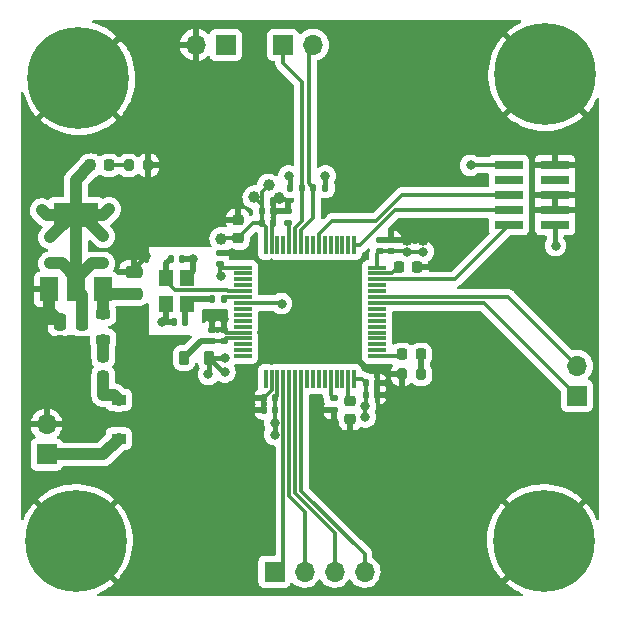
<source format=gbr>
%TF.GenerationSoftware,KiCad,Pcbnew,(6.0.7)*%
%TF.CreationDate,2023-05-29T18:59:42-07:00*%
%TF.ProjectId,STM32F4_Breakout,53544d33-3246-4345-9f42-7265616b6f75,rev?*%
%TF.SameCoordinates,Original*%
%TF.FileFunction,Copper,L1,Top*%
%TF.FilePolarity,Positive*%
%FSLAX46Y46*%
G04 Gerber Fmt 4.6, Leading zero omitted, Abs format (unit mm)*
G04 Created by KiCad (PCBNEW (6.0.7)) date 2023-05-29 18:59:42*
%MOMM*%
%LPD*%
G01*
G04 APERTURE LIST*
G04 Aperture macros list*
%AMRoundRect*
0 Rectangle with rounded corners*
0 $1 Rounding radius*
0 $2 $3 $4 $5 $6 $7 $8 $9 X,Y pos of 4 corners*
0 Add a 4 corners polygon primitive as box body*
4,1,4,$2,$3,$4,$5,$6,$7,$8,$9,$2,$3,0*
0 Add four circle primitives for the rounded corners*
1,1,$1+$1,$2,$3*
1,1,$1+$1,$4,$5*
1,1,$1+$1,$6,$7*
1,1,$1+$1,$8,$9*
0 Add four rect primitives between the rounded corners*
20,1,$1+$1,$2,$3,$4,$5,0*
20,1,$1+$1,$4,$5,$6,$7,0*
20,1,$1+$1,$6,$7,$8,$9,0*
20,1,$1+$1,$8,$9,$2,$3,0*%
G04 Aperture macros list end*
%TA.AperFunction,SMDPad,CuDef*%
%ADD10RoundRect,0.140000X0.140000X0.170000X-0.140000X0.170000X-0.140000X-0.170000X0.140000X-0.170000X0*%
%TD*%
%TA.AperFunction,SMDPad,CuDef*%
%ADD11RoundRect,0.135000X-0.135000X-0.185000X0.135000X-0.185000X0.135000X0.185000X-0.135000X0.185000X0*%
%TD*%
%TA.AperFunction,ComponentPad*%
%ADD12R,1.700000X1.700000*%
%TD*%
%TA.AperFunction,ComponentPad*%
%ADD13O,1.700000X1.700000*%
%TD*%
%TA.AperFunction,SMDPad,CuDef*%
%ADD14RoundRect,0.250000X0.250000X0.475000X-0.250000X0.475000X-0.250000X-0.475000X0.250000X-0.475000X0*%
%TD*%
%TA.AperFunction,SMDPad,CuDef*%
%ADD15RoundRect,0.140000X-0.140000X-0.170000X0.140000X-0.170000X0.140000X0.170000X-0.140000X0.170000X0*%
%TD*%
%TA.AperFunction,SMDPad,CuDef*%
%ADD16RoundRect,0.140000X0.170000X-0.140000X0.170000X0.140000X-0.170000X0.140000X-0.170000X-0.140000X0*%
%TD*%
%TA.AperFunction,SMDPad,CuDef*%
%ADD17RoundRect,0.225000X-0.225000X-0.250000X0.225000X-0.250000X0.225000X0.250000X-0.225000X0.250000X0*%
%TD*%
%TA.AperFunction,SMDPad,CuDef*%
%ADD18R,2.400000X0.740000*%
%TD*%
%TA.AperFunction,SMDPad,CuDef*%
%ADD19RoundRect,0.250000X-0.475000X0.250000X-0.475000X-0.250000X0.475000X-0.250000X0.475000X0.250000X0*%
%TD*%
%TA.AperFunction,SMDPad,CuDef*%
%ADD20RoundRect,0.218750X0.218750X0.256250X-0.218750X0.256250X-0.218750X-0.256250X0.218750X-0.256250X0*%
%TD*%
%TA.AperFunction,SMDPad,CuDef*%
%ADD21R,1.500000X2.000000*%
%TD*%
%TA.AperFunction,SMDPad,CuDef*%
%ADD22R,3.800000X2.000000*%
%TD*%
%TA.AperFunction,SMDPad,CuDef*%
%ADD23RoundRect,0.135000X0.135000X0.185000X-0.135000X0.185000X-0.135000X-0.185000X0.135000X-0.185000X0*%
%TD*%
%TA.AperFunction,SMDPad,CuDef*%
%ADD24RoundRect,0.200000X-0.200000X-0.275000X0.200000X-0.275000X0.200000X0.275000X-0.200000X0.275000X0*%
%TD*%
%TA.AperFunction,SMDPad,CuDef*%
%ADD25RoundRect,0.075000X-0.700000X-0.075000X0.700000X-0.075000X0.700000X0.075000X-0.700000X0.075000X0*%
%TD*%
%TA.AperFunction,SMDPad,CuDef*%
%ADD26RoundRect,0.075000X-0.075000X-0.700000X0.075000X-0.700000X0.075000X0.700000X-0.075000X0.700000X0*%
%TD*%
%TA.AperFunction,SMDPad,CuDef*%
%ADD27RoundRect,0.225000X-0.250000X0.225000X-0.250000X-0.225000X0.250000X-0.225000X0.250000X0.225000X0*%
%TD*%
%TA.AperFunction,SMDPad,CuDef*%
%ADD28RoundRect,0.135000X-0.185000X0.135000X-0.185000X-0.135000X0.185000X-0.135000X0.185000X0.135000X0*%
%TD*%
%TA.AperFunction,SMDPad,CuDef*%
%ADD29R,1.200000X0.900000*%
%TD*%
%TA.AperFunction,SMDPad,CuDef*%
%ADD30RoundRect,0.200000X0.200000X0.275000X-0.200000X0.275000X-0.200000X-0.275000X0.200000X-0.275000X0*%
%TD*%
%TA.AperFunction,SMDPad,CuDef*%
%ADD31RoundRect,0.218750X0.256250X-0.218750X0.256250X0.218750X-0.256250X0.218750X-0.256250X-0.218750X0*%
%TD*%
%TA.AperFunction,ComponentPad*%
%ADD32C,0.900000*%
%TD*%
%TA.AperFunction,ComponentPad*%
%ADD33C,8.600000*%
%TD*%
%TA.AperFunction,SMDPad,CuDef*%
%ADD34R,1.200000X1.400000*%
%TD*%
%TA.AperFunction,SMDPad,CuDef*%
%ADD35RoundRect,0.218750X0.218750X0.381250X-0.218750X0.381250X-0.218750X-0.381250X0.218750X-0.381250X0*%
%TD*%
%TA.AperFunction,SMDPad,CuDef*%
%ADD36RoundRect,0.218750X0.381250X-0.218750X0.381250X0.218750X-0.381250X0.218750X-0.381250X-0.218750X0*%
%TD*%
%TA.AperFunction,SMDPad,CuDef*%
%ADD37RoundRect,0.225000X0.250000X-0.225000X0.250000X0.225000X-0.250000X0.225000X-0.250000X-0.225000X0*%
%TD*%
%TA.AperFunction,SMDPad,CuDef*%
%ADD38RoundRect,0.135000X0.185000X-0.135000X0.185000X0.135000X-0.185000X0.135000X-0.185000X-0.135000X0*%
%TD*%
%TA.AperFunction,ViaPad*%
%ADD39C,0.800000*%
%TD*%
%TA.AperFunction,ViaPad*%
%ADD40C,1.000000*%
%TD*%
%TA.AperFunction,Conductor*%
%ADD41C,0.400000*%
%TD*%
%TA.AperFunction,Conductor*%
%ADD42C,0.500000*%
%TD*%
%TA.AperFunction,Conductor*%
%ADD43C,0.300000*%
%TD*%
%TA.AperFunction,Conductor*%
%ADD44C,1.000000*%
%TD*%
G04 APERTURE END LIST*
D10*
%TO.P,C17,1*%
%TO.N,GND*%
X74580000Y-60500000D03*
%TO.P,C17,2*%
%TO.N,HSE_IN*%
X73620000Y-60500000D03*
%TD*%
D11*
%TO.P,R6,1*%
%TO.N,Net-(C18-Pad1)*%
X77090000Y-63900000D03*
%TO.P,R6,2*%
%TO.N,HSE_OUT*%
X78110000Y-63900000D03*
%TD*%
D12*
%TO.P,J1,1,Pin_1*%
%TO.N,VCC*%
X63100000Y-77075000D03*
D13*
%TO.P,J1,2,Pin_2*%
%TO.N,GND*%
X63100000Y-74535000D03*
%TD*%
D14*
%TO.P,C2,1*%
%TO.N,+3V3*%
X66100000Y-65850000D03*
%TO.P,C2,2*%
%TO.N,GND*%
X64200000Y-65850000D03*
%TD*%
D15*
%TO.P,C11,1*%
%TO.N,+3V3*%
X81320000Y-57500000D03*
%TO.P,C11,2*%
%TO.N,GND*%
X82280000Y-57500000D03*
%TD*%
D16*
%TO.P,C14,1*%
%TO.N,+3.3VA*%
X78100000Y-67480000D03*
%TO.P,C14,2*%
%TO.N,GND*%
X78100000Y-66520000D03*
%TD*%
D15*
%TO.P,C12,1*%
%TO.N,+3V3*%
X81340000Y-56500000D03*
%TO.P,C12,2*%
%TO.N,GND*%
X82300000Y-56500000D03*
%TD*%
D17*
%TO.P,C16,1*%
%TO.N,Net-(C16-Pad1)*%
X92925000Y-61200000D03*
%TO.P,C16,2*%
%TO.N,GND*%
X94475000Y-61200000D03*
%TD*%
D18*
%TO.P,J4,1,Pin_1*%
%TO.N,+3V3*%
X106150000Y-57640000D03*
%TO.P,J4,2,Pin_2*%
%TO.N,SWDIO*%
X102250000Y-57640000D03*
%TO.P,J4,3,Pin_3*%
%TO.N,GND*%
X106150000Y-56370000D03*
%TO.P,J4,4,Pin_4*%
%TO.N,SWCLK*%
X102250000Y-56370000D03*
%TO.P,J4,5,Pin_5*%
%TO.N,GND*%
X106150000Y-55100000D03*
%TO.P,J4,6,Pin_6*%
%TO.N,SWO*%
X102250000Y-55100000D03*
%TO.P,J4,7,Pin_7*%
%TO.N,unconnected-(J4-Pad7)*%
X106150000Y-53830000D03*
%TO.P,J4,8,Pin_8*%
%TO.N,unconnected-(J4-Pad8)*%
X102250000Y-53830000D03*
%TO.P,J4,9,Pin_9*%
%TO.N,GND*%
X106150000Y-52560000D03*
%TO.P,J4,10,Pin_10*%
%TO.N,NRST*%
X102250000Y-52560000D03*
%TD*%
D19*
%TO.P,C1,1*%
%TO.N,GND*%
X70500000Y-61600000D03*
%TO.P,C1,2*%
%TO.N,Net-(C1-Pad2)*%
X70500000Y-63500000D03*
%TD*%
D11*
%TO.P,R2,1*%
%TO.N,I2C1_SCL*%
X85690000Y-54500000D03*
%TO.P,R2,2*%
%TO.N,+3V3*%
X86710000Y-54500000D03*
%TD*%
D20*
%TO.P,D2,1,K*%
%TO.N,Net-(D2-Pad1)*%
X68387500Y-52600000D03*
%TO.P,D2,2,A*%
%TO.N,+3V3*%
X66812500Y-52600000D03*
%TD*%
D10*
%TO.P,C5,1*%
%TO.N,+3V3*%
X82480000Y-72300000D03*
%TO.P,C5,2*%
%TO.N,GND*%
X81520000Y-72300000D03*
%TD*%
D21*
%TO.P,U1,1,GND*%
%TO.N,GND*%
X63300000Y-63100000D03*
%TO.P,U1,2,VO*%
%TO.N,+3V3*%
X65600000Y-63100000D03*
D22*
X65600000Y-56800000D03*
D21*
%TO.P,U1,3,VI*%
%TO.N,Net-(C1-Pad2)*%
X67900000Y-63100000D03*
%TD*%
D23*
%TO.P,R3,1*%
%TO.N,I2C1_SDA*%
X84710000Y-54500000D03*
%TO.P,R3,2*%
%TO.N,+3V3*%
X83690000Y-54500000D03*
%TD*%
D12*
%TO.P,J3,1,Pin_1*%
%TO.N,+3V3*%
X78275000Y-42400000D03*
D13*
%TO.P,J3,2,Pin_2*%
%TO.N,GND*%
X75735000Y-42400000D03*
%TD*%
D24*
%TO.P,R7,1*%
%TO.N,GND*%
X93175000Y-70300000D03*
%TO.P,R7,2*%
%TO.N,Net-(D3-Pad1)*%
X94825000Y-70300000D03*
%TD*%
D25*
%TO.P,U2,1,VBAT*%
%TO.N,+3V3*%
X79725000Y-61250000D03*
%TO.P,U2,2,PC13*%
%TO.N,unconnected-(U2-Pad2)*%
X79725000Y-61750000D03*
%TO.P,U2,3,PC14*%
%TO.N,unconnected-(U2-Pad3)*%
X79725000Y-62250000D03*
%TO.P,U2,4,PC15*%
%TO.N,unconnected-(U2-Pad4)*%
X79725000Y-62750000D03*
%TO.P,U2,5,PH0*%
%TO.N,HSE_IN*%
X79725000Y-63250000D03*
%TO.P,U2,6,PH1*%
%TO.N,HSE_OUT*%
X79725000Y-63750000D03*
%TO.P,U2,7,NRST*%
%TO.N,NRST*%
X79725000Y-64250000D03*
%TO.P,U2,8,PC0*%
%TO.N,unconnected-(U2-Pad8)*%
X79725000Y-64750000D03*
%TO.P,U2,9,PC1*%
%TO.N,unconnected-(U2-Pad9)*%
X79725000Y-65250000D03*
%TO.P,U2,10,PC2*%
%TO.N,unconnected-(U2-Pad10)*%
X79725000Y-65750000D03*
%TO.P,U2,11,PC3*%
%TO.N,unconnected-(U2-Pad11)*%
X79725000Y-66250000D03*
%TO.P,U2,12,VSSA*%
%TO.N,GND*%
X79725000Y-66750000D03*
%TO.P,U2,13,VDDA*%
%TO.N,+3.3VA*%
X79725000Y-67250000D03*
%TO.P,U2,14,PA0*%
%TO.N,unconnected-(U2-Pad14)*%
X79725000Y-67750000D03*
%TO.P,U2,15,PA1*%
%TO.N,unconnected-(U2-Pad15)*%
X79725000Y-68250000D03*
%TO.P,U2,16,PA2*%
%TO.N,unconnected-(U2-Pad16)*%
X79725000Y-68750000D03*
D26*
%TO.P,U2,17,PA3*%
%TO.N,unconnected-(U2-Pad17)*%
X81650000Y-70675000D03*
%TO.P,U2,18,VSS*%
%TO.N,GND*%
X82150000Y-70675000D03*
%TO.P,U2,19,VDD*%
%TO.N,+3V3*%
X82650000Y-70675000D03*
%TO.P,U2,20,PA4*%
%TO.N,SPI1_CS*%
X83150000Y-70675000D03*
%TO.P,U2,21,PA5*%
%TO.N,SPI1_SCK*%
X83650000Y-70675000D03*
%TO.P,U2,22,PA6*%
%TO.N,SPI1_MISO*%
X84150000Y-70675000D03*
%TO.P,U2,23,PA7*%
%TO.N,SPI1_MOSI*%
X84650000Y-70675000D03*
%TO.P,U2,24,PC4*%
%TO.N,unconnected-(U2-Pad24)*%
X85150000Y-70675000D03*
%TO.P,U2,25,PC5*%
%TO.N,unconnected-(U2-Pad25)*%
X85650000Y-70675000D03*
%TO.P,U2,26,PB0*%
%TO.N,unconnected-(U2-Pad26)*%
X86150000Y-70675000D03*
%TO.P,U2,27,PB1*%
%TO.N,unconnected-(U2-Pad27)*%
X86650000Y-70675000D03*
%TO.P,U2,28,PB2*%
%TO.N,BOOT1*%
X87150000Y-70675000D03*
%TO.P,U2,29,PB10*%
%TO.N,unconnected-(U2-Pad29)*%
X87650000Y-70675000D03*
%TO.P,U2,30,PB11*%
%TO.N,unconnected-(U2-Pad30)*%
X88150000Y-70675000D03*
%TO.P,U2,31,VCAP_1*%
%TO.N,Net-(C15-Pad1)*%
X88650000Y-70675000D03*
%TO.P,U2,32,VDD*%
%TO.N,+3V3*%
X89150000Y-70675000D03*
D25*
%TO.P,U2,33,PB12*%
%TO.N,Net-(D3-Pad2)*%
X91075000Y-68750000D03*
%TO.P,U2,34,PB13*%
%TO.N,unconnected-(U2-Pad34)*%
X91075000Y-68250000D03*
%TO.P,U2,35,PB14*%
%TO.N,unconnected-(U2-Pad35)*%
X91075000Y-67750000D03*
%TO.P,U2,36,PB15*%
%TO.N,unconnected-(U2-Pad36)*%
X91075000Y-67250000D03*
%TO.P,U2,37,PC6*%
%TO.N,unconnected-(U2-Pad37)*%
X91075000Y-66750000D03*
%TO.P,U2,38,PC7*%
%TO.N,unconnected-(U2-Pad38)*%
X91075000Y-66250000D03*
%TO.P,U2,39,PC8*%
%TO.N,unconnected-(U2-Pad39)*%
X91075000Y-65750000D03*
%TO.P,U2,40,PC9*%
%TO.N,unconnected-(U2-Pad40)*%
X91075000Y-65250000D03*
%TO.P,U2,41,PA8*%
%TO.N,unconnected-(U2-Pad41)*%
X91075000Y-64750000D03*
%TO.P,U2,42,PA9*%
%TO.N,USART1_TX*%
X91075000Y-64250000D03*
%TO.P,U2,43,PA10*%
%TO.N,USART1_RX*%
X91075000Y-63750000D03*
%TO.P,U2,44,PA11*%
%TO.N,unconnected-(U2-Pad44)*%
X91075000Y-63250000D03*
%TO.P,U2,45,PA12*%
%TO.N,unconnected-(U2-Pad45)*%
X91075000Y-62750000D03*
%TO.P,U2,46,PA13*%
%TO.N,SWDIO*%
X91075000Y-62250000D03*
%TO.P,U2,47,VCAP_2*%
%TO.N,Net-(C16-Pad1)*%
X91075000Y-61750000D03*
%TO.P,U2,48,VDD*%
%TO.N,+3V3*%
X91075000Y-61250000D03*
D26*
%TO.P,U2,49,PA14*%
%TO.N,SWCLK*%
X89150000Y-59325000D03*
%TO.P,U2,50,PA15*%
%TO.N,unconnected-(U2-Pad50)*%
X88650000Y-59325000D03*
%TO.P,U2,51,PC10*%
%TO.N,unconnected-(U2-Pad51)*%
X88150000Y-59325000D03*
%TO.P,U2,52,PC11*%
%TO.N,unconnected-(U2-Pad52)*%
X87650000Y-59325000D03*
%TO.P,U2,53,PC12*%
%TO.N,unconnected-(U2-Pad53)*%
X87150000Y-59325000D03*
%TO.P,U2,54,PD2*%
%TO.N,unconnected-(U2-Pad54)*%
X86650000Y-59325000D03*
%TO.P,U2,55,PB3*%
%TO.N,SWO*%
X86150000Y-59325000D03*
%TO.P,U2,56,PB4*%
%TO.N,unconnected-(U2-Pad56)*%
X85650000Y-59325000D03*
%TO.P,U2,57,PB5*%
%TO.N,unconnected-(U2-Pad57)*%
X85150000Y-59325000D03*
%TO.P,U2,58,PB6*%
%TO.N,I2C1_SCL*%
X84650000Y-59325000D03*
%TO.P,U2,59,PB7*%
%TO.N,I2C1_SDA*%
X84150000Y-59325000D03*
%TO.P,U2,60,BOOT0*%
%TO.N,BOOT0*%
X83650000Y-59325000D03*
%TO.P,U2,61,PB8*%
%TO.N,unconnected-(U2-Pad61)*%
X83150000Y-59325000D03*
%TO.P,U2,62,PB9*%
%TO.N,unconnected-(U2-Pad62)*%
X82650000Y-59325000D03*
%TO.P,U2,63,VSS*%
%TO.N,GND*%
X82150000Y-59325000D03*
%TO.P,U2,64,VDD*%
%TO.N,+3V3*%
X81650000Y-59325000D03*
%TD*%
D27*
%TO.P,C15,1*%
%TO.N,Net-(C15-Pad1)*%
X88800000Y-72525000D03*
%TO.P,C15,2*%
%TO.N,GND*%
X88800000Y-74075000D03*
%TD*%
D16*
%TO.P,C4,1*%
%TO.N,+3V3*%
X77800000Y-60980000D03*
%TO.P,C4,2*%
%TO.N,GND*%
X77800000Y-60020000D03*
%TD*%
D28*
%TO.P,R4,1*%
%TO.N,GND*%
X83500000Y-56490000D03*
%TO.P,R4,2*%
%TO.N,BOOT0*%
X83500000Y-57510000D03*
%TD*%
D29*
%TO.P,D1,1,K*%
%TO.N,Net-(D1-Pad1)*%
X69200000Y-72450000D03*
%TO.P,D1,2,A*%
%TO.N,VCC*%
X69200000Y-75750000D03*
%TD*%
D16*
%TO.P,C9,1*%
%TO.N,+3V3*%
X91300000Y-59880000D03*
%TO.P,C9,2*%
%TO.N,GND*%
X91300000Y-58920000D03*
%TD*%
D30*
%TO.P,R1,1*%
%TO.N,GND*%
X71700000Y-52600000D03*
%TO.P,R1,2*%
%TO.N,Net-(D2-Pad1)*%
X70050000Y-52600000D03*
%TD*%
D31*
%TO.P,F1,1*%
%TO.N,Net-(D1-Pad1)*%
X67900000Y-70437500D03*
%TO.P,F1,2*%
%TO.N,Net-(F1-Pad2)*%
X67900000Y-68862500D03*
%TD*%
D32*
%TO.P,H2,1,1*%
%TO.N,GND*%
X107480419Y-82119581D03*
X105200000Y-87625000D03*
X101975000Y-84400000D03*
X107480419Y-86680419D03*
D33*
X105200000Y-84400000D03*
D32*
X102919581Y-82119581D03*
X105200000Y-81175000D03*
X102919581Y-86680419D03*
X108425000Y-84400000D03*
%TD*%
D16*
%TO.P,C13,1*%
%TO.N,+3.3VA*%
X77100000Y-67500000D03*
%TO.P,C13,2*%
%TO.N,GND*%
X77100000Y-66540000D03*
%TD*%
D15*
%TO.P,C8,1*%
%TO.N,+3V3*%
X90140000Y-72000000D03*
%TO.P,C8,2*%
%TO.N,GND*%
X91100000Y-72000000D03*
%TD*%
D12*
%TO.P,J6,1,Pin_1*%
%TO.N,USART1_TX*%
X108000000Y-72100000D03*
D13*
%TO.P,J6,2,Pin_2*%
%TO.N,USART1_RX*%
X108000000Y-69560000D03*
%TD*%
D32*
%TO.P,H3,1,1*%
%TO.N,GND*%
X103039162Y-47160838D03*
X108544581Y-44880419D03*
X107600000Y-47160838D03*
X102094581Y-44880419D03*
X105319581Y-48105419D03*
X107600000Y-42600000D03*
X105319581Y-41655419D03*
D33*
X105319581Y-44880419D03*
D32*
X103039162Y-42600000D03*
%TD*%
D12*
%TO.P,J5,1,Pin_1*%
%TO.N,SPI1_CS*%
X82400000Y-87000000D03*
D13*
%TO.P,J5,2,Pin_2*%
%TO.N,SPI1_SCK*%
X84940000Y-87000000D03*
%TO.P,J5,3,Pin_3*%
%TO.N,SPI1_MISO*%
X87480000Y-87000000D03*
%TO.P,J5,4,Pin_4*%
%TO.N,SPI1_MOSI*%
X90020000Y-87000000D03*
%TD*%
D34*
%TO.P,HSE1,1,1*%
%TO.N,HSE_IN*%
X73250000Y-62100000D03*
%TO.P,HSE1,2,2*%
%TO.N,GND*%
X73250000Y-64300000D03*
%TO.P,HSE1,3,3*%
%TO.N,Net-(C18-Pad1)*%
X74950000Y-64300000D03*
%TO.P,HSE1,4,4*%
%TO.N,GND*%
X74950000Y-62100000D03*
%TD*%
D35*
%TO.P,FB2,1*%
%TO.N,+3V3*%
X76862500Y-68900000D03*
%TO.P,FB2,2*%
%TO.N,+3.3VA*%
X74737500Y-68900000D03*
%TD*%
D15*
%TO.P,C7,1*%
%TO.N,+3V3*%
X90120000Y-71000000D03*
%TO.P,C7,2*%
%TO.N,GND*%
X91080000Y-71000000D03*
%TD*%
D16*
%TO.P,C10,1*%
%TO.N,+3V3*%
X92300000Y-59880000D03*
%TO.P,C10,2*%
%TO.N,GND*%
X92300000Y-58920000D03*
%TD*%
D10*
%TO.P,C6,1*%
%TO.N,+3V3*%
X82480000Y-73300000D03*
%TO.P,C6,2*%
%TO.N,GND*%
X81520000Y-73300000D03*
%TD*%
D32*
%TO.P,H4,1,1*%
%TO.N,GND*%
X69025000Y-45200000D03*
X63519581Y-47480419D03*
X68080419Y-42919581D03*
X65800000Y-41975000D03*
D33*
X65800000Y-45200000D03*
D32*
X68080419Y-47480419D03*
X65800000Y-48425000D03*
X62575000Y-45200000D03*
X63519581Y-42919581D03*
%TD*%
D20*
%TO.P,D3,1,K*%
%TO.N,Net-(D3-Pad1)*%
X94787500Y-68600000D03*
%TO.P,D3,2,A*%
%TO.N,Net-(D3-Pad2)*%
X93212500Y-68600000D03*
%TD*%
D32*
%TO.P,H1,1,1*%
%TO.N,GND*%
X67880419Y-86680419D03*
X68825000Y-84400000D03*
X63319581Y-86680419D03*
X65600000Y-87625000D03*
X62375000Y-84400000D03*
D33*
X65600000Y-84400000D03*
D32*
X67880419Y-82119581D03*
X65600000Y-81175000D03*
X63319581Y-82119581D03*
%TD*%
D10*
%TO.P,C18,1*%
%TO.N,Net-(C18-Pad1)*%
X74860000Y-65900000D03*
%TO.P,C18,2*%
%TO.N,GND*%
X73900000Y-65900000D03*
%TD*%
D12*
%TO.P,J2,1,Pin_1*%
%TO.N,I2C1_SDA*%
X83125000Y-42400000D03*
D13*
%TO.P,J2,2,Pin_2*%
%TO.N,I2C1_SCL*%
X85665000Y-42400000D03*
%TD*%
D36*
%TO.P,FB1,1*%
%TO.N,Net-(F1-Pad2)*%
X67900000Y-67350000D03*
%TO.P,FB1,2*%
%TO.N,Net-(C1-Pad2)*%
X67900000Y-65225000D03*
%TD*%
D37*
%TO.P,C3,1*%
%TO.N,+3V3*%
X79300000Y-58775000D03*
%TO.P,C3,2*%
%TO.N,GND*%
X79300000Y-57225000D03*
%TD*%
D38*
%TO.P,R5,1*%
%TO.N,GND*%
X87400000Y-73310000D03*
%TO.P,R5,2*%
%TO.N,BOOT1*%
X87400000Y-72290000D03*
%TD*%
D39*
%TO.N,GND*%
X92000000Y-71000000D03*
X108200000Y-55100000D03*
X80400000Y-72400000D03*
D40*
X93600000Y-58900000D03*
D39*
X72900000Y-65900000D03*
X108200000Y-56400000D03*
D40*
X93100000Y-71800000D03*
X61900000Y-68500000D03*
X95000000Y-58900000D03*
D39*
X87400000Y-74300000D03*
D40*
X61900000Y-71600000D03*
D39*
X88800000Y-75400000D03*
D40*
X77900000Y-57200000D03*
D39*
X71500000Y-60300000D03*
X92000000Y-72000000D03*
D40*
X96100000Y-61100000D03*
D39*
X70500000Y-60300000D03*
D40*
X64000000Y-70100000D03*
D39*
X108100000Y-52600000D03*
X78800000Y-60000000D03*
X80400000Y-73300000D03*
D40*
X82800000Y-55400000D03*
D39*
X78100000Y-65600000D03*
X72900000Y-67800000D03*
D40*
X61900000Y-70100000D03*
D39*
X75500000Y-60500000D03*
D40*
X64000000Y-71600000D03*
D39*
X77100000Y-65600000D03*
%TO.N,+3V3*%
X67900000Y-58600000D03*
X78200000Y-68900000D03*
D40*
X80700000Y-55300000D03*
D39*
X90100000Y-73000000D03*
X76800000Y-70300000D03*
X82400000Y-74400000D03*
X82400000Y-75400000D03*
X67900000Y-60900000D03*
X90100000Y-73900000D03*
D40*
X77900000Y-58800000D03*
D39*
X86700000Y-53500000D03*
X95000000Y-59900000D03*
X106200000Y-59400000D03*
X78200000Y-70100000D03*
X63400000Y-58700000D03*
X93600000Y-59900000D03*
X68400000Y-56300000D03*
D40*
X81900000Y-54300000D03*
D39*
X77880356Y-61975111D03*
X83600000Y-53500000D03*
X62700000Y-56400000D03*
X63400000Y-60900000D03*
%TO.N,NRST*%
X83000000Y-64300000D03*
X99000000Y-52600000D03*
%TD*%
D41*
%TO.N,GND*%
X70500000Y-61300000D02*
X71500000Y-60300000D01*
D42*
X91300000Y-58920000D02*
X92300000Y-58920000D01*
D43*
X81520000Y-72257035D02*
X81520000Y-72300000D01*
D41*
X106150000Y-55100000D02*
X108200000Y-55100000D01*
X93175000Y-70300000D02*
X93175000Y-71725000D01*
X78780000Y-60020000D02*
X78800000Y-60000000D01*
X70500000Y-61600000D02*
X70500000Y-60300000D01*
X94475000Y-61200000D02*
X96000000Y-61200000D01*
D43*
X78100000Y-66520000D02*
X77120000Y-66520000D01*
D42*
X91080000Y-71980000D02*
X91100000Y-72000000D01*
X91080000Y-71000000D02*
X91080000Y-71980000D01*
D43*
X82150000Y-59325000D02*
X82150000Y-57630000D01*
X82150000Y-57630000D02*
X82280000Y-57500000D01*
X80500000Y-72300000D02*
X80400000Y-72400000D01*
D41*
X96000000Y-61200000D02*
X96100000Y-61100000D01*
D43*
X82150000Y-71627035D02*
X81520000Y-72257035D01*
D42*
X73250000Y-65550000D02*
X72900000Y-65900000D01*
X91080000Y-71000000D02*
X92000000Y-71000000D01*
D44*
X63300000Y-63100000D02*
X63300000Y-64950000D01*
D43*
X82280000Y-56520000D02*
X82300000Y-56500000D01*
D41*
X106150000Y-56370000D02*
X108170000Y-56370000D01*
D43*
X82150000Y-70675000D02*
X82150000Y-71627035D01*
D41*
X77800000Y-60020000D02*
X78780000Y-60020000D01*
X106150000Y-52560000D02*
X108060000Y-52560000D01*
D43*
X82300000Y-56500000D02*
X82300000Y-55900000D01*
X82280000Y-57500000D02*
X82280000Y-56520000D01*
D41*
X108170000Y-56370000D02*
X108200000Y-56400000D01*
D43*
X77100000Y-66540000D02*
X77100000Y-65600000D01*
D41*
X87400000Y-74300000D02*
X87400000Y-73310000D01*
D44*
X63300000Y-64950000D02*
X64200000Y-65850000D01*
D42*
X91100000Y-72000000D02*
X92000000Y-72000000D01*
D43*
X79725000Y-66750000D02*
X78330000Y-66750000D01*
D42*
X75500000Y-60500000D02*
X75500000Y-61550000D01*
D41*
X70500000Y-61600000D02*
X70500000Y-61300000D01*
X93175000Y-71725000D02*
X93100000Y-71800000D01*
D43*
X81520000Y-73300000D02*
X80400000Y-73300000D01*
X78100000Y-66520000D02*
X78100000Y-65600000D01*
D41*
X88800000Y-75400000D02*
X88800000Y-74075000D01*
D42*
X75500000Y-61550000D02*
X74950000Y-62100000D01*
X92300000Y-58920000D02*
X93580000Y-58920000D01*
X93580000Y-58920000D02*
X93600000Y-58900000D01*
D43*
X81520000Y-72300000D02*
X81520000Y-73300000D01*
D42*
X73250000Y-64300000D02*
X73250000Y-65550000D01*
X93600000Y-58900000D02*
X95000000Y-58900000D01*
X72900000Y-65900000D02*
X73900000Y-65900000D01*
D43*
X77120000Y-66520000D02*
X77100000Y-66540000D01*
D41*
X79300000Y-57225000D02*
X77925000Y-57225000D01*
D42*
X74580000Y-60500000D02*
X75500000Y-60500000D01*
D43*
X78330000Y-66750000D02*
X78100000Y-66520000D01*
X81520000Y-72300000D02*
X80500000Y-72300000D01*
X82300000Y-55900000D02*
X82800000Y-55400000D01*
D41*
X77925000Y-57225000D02*
X77900000Y-57200000D01*
X108060000Y-52560000D02*
X108100000Y-52600000D01*
D42*
%TO.N,Net-(D3-Pad1)*%
X94787500Y-70262500D02*
X94825000Y-70300000D01*
X94787500Y-68600000D02*
X94787500Y-70262500D01*
D43*
%TO.N,Net-(D2-Pad1)*%
X68387500Y-52600000D02*
X70050000Y-52600000D01*
%TO.N,BOOT0*%
X83650000Y-57660000D02*
X83500000Y-57510000D01*
X83650000Y-59325000D02*
X83650000Y-57660000D01*
D42*
%TO.N,Net-(C18-Pad1)*%
X74860000Y-64390000D02*
X74950000Y-64300000D01*
X75350000Y-63900000D02*
X74950000Y-64300000D01*
X77090000Y-63900000D02*
X75350000Y-63900000D01*
X74860000Y-65900000D02*
X74860000Y-64390000D01*
D43*
%TO.N,HSE_OUT*%
X78260000Y-63750000D02*
X79725000Y-63750000D01*
X78110000Y-63900000D02*
X78260000Y-63750000D01*
%TO.N,BOOT1*%
X87150000Y-70675000D02*
X87150000Y-72040000D01*
X87150000Y-72040000D02*
X87400000Y-72290000D01*
%TO.N,I2C1_SDA*%
X83125000Y-43925000D02*
X83125000Y-42400000D01*
X84700000Y-45500000D02*
X83125000Y-43925000D01*
X84710000Y-54500000D02*
X84700000Y-54490000D01*
X84710000Y-57305894D02*
X84710000Y-54500000D01*
X84150000Y-59325000D02*
X84150000Y-57865894D01*
X84700000Y-54490000D02*
X84700000Y-45500000D01*
X84150000Y-57865894D02*
X84710000Y-57305894D01*
%TO.N,+3V3*%
X93580000Y-59880000D02*
X93600000Y-59900000D01*
D44*
X65600000Y-53812500D02*
X66812500Y-52600000D01*
D41*
X86710000Y-53510000D02*
X86700000Y-53500000D01*
D44*
X66100000Y-56800000D02*
X67900000Y-58600000D01*
X65600000Y-56800000D02*
X65300000Y-56800000D01*
D41*
X83690000Y-54500000D02*
X83690000Y-53590000D01*
D43*
X81320000Y-56520000D02*
X81340000Y-56500000D01*
X82480000Y-72300000D02*
X82480000Y-73300000D01*
X78070000Y-61250000D02*
X77800000Y-60980000D01*
D41*
X106150000Y-57640000D02*
X106150000Y-59350000D01*
D43*
X93600000Y-59900000D02*
X95000000Y-59900000D01*
X92300000Y-59880000D02*
X93580000Y-59880000D01*
X89150000Y-70675000D02*
X89795000Y-70675000D01*
D41*
X86710000Y-54500000D02*
X86710000Y-53510000D01*
D43*
X77800000Y-60980000D02*
X77800000Y-61894755D01*
X91300000Y-59880000D02*
X92300000Y-59880000D01*
X91075000Y-60105000D02*
X91300000Y-59880000D01*
X91075000Y-61250000D02*
X91075000Y-60105000D01*
X77925000Y-58775000D02*
X77900000Y-58800000D01*
D41*
X106150000Y-59350000D02*
X106200000Y-59400000D01*
D44*
X67900000Y-56800000D02*
X68400000Y-56300000D01*
D43*
X82480000Y-73300000D02*
X82480000Y-74320000D01*
D44*
X65600000Y-62250000D02*
X66950000Y-60900000D01*
X66950000Y-60900000D02*
X67900000Y-60900000D01*
D43*
X81320000Y-57500000D02*
X81320000Y-56520000D01*
D41*
X78062500Y-70100000D02*
X76862500Y-68900000D01*
D43*
X81340000Y-56500000D02*
X81340000Y-55940000D01*
X81340000Y-56500000D02*
X81340000Y-54860000D01*
D44*
X65600000Y-56800000D02*
X63100000Y-56800000D01*
X64400000Y-60900000D02*
X63400000Y-60900000D01*
D43*
X81650000Y-59325000D02*
X81650000Y-57830000D01*
D41*
X76862500Y-70237500D02*
X76800000Y-70300000D01*
D43*
X90120000Y-71980000D02*
X90140000Y-72000000D01*
X89795000Y-70675000D02*
X90120000Y-71000000D01*
X82480000Y-74320000D02*
X82400000Y-74400000D01*
D41*
X76862500Y-68900000D02*
X78200000Y-68900000D01*
D44*
X63100000Y-56800000D02*
X62700000Y-56400000D01*
X65600000Y-56800000D02*
X66100000Y-56800000D01*
X66100000Y-65850000D02*
X66100000Y-63600000D01*
D43*
X79300000Y-58775000D02*
X77925000Y-58775000D01*
D44*
X65300000Y-56800000D02*
X63400000Y-58700000D01*
D43*
X82650000Y-70675000D02*
X82650000Y-72130000D01*
D41*
X76862500Y-68900000D02*
X76862500Y-70237500D01*
D43*
X81320000Y-57500000D02*
X80575000Y-57500000D01*
D44*
X65600000Y-63100000D02*
X65600000Y-62250000D01*
D43*
X90120000Y-71000000D02*
X90120000Y-71980000D01*
X90100000Y-73000000D02*
X90100000Y-73900000D01*
D41*
X83690000Y-53590000D02*
X83600000Y-53500000D01*
D44*
X66100000Y-63600000D02*
X65600000Y-63100000D01*
D41*
X82400000Y-75400000D02*
X82400000Y-74400000D01*
D43*
X81340000Y-54860000D02*
X81900000Y-54300000D01*
D44*
X65600000Y-56800000D02*
X67900000Y-56800000D01*
D43*
X81340000Y-55940000D02*
X80700000Y-55300000D01*
X77800000Y-61894755D02*
X77880356Y-61975111D01*
D44*
X65600000Y-63100000D02*
X65600000Y-62100000D01*
D43*
X90140000Y-72000000D02*
X90140000Y-72960000D01*
X82650000Y-72130000D02*
X82480000Y-72300000D01*
D44*
X65600000Y-62100000D02*
X64400000Y-60900000D01*
D41*
X78200000Y-70100000D02*
X78062500Y-70100000D01*
D43*
X81650000Y-57830000D02*
X81320000Y-57500000D01*
X80575000Y-57500000D02*
X79300000Y-58775000D01*
X79725000Y-61250000D02*
X78070000Y-61250000D01*
D44*
X65600000Y-56800000D02*
X65600000Y-53800000D01*
D43*
X90140000Y-72960000D02*
X90100000Y-73000000D01*
D44*
X65600000Y-63100000D02*
X65600000Y-56800000D01*
D43*
%TO.N,I2C1_SCL*%
X84650000Y-58073000D02*
X85690000Y-57033000D01*
X85690000Y-54474106D02*
X85300000Y-54084106D01*
X85690000Y-54500000D02*
X85690000Y-54474106D01*
X85690000Y-57033000D02*
X85690000Y-54500000D01*
X85300000Y-42765000D02*
X85665000Y-42400000D01*
X85300000Y-54084106D02*
X85300000Y-42765000D01*
X84650000Y-59325000D02*
X84650000Y-58073000D01*
D44*
%TO.N,Net-(C1-Pad2)*%
X70500000Y-63500000D02*
X68300000Y-63500000D01*
X68300000Y-63500000D02*
X67900000Y-63100000D01*
X67900000Y-65225000D02*
X67900000Y-63100000D01*
D43*
%TO.N,HSE_IN*%
X73250000Y-62400000D02*
X73250000Y-62100000D01*
X78365894Y-63150000D02*
X74000000Y-63150000D01*
D42*
X73250000Y-62100000D02*
X73250000Y-60870000D01*
D43*
X78465894Y-63250000D02*
X78365894Y-63150000D01*
X74000000Y-63150000D02*
X73250000Y-62400000D01*
X79725000Y-63250000D02*
X78465894Y-63250000D01*
D42*
X73250000Y-60870000D02*
X73620000Y-60500000D01*
D43*
%TO.N,NRST*%
X79725000Y-64250000D02*
X82950000Y-64250000D01*
X99040000Y-52560000D02*
X102250000Y-52560000D01*
X99000000Y-52600000D02*
X99040000Y-52560000D01*
X82950000Y-64250000D02*
X83000000Y-64300000D01*
%TO.N,+3.3VA*%
X78330000Y-67250000D02*
X78100000Y-67480000D01*
D42*
X74737500Y-68900000D02*
X76137500Y-67500000D01*
D43*
X78100000Y-67480000D02*
X77120000Y-67480000D01*
X79725000Y-67250000D02*
X78330000Y-67250000D01*
D42*
X76137500Y-67500000D02*
X77100000Y-67500000D01*
D43*
X77120000Y-67480000D02*
X77100000Y-67500000D01*
%TO.N,SPI1_CS*%
X83150000Y-86250000D02*
X82400000Y-87000000D01*
X83150000Y-70675000D02*
X83150000Y-86250000D01*
%TO.N,SPI1_SCK*%
X85000000Y-81914212D02*
X85000000Y-86940000D01*
X83650000Y-70675000D02*
X83650000Y-80564212D01*
X85000000Y-86940000D02*
X84940000Y-87000000D01*
X83650000Y-80564212D02*
X85000000Y-81914212D01*
%TO.N,SPI1_MISO*%
X87480000Y-83687106D02*
X87480000Y-87000000D01*
X84150000Y-70675000D02*
X84150000Y-80357106D01*
X84150000Y-80357106D02*
X87480000Y-83687106D01*
%TO.N,SPI1_MOSI*%
X84650000Y-70675000D02*
X84650000Y-80150000D01*
X90020000Y-85520000D02*
X90020000Y-87000000D01*
X84650000Y-80150000D02*
X90020000Y-85520000D01*
%TO.N,Net-(C15-Pad1)*%
X88650000Y-70675000D02*
X88650000Y-72375000D01*
X88650000Y-72375000D02*
X88800000Y-72525000D01*
%TO.N,Net-(D3-Pad2)*%
X93062500Y-68750000D02*
X93212500Y-68600000D01*
X91075000Y-68750000D02*
X93062500Y-68750000D01*
%TO.N,USART1_TX*%
X100150000Y-64250000D02*
X108000000Y-72100000D01*
X91075000Y-64250000D02*
X100150000Y-64250000D01*
%TO.N,USART1_RX*%
X102190000Y-63750000D02*
X108000000Y-69560000D01*
X91075000Y-63750000D02*
X102190000Y-63750000D01*
%TO.N,SWDIO*%
X91075000Y-62250000D02*
X97640000Y-62250000D01*
X97640000Y-62250000D02*
X102250000Y-57640000D01*
%TO.N,Net-(C16-Pad1)*%
X91075000Y-61750000D02*
X92375000Y-61750000D01*
X92375000Y-61750000D02*
X92925000Y-61200000D01*
%TO.N,SWCLK*%
X92630000Y-56370000D02*
X102250000Y-56370000D01*
X89150000Y-59325000D02*
X89675000Y-59325000D01*
X89675000Y-59325000D02*
X92630000Y-56370000D01*
%TO.N,SWO*%
X86150000Y-59325000D02*
X86150000Y-58448959D01*
X93192894Y-55100000D02*
X102250000Y-55100000D01*
X86150000Y-58448959D02*
X87298959Y-57300000D01*
X90992894Y-57300000D02*
X93192894Y-55100000D01*
X87298959Y-57300000D02*
X90992894Y-57300000D01*
D44*
%TO.N,Net-(F1-Pad2)*%
X67900000Y-67350000D02*
X67900000Y-68862500D01*
%TO.N,Net-(D1-Pad1)*%
X67900000Y-72050000D02*
X68800000Y-72050000D01*
X67900000Y-70437500D02*
X67900000Y-72050000D01*
X68800000Y-72050000D02*
X69200000Y-72450000D01*
%TO.N,VCC*%
X67875000Y-77075000D02*
X69200000Y-75750000D01*
X63100000Y-77075000D02*
X67875000Y-77075000D01*
%TD*%
%TA.AperFunction,Conductor*%
%TO.N,GND*%
G36*
X80991500Y-60063244D02*
G01*
X80992038Y-60067330D01*
X80992038Y-60067331D01*
X81000000Y-60127807D01*
X81000000Y-61072193D01*
X80994559Y-61030865D01*
X80993481Y-61022676D01*
X80934686Y-60880732D01*
X80841157Y-60758843D01*
X80719267Y-60665314D01*
X80577324Y-60606519D01*
X80478291Y-60593481D01*
X80467331Y-60592038D01*
X80467330Y-60592038D01*
X80463244Y-60591500D01*
X78685690Y-60591500D01*
X78617569Y-60571498D01*
X78571076Y-60517842D01*
X78560972Y-60447568D01*
X78570051Y-60415464D01*
X78571642Y-60411788D01*
X78606619Y-60291395D01*
X78606579Y-60277295D01*
X78599309Y-60274000D01*
X78321379Y-60274000D01*
X78257240Y-60256454D01*
X78236420Y-60244141D01*
X78236419Y-60244141D01*
X78229597Y-60240106D01*
X78221986Y-60237895D01*
X78221984Y-60237894D01*
X78171005Y-60223084D01*
X78072254Y-60194394D01*
X78065849Y-60193890D01*
X78065844Y-60193889D01*
X78037940Y-60191693D01*
X78037932Y-60191693D01*
X78035484Y-60191500D01*
X77672000Y-60191500D01*
X77603879Y-60171498D01*
X77557386Y-60117842D01*
X77546000Y-60065500D01*
X77546000Y-59915394D01*
X77566002Y-59847273D01*
X77619658Y-59800780D01*
X77686919Y-59790280D01*
X77755493Y-59798457D01*
X77878777Y-59813158D01*
X77884912Y-59812686D01*
X77884914Y-59812686D01*
X78069830Y-59798457D01*
X78069834Y-59798456D01*
X78075972Y-59797984D01*
X78173900Y-59770642D01*
X78207784Y-59766000D01*
X78593558Y-59766000D01*
X78608797Y-59761525D01*
X78618343Y-59750509D01*
X78633826Y-59716605D01*
X78693552Y-59678221D01*
X78768717Y-59679524D01*
X78900243Y-59723149D01*
X78907080Y-59723849D01*
X78907082Y-59723850D01*
X78948401Y-59728083D01*
X79001268Y-59733500D01*
X79598732Y-59733500D01*
X79601978Y-59733163D01*
X79601982Y-59733163D01*
X79645726Y-59728624D01*
X79701019Y-59722887D01*
X79830993Y-59679524D01*
X79856324Y-59671073D01*
X79856326Y-59671072D01*
X79863268Y-59668756D01*
X79884488Y-59655625D01*
X80002485Y-59582606D01*
X80008713Y-59578752D01*
X80087328Y-59500000D01*
X80991500Y-59500000D01*
X80991500Y-60063244D01*
G37*
%TD.AperFunction*%
%TD*%
%TA.AperFunction,Conductor*%
%TO.N,GND*%
G36*
X62830396Y-59538146D02*
G01*
X63004041Y-59632822D01*
X63125926Y-59671018D01*
X63154769Y-59680057D01*
X63213791Y-59719514D01*
X63242111Y-59784618D01*
X63230738Y-59854698D01*
X63183283Y-59907504D01*
X63153508Y-59920913D01*
X63013831Y-59963084D01*
X62839204Y-60055934D01*
X62752938Y-60126291D01*
X62690713Y-60177040D01*
X62690710Y-60177043D01*
X62685938Y-60180935D01*
X62682011Y-60185682D01*
X62682009Y-60185684D01*
X62563799Y-60328575D01*
X62563797Y-60328579D01*
X62559870Y-60333325D01*
X62465802Y-60507299D01*
X62407318Y-60696232D01*
X62386645Y-60892925D01*
X62404570Y-61089888D01*
X62460410Y-61279619D01*
X62463265Y-61285080D01*
X62463267Y-61285085D01*
X62531973Y-61416507D01*
X62545807Y-61486142D01*
X62519797Y-61552203D01*
X62462201Y-61593715D01*
X62449456Y-61597465D01*
X62432395Y-61601521D01*
X62311946Y-61646676D01*
X62296351Y-61655214D01*
X62194276Y-61731715D01*
X62181715Y-61744276D01*
X62105214Y-61846351D01*
X62096676Y-61861946D01*
X62051522Y-61982394D01*
X62047895Y-61997649D01*
X62042369Y-62048514D01*
X62042000Y-62055328D01*
X62042000Y-62827885D01*
X62046475Y-62843124D01*
X62047865Y-62844329D01*
X62055548Y-62846000D01*
X63428000Y-62846000D01*
X63496121Y-62866002D01*
X63542614Y-62919658D01*
X63554000Y-62972000D01*
X63554000Y-64589882D01*
X63561426Y-64615172D01*
X63561426Y-64686168D01*
X63523043Y-64745895D01*
X63506834Y-64757815D01*
X63482190Y-64773066D01*
X63470792Y-64782099D01*
X63356261Y-64896829D01*
X63347249Y-64908240D01*
X63262184Y-65046243D01*
X63256037Y-65059424D01*
X63204862Y-65213710D01*
X63201995Y-65227086D01*
X63192328Y-65321438D01*
X63192000Y-65327855D01*
X63192000Y-65577885D01*
X63196475Y-65593124D01*
X63197865Y-65594329D01*
X63205548Y-65596000D01*
X64328000Y-65596000D01*
X64396121Y-65616002D01*
X64442614Y-65669658D01*
X64454000Y-65722000D01*
X64454000Y-65978000D01*
X64433998Y-66046121D01*
X64380342Y-66092614D01*
X64328000Y-66104000D01*
X63210116Y-66104000D01*
X63194877Y-66108475D01*
X63193672Y-66109865D01*
X63192001Y-66117548D01*
X63192001Y-66372095D01*
X63192338Y-66378614D01*
X63202257Y-66474206D01*
X63205149Y-66487600D01*
X63256588Y-66641784D01*
X63262761Y-66654962D01*
X63348063Y-66792807D01*
X63357099Y-66804208D01*
X63471829Y-66918739D01*
X63483240Y-66927751D01*
X63600450Y-67000000D01*
X60908500Y-67000000D01*
X60908500Y-64144669D01*
X62042001Y-64144669D01*
X62042371Y-64151490D01*
X62047895Y-64202352D01*
X62051521Y-64217604D01*
X62096676Y-64338054D01*
X62105214Y-64353649D01*
X62181715Y-64455724D01*
X62194276Y-64468285D01*
X62296351Y-64544786D01*
X62311946Y-64553324D01*
X62432394Y-64598478D01*
X62447649Y-64602105D01*
X62498514Y-64607631D01*
X62505328Y-64608000D01*
X63027885Y-64608000D01*
X63043124Y-64603525D01*
X63044329Y-64602135D01*
X63046000Y-64594452D01*
X63046000Y-63372115D01*
X63041525Y-63356876D01*
X63040135Y-63355671D01*
X63032452Y-63354000D01*
X62060116Y-63354000D01*
X62044877Y-63358475D01*
X62043672Y-63359865D01*
X62042001Y-63367548D01*
X62042001Y-64144669D01*
X60908500Y-64144669D01*
X60908500Y-59500000D01*
X62784612Y-59500000D01*
X62830396Y-59538146D01*
G37*
%TD.AperFunction*%
%TA.AperFunction,Conductor*%
G36*
X71667930Y-64233774D02*
G01*
X71724802Y-64276271D01*
X71749671Y-64342770D01*
X71750000Y-64351868D01*
X71750000Y-67000000D01*
X68999896Y-67000000D01*
X68997978Y-66981518D01*
X68944308Y-66820651D01*
X68855071Y-66676445D01*
X68735053Y-66556636D01*
X68590692Y-66467651D01*
X68533503Y-66448682D01*
X68436262Y-66416428D01*
X68436260Y-66416428D01*
X68429731Y-66414262D01*
X68415344Y-66412788D01*
X68349617Y-66385946D01*
X68308836Y-66327831D01*
X68305948Y-66256893D01*
X68341870Y-66195655D01*
X68405198Y-66163559D01*
X68415186Y-66162117D01*
X68424124Y-66161190D01*
X68424128Y-66161189D01*
X68430982Y-66160478D01*
X68591849Y-66106808D01*
X68736055Y-66017571D01*
X68855864Y-65897553D01*
X68944849Y-65753192D01*
X68972556Y-65669658D01*
X68996072Y-65598762D01*
X68996072Y-65598760D01*
X68998238Y-65592231D01*
X69008500Y-65492072D01*
X69008500Y-64957928D01*
X68997978Y-64856518D01*
X68944308Y-64695651D01*
X68940452Y-64689420D01*
X68939764Y-64687951D01*
X68928979Y-64617779D01*
X68957845Y-64552915D01*
X69017196Y-64513954D01*
X69053865Y-64508500D01*
X71025400Y-64508500D01*
X71028646Y-64508163D01*
X71028650Y-64508163D01*
X71124308Y-64498238D01*
X71124312Y-64498237D01*
X71131166Y-64497526D01*
X71137702Y-64495345D01*
X71137704Y-64495345D01*
X71291998Y-64443868D01*
X71298946Y-64441550D01*
X71449348Y-64348478D01*
X71534827Y-64262850D01*
X71597110Y-64228771D01*
X71667930Y-64233774D01*
G37*
%TD.AperFunction*%
%TA.AperFunction,Conductor*%
G36*
X67510563Y-59535562D02*
G01*
X67619219Y-59568782D01*
X67693800Y-59591584D01*
X67693802Y-59591584D01*
X67699698Y-59593387D01*
X67757551Y-59599264D01*
X67890334Y-59612752D01*
X67890339Y-59612752D01*
X67896462Y-59613374D01*
X68020525Y-59601646D01*
X68087229Y-59595341D01*
X68087231Y-59595341D01*
X68093362Y-59594761D01*
X68188129Y-59566510D01*
X68276993Y-59540019D01*
X68276995Y-59540018D01*
X68282896Y-59538259D01*
X68355460Y-59500000D01*
X71750000Y-59500000D01*
X71750000Y-60748757D01*
X71729998Y-60816878D01*
X71676342Y-60863371D01*
X71606068Y-60873475D01*
X71541488Y-60843981D01*
X71534982Y-60837930D01*
X71453171Y-60756261D01*
X71441760Y-60747249D01*
X71303757Y-60662184D01*
X71290576Y-60656037D01*
X71136290Y-60604862D01*
X71122914Y-60601995D01*
X71028562Y-60592328D01*
X71022145Y-60592000D01*
X70772115Y-60592000D01*
X70756876Y-60596475D01*
X70755671Y-60597865D01*
X70754000Y-60605548D01*
X70754000Y-61728000D01*
X70733998Y-61796121D01*
X70680342Y-61842614D01*
X70628000Y-61854000D01*
X69285116Y-61854000D01*
X69249871Y-61864349D01*
X69223804Y-61881101D01*
X69152807Y-61881101D01*
X69093081Y-61842717D01*
X69087503Y-61835800D01*
X69013261Y-61736739D01*
X68896705Y-61649385D01*
X68888296Y-61646233D01*
X68888295Y-61646232D01*
X68819743Y-61620533D01*
X68762978Y-61577892D01*
X68738278Y-61511330D01*
X68753136Y-61442622D01*
X68805379Y-61346000D01*
X68815174Y-61327885D01*
X69267000Y-61327885D01*
X69271475Y-61343124D01*
X69272865Y-61344329D01*
X69280548Y-61346000D01*
X70227885Y-61346000D01*
X70243124Y-61341525D01*
X70244329Y-61340135D01*
X70246000Y-61332452D01*
X70246000Y-60610116D01*
X70241525Y-60594877D01*
X70240135Y-60593672D01*
X70232452Y-60592001D01*
X69977905Y-60592001D01*
X69971386Y-60592338D01*
X69875794Y-60602257D01*
X69862400Y-60605149D01*
X69708216Y-60656588D01*
X69695038Y-60662761D01*
X69557193Y-60748063D01*
X69545792Y-60757099D01*
X69431261Y-60871829D01*
X69422249Y-60883240D01*
X69337184Y-61021243D01*
X69331037Y-61034424D01*
X69279862Y-61188710D01*
X69276995Y-61202086D01*
X69267328Y-61296438D01*
X69267000Y-61302855D01*
X69267000Y-61327885D01*
X68815174Y-61327885D01*
X68834198Y-61292701D01*
X68892682Y-61103768D01*
X68913355Y-60907075D01*
X68895430Y-60710112D01*
X68839590Y-60520381D01*
X68829919Y-60501881D01*
X68750813Y-60350568D01*
X68747960Y-60345110D01*
X68624032Y-60190975D01*
X68617727Y-60185684D01*
X68601334Y-60171929D01*
X68472526Y-60063846D01*
X68467128Y-60060879D01*
X68467123Y-60060875D01*
X68304608Y-59971533D01*
X68304609Y-59971533D01*
X68299213Y-59968567D01*
X68293346Y-59966706D01*
X68293344Y-59966705D01*
X68116564Y-59910627D01*
X68116563Y-59910627D01*
X68110694Y-59908765D01*
X67956773Y-59891500D01*
X67011842Y-59891500D01*
X66998235Y-59890763D01*
X66966737Y-59887341D01*
X66966732Y-59887341D01*
X66960611Y-59886676D01*
X66942611Y-59888251D01*
X66910609Y-59891050D01*
X66905784Y-59891379D01*
X66903313Y-59891500D01*
X66900231Y-59891500D01*
X66877763Y-59893703D01*
X66857489Y-59895691D01*
X66856174Y-59895813D01*
X66825965Y-59898456D01*
X66763587Y-59903913D01*
X66758468Y-59905400D01*
X66756742Y-59905569D01*
X66756229Y-59905517D01*
X66753914Y-59905847D01*
X66753167Y-59905920D01*
X66753157Y-59905921D01*
X66753086Y-59905197D01*
X66686930Y-59898456D01*
X66631402Y-59854216D01*
X66608500Y-59781781D01*
X66608500Y-59500000D01*
X67444240Y-59500000D01*
X67510563Y-59535562D01*
G37*
%TD.AperFunction*%
%TD*%
%TA.AperFunction,Conductor*%
%TO.N,GND*%
G36*
X103246227Y-40328502D02*
G01*
X103292720Y-40382158D01*
X103302824Y-40452432D01*
X103273330Y-40517012D01*
X103230857Y-40548926D01*
X103114714Y-40602469D01*
X103109745Y-40605033D01*
X102743162Y-40815403D01*
X102738429Y-40818406D01*
X102392001Y-41060528D01*
X102387560Y-41063936D01*
X102116057Y-41292158D01*
X102107612Y-41304875D01*
X102113720Y-41315348D01*
X102513074Y-41714702D01*
X102974373Y-42176002D01*
X103039161Y-42240790D01*
X103924459Y-43126087D01*
X107600000Y-46801628D01*
X108485298Y-47686925D01*
X108881726Y-48083353D01*
X108895484Y-48090865D01*
X108904844Y-48084408D01*
X109073825Y-47891722D01*
X109077325Y-47887354D01*
X109326654Y-47546064D01*
X109329749Y-47541406D01*
X109547741Y-47179322D01*
X109550422Y-47174383D01*
X109652204Y-46965237D01*
X109699998Y-46912737D01*
X109768589Y-46894411D01*
X109836199Y-46916077D01*
X109881362Y-46970856D01*
X109891500Y-47020373D01*
X109891500Y-82527958D01*
X109871498Y-82596079D01*
X109817842Y-82642572D01*
X109747568Y-82652676D01*
X109682988Y-82623182D01*
X109649474Y-82577089D01*
X109545107Y-82330618D01*
X109542683Y-82325536D01*
X109343936Y-81952535D01*
X109341085Y-81947713D01*
X109109974Y-81593865D01*
X109106692Y-81589297D01*
X108845030Y-81257380D01*
X108841382Y-81253155D01*
X108788103Y-81196715D01*
X108774389Y-81188705D01*
X108773517Y-81188742D01*
X108765438Y-81193772D01*
X108365717Y-81593493D01*
X107480419Y-82478790D01*
X106954332Y-83004878D01*
X103804879Y-86154331D01*
X102919581Y-87039628D01*
X102393494Y-87565716D01*
X101996736Y-87962474D01*
X101989122Y-87976418D01*
X101989171Y-87977110D01*
X101994617Y-87985274D01*
X102072268Y-88057812D01*
X102076507Y-88061433D01*
X102409802Y-88321363D01*
X102414359Y-88324602D01*
X102769448Y-88553880D01*
X102774250Y-88556686D01*
X103148316Y-88753491D01*
X103153374Y-88755871D01*
X103377074Y-88849218D01*
X103432238Y-88893911D01*
X103454482Y-88961333D01*
X103436744Y-89030078D01*
X103384655Y-89078320D01*
X103328551Y-89091500D01*
X67472960Y-89091500D01*
X67404839Y-89071498D01*
X67358346Y-89017842D01*
X67348242Y-88947568D01*
X67377736Y-88882988D01*
X67423222Y-88849732D01*
X67692126Y-88734202D01*
X67697169Y-88731764D01*
X68069131Y-88531063D01*
X68073935Y-88528188D01*
X68426563Y-88295231D01*
X68431126Y-88291916D01*
X68761658Y-88028529D01*
X68765873Y-88024852D01*
X68803823Y-87988649D01*
X68811763Y-87974890D01*
X68811713Y-87973843D01*
X68806822Y-87966032D01*
X68406507Y-87565717D01*
X67521210Y-86680419D01*
X66995122Y-86154332D01*
X65241922Y-84401132D01*
X65964408Y-84401132D01*
X65964539Y-84402965D01*
X65968790Y-84409580D01*
X67354331Y-85795121D01*
X67803563Y-86244354D01*
X67880418Y-86321209D01*
X68765716Y-87206506D01*
X69162142Y-87602932D01*
X69175903Y-87610446D01*
X69185263Y-87603989D01*
X69354244Y-87411303D01*
X69357744Y-87406935D01*
X69607073Y-87065645D01*
X69610168Y-87060987D01*
X69828160Y-86698903D01*
X69830841Y-86693964D01*
X70015779Y-86313946D01*
X70018014Y-86308780D01*
X70168442Y-85913815D01*
X70170201Y-85908496D01*
X70284920Y-85501730D01*
X70286204Y-85496259D01*
X70364315Y-85080883D01*
X70365102Y-85075346D01*
X70406035Y-84654102D01*
X70406308Y-84649665D01*
X70412788Y-84402233D01*
X70412746Y-84397762D01*
X70393917Y-83974973D01*
X70393419Y-83969386D01*
X70337155Y-83550499D01*
X70336162Y-83544976D01*
X70242883Y-83132748D01*
X70241410Y-83127361D01*
X70111847Y-82725025D01*
X70109910Y-82719815D01*
X69945098Y-82330599D01*
X69942683Y-82325536D01*
X69743936Y-81952535D01*
X69741085Y-81947713D01*
X69509974Y-81593865D01*
X69506692Y-81589297D01*
X69245030Y-81257380D01*
X69241382Y-81253155D01*
X69188103Y-81196715D01*
X69174389Y-81188705D01*
X69173517Y-81188742D01*
X69165438Y-81193772D01*
X68765717Y-81593493D01*
X67880419Y-82478790D01*
X67354332Y-83004878D01*
X65972022Y-84387188D01*
X65964408Y-84401132D01*
X65241922Y-84401132D01*
X63845669Y-83004879D01*
X62960372Y-82119581D01*
X62434284Y-81593494D01*
X62035561Y-81194771D01*
X62022253Y-81187504D01*
X62012214Y-81194626D01*
X61768223Y-81487994D01*
X61764828Y-81492467D01*
X61524528Y-81840152D01*
X61521549Y-81844902D01*
X61313106Y-82212575D01*
X61310562Y-82217568D01*
X61149201Y-82572461D01*
X61102797Y-82626194D01*
X61034710Y-82646310D01*
X60966556Y-82626421D01*
X60919974Y-82572843D01*
X60908500Y-82520310D01*
X60908500Y-80824456D01*
X62388031Y-80824456D01*
X62394139Y-80834929D01*
X62793493Y-81234283D01*
X63319580Y-81760371D01*
X64204878Y-82645668D01*
X65587188Y-84027978D01*
X65601132Y-84035592D01*
X65602965Y-84035461D01*
X65609580Y-84031210D01*
X66995121Y-82645669D01*
X67880419Y-81760372D01*
X68406506Y-81234284D01*
X68802754Y-80838036D01*
X68810316Y-80824187D01*
X68803987Y-80814962D01*
X68630928Y-80661582D01*
X68626561Y-80658046D01*
X68286600Y-80406948D01*
X68281947Y-80403821D01*
X67920995Y-80183926D01*
X67916094Y-80181232D01*
X67537027Y-79994297D01*
X67531904Y-79992048D01*
X67137707Y-79839545D01*
X67132417Y-79837765D01*
X66726218Y-79720904D01*
X66720794Y-79719602D01*
X66305822Y-79639316D01*
X66300293Y-79638500D01*
X65879828Y-79595420D01*
X65874247Y-79595098D01*
X65451635Y-79589566D01*
X65446024Y-79589742D01*
X65024593Y-79621800D01*
X65019036Y-79622472D01*
X64602128Y-79691864D01*
X64596631Y-79693032D01*
X64187547Y-79799209D01*
X64182181Y-79800861D01*
X63784153Y-79942983D01*
X63778965Y-79945100D01*
X63395133Y-80122050D01*
X63390164Y-80124614D01*
X63023581Y-80334984D01*
X63018848Y-80337987D01*
X62672420Y-80580109D01*
X62667979Y-80583517D01*
X62396476Y-80811739D01*
X62388031Y-80824456D01*
X60908500Y-80824456D01*
X60908500Y-77973134D01*
X61741500Y-77973134D01*
X61748255Y-78035316D01*
X61799385Y-78171705D01*
X61886739Y-78288261D01*
X62003295Y-78375615D01*
X62139684Y-78426745D01*
X62201866Y-78433500D01*
X63998134Y-78433500D01*
X64060316Y-78426745D01*
X64196705Y-78375615D01*
X64313261Y-78288261D01*
X64400615Y-78171705D01*
X64403767Y-78163296D01*
X64408077Y-78155425D01*
X64409741Y-78156336D01*
X64445663Y-78108510D01*
X64512224Y-78083807D01*
X64521009Y-78083500D01*
X67813157Y-78083500D01*
X67826764Y-78084237D01*
X67858262Y-78087659D01*
X67858267Y-78087659D01*
X67864388Y-78088324D01*
X67890638Y-78086027D01*
X67914388Y-78083950D01*
X67919214Y-78083621D01*
X67921686Y-78083500D01*
X67924769Y-78083500D01*
X67936738Y-78082326D01*
X67967506Y-78079310D01*
X67968819Y-78079188D01*
X68013084Y-78075315D01*
X68061413Y-78071087D01*
X68066532Y-78069600D01*
X68071833Y-78069080D01*
X68160834Y-78042209D01*
X68161967Y-78041874D01*
X68245414Y-78017630D01*
X68245418Y-78017628D01*
X68251336Y-78015909D01*
X68256068Y-78013456D01*
X68261169Y-78011916D01*
X68266612Y-78009022D01*
X68343260Y-77968269D01*
X68344426Y-77967657D01*
X68421453Y-77927729D01*
X68426926Y-77924892D01*
X68431089Y-77921569D01*
X68435796Y-77919066D01*
X68507918Y-77860245D01*
X68508774Y-77859554D01*
X68547973Y-77828262D01*
X68550477Y-77825758D01*
X68551195Y-77825116D01*
X68555528Y-77821415D01*
X68589062Y-77794065D01*
X68618288Y-77758737D01*
X68626277Y-77749958D01*
X69630829Y-76745405D01*
X69693141Y-76711380D01*
X69719924Y-76708500D01*
X69848134Y-76708500D01*
X69910316Y-76701745D01*
X70046705Y-76650615D01*
X70163261Y-76563261D01*
X70250615Y-76446705D01*
X70301745Y-76310316D01*
X70308500Y-76248134D01*
X70308500Y-75251866D01*
X70301745Y-75189684D01*
X70250615Y-75053295D01*
X70163261Y-74936739D01*
X70046705Y-74849385D01*
X69910316Y-74798255D01*
X69848134Y-74791500D01*
X69533299Y-74791500D01*
X69495620Y-74785734D01*
X69413113Y-74759878D01*
X69407232Y-74758035D01*
X69401109Y-74757370D01*
X69401105Y-74757369D01*
X69216737Y-74737341D01*
X69216733Y-74737341D01*
X69210612Y-74736676D01*
X69013587Y-74753913D01*
X68952860Y-74771556D01*
X68901432Y-74786497D01*
X68866279Y-74791500D01*
X68551866Y-74791500D01*
X68489684Y-74798255D01*
X68353295Y-74849385D01*
X68236739Y-74936739D01*
X68149385Y-75053295D01*
X68098255Y-75189684D01*
X68091500Y-75251866D01*
X68091500Y-75380074D01*
X68071498Y-75448195D01*
X68054596Y-75469169D01*
X67494171Y-76029595D01*
X67431858Y-76063620D01*
X67405075Y-76066500D01*
X64521009Y-76066500D01*
X64452888Y-76046498D01*
X64406395Y-75992842D01*
X64404097Y-75987306D01*
X64403767Y-75986703D01*
X64400615Y-75978295D01*
X64313261Y-75861739D01*
X64196705Y-75774385D01*
X64077687Y-75729767D01*
X64020923Y-75687125D01*
X63996223Y-75620564D01*
X64011430Y-75551215D01*
X64032977Y-75522535D01*
X64134052Y-75421812D01*
X64140730Y-75413965D01*
X64265003Y-75241020D01*
X64270313Y-75232183D01*
X64364670Y-75041267D01*
X64368469Y-75031672D01*
X64430377Y-74827910D01*
X64432555Y-74817837D01*
X64433986Y-74806962D01*
X64431775Y-74792778D01*
X64418617Y-74789000D01*
X61783225Y-74789000D01*
X61769694Y-74792973D01*
X61768257Y-74802966D01*
X61798565Y-74937446D01*
X61801645Y-74947275D01*
X61881770Y-75144603D01*
X61886413Y-75153794D01*
X61997694Y-75335388D01*
X62003777Y-75343699D01*
X62143213Y-75504667D01*
X62150577Y-75511879D01*
X62155522Y-75515985D01*
X62195156Y-75574889D01*
X62196653Y-75645870D01*
X62159537Y-75706392D01*
X62119264Y-75730910D01*
X62011705Y-75771232D01*
X62011704Y-75771233D01*
X62003295Y-75774385D01*
X61886739Y-75861739D01*
X61799385Y-75978295D01*
X61748255Y-76114684D01*
X61741500Y-76176866D01*
X61741500Y-77973134D01*
X60908500Y-77973134D01*
X60908500Y-74269183D01*
X61764389Y-74269183D01*
X61765912Y-74277607D01*
X61778292Y-74281000D01*
X62827885Y-74281000D01*
X62843124Y-74276525D01*
X62844329Y-74275135D01*
X62846000Y-74267452D01*
X62846000Y-74262885D01*
X63354000Y-74262885D01*
X63358475Y-74278124D01*
X63359865Y-74279329D01*
X63367548Y-74281000D01*
X64418344Y-74281000D01*
X64431875Y-74277027D01*
X64433180Y-74267947D01*
X64391214Y-74100875D01*
X64387894Y-74091124D01*
X64302972Y-73895814D01*
X64298105Y-73886739D01*
X64182426Y-73707926D01*
X64176136Y-73699757D01*
X64056951Y-73568775D01*
X80734937Y-73568775D01*
X80736688Y-73578359D01*
X80778357Y-73721784D01*
X80784604Y-73736220D01*
X80859876Y-73863499D01*
X80869516Y-73875926D01*
X80974074Y-73980484D01*
X80986501Y-73990124D01*
X81113780Y-74065396D01*
X81128216Y-74071643D01*
X81271641Y-74113312D01*
X81284244Y-74115614D01*
X81312102Y-74117807D01*
X81317031Y-74118000D01*
X81376198Y-74118000D01*
X81444319Y-74138002D01*
X81490812Y-74191658D01*
X81501508Y-74257170D01*
X81486496Y-74400000D01*
X81487186Y-74406565D01*
X81491127Y-74444057D01*
X81506458Y-74589928D01*
X81565473Y-74771556D01*
X81568776Y-74777278D01*
X81568777Y-74777279D01*
X81603257Y-74837000D01*
X81619995Y-74905995D01*
X81603257Y-74963000D01*
X81570065Y-75020491D01*
X81565473Y-75028444D01*
X81506458Y-75210072D01*
X81486496Y-75400000D01*
X81487186Y-75406565D01*
X81488789Y-75421812D01*
X81506458Y-75589928D01*
X81565473Y-75771556D01*
X81660960Y-75936944D01*
X81665378Y-75941851D01*
X81665379Y-75941852D01*
X81784325Y-76073955D01*
X81788747Y-76078866D01*
X81943248Y-76191118D01*
X81949276Y-76193802D01*
X81949278Y-76193803D01*
X82078938Y-76251531D01*
X82117712Y-76268794D01*
X82211113Y-76288647D01*
X82298056Y-76307128D01*
X82298061Y-76307128D01*
X82304513Y-76308500D01*
X82365500Y-76308500D01*
X82433621Y-76328502D01*
X82480114Y-76382158D01*
X82491500Y-76434500D01*
X82491500Y-85515500D01*
X82471498Y-85583621D01*
X82417842Y-85630114D01*
X82365500Y-85641500D01*
X81501866Y-85641500D01*
X81439684Y-85648255D01*
X81303295Y-85699385D01*
X81186739Y-85786739D01*
X81099385Y-85903295D01*
X81048255Y-86039684D01*
X81041500Y-86101866D01*
X81041500Y-87898134D01*
X81048255Y-87960316D01*
X81099385Y-88096705D01*
X81186739Y-88213261D01*
X81303295Y-88300615D01*
X81439684Y-88351745D01*
X81501866Y-88358500D01*
X83298134Y-88358500D01*
X83360316Y-88351745D01*
X83496705Y-88300615D01*
X83613261Y-88213261D01*
X83700615Y-88096705D01*
X83739156Y-87993898D01*
X83744598Y-87979382D01*
X83787240Y-87922618D01*
X83853802Y-87897918D01*
X83923150Y-87913126D01*
X83957817Y-87941114D01*
X83986250Y-87973938D01*
X84123996Y-88088297D01*
X84150420Y-88110234D01*
X84158126Y-88116632D01*
X84351000Y-88229338D01*
X84559692Y-88309030D01*
X84564760Y-88310061D01*
X84564763Y-88310062D01*
X84620310Y-88321363D01*
X84778597Y-88353567D01*
X84783772Y-88353757D01*
X84783774Y-88353757D01*
X84996673Y-88361564D01*
X84996677Y-88361564D01*
X85001837Y-88361753D01*
X85006957Y-88361097D01*
X85006959Y-88361097D01*
X85218288Y-88334025D01*
X85218289Y-88334025D01*
X85223416Y-88333368D01*
X85228366Y-88331883D01*
X85432429Y-88270661D01*
X85432434Y-88270659D01*
X85437384Y-88269174D01*
X85637994Y-88170896D01*
X85819860Y-88041173D01*
X85867301Y-87993898D01*
X85963616Y-87897918D01*
X85978096Y-87883489D01*
X86108453Y-87702077D01*
X86109776Y-87703028D01*
X86156645Y-87659857D01*
X86226580Y-87647625D01*
X86292026Y-87675144D01*
X86319875Y-87706994D01*
X86379987Y-87805088D01*
X86526250Y-87973938D01*
X86663996Y-88088297D01*
X86690420Y-88110234D01*
X86698126Y-88116632D01*
X86891000Y-88229338D01*
X87099692Y-88309030D01*
X87104760Y-88310061D01*
X87104763Y-88310062D01*
X87160310Y-88321363D01*
X87318597Y-88353567D01*
X87323772Y-88353757D01*
X87323774Y-88353757D01*
X87536673Y-88361564D01*
X87536677Y-88361564D01*
X87541837Y-88361753D01*
X87546957Y-88361097D01*
X87546959Y-88361097D01*
X87758288Y-88334025D01*
X87758289Y-88334025D01*
X87763416Y-88333368D01*
X87768366Y-88331883D01*
X87972429Y-88270661D01*
X87972434Y-88270659D01*
X87977384Y-88269174D01*
X88177994Y-88170896D01*
X88359860Y-88041173D01*
X88407301Y-87993898D01*
X88503616Y-87897918D01*
X88518096Y-87883489D01*
X88648453Y-87702077D01*
X88649776Y-87703028D01*
X88696645Y-87659857D01*
X88766580Y-87647625D01*
X88832026Y-87675144D01*
X88859875Y-87706994D01*
X88919987Y-87805088D01*
X89066250Y-87973938D01*
X89203996Y-88088297D01*
X89230420Y-88110234D01*
X89238126Y-88116632D01*
X89431000Y-88229338D01*
X89639692Y-88309030D01*
X89644760Y-88310061D01*
X89644763Y-88310062D01*
X89700310Y-88321363D01*
X89858597Y-88353567D01*
X89863772Y-88353757D01*
X89863774Y-88353757D01*
X90076673Y-88361564D01*
X90076677Y-88361564D01*
X90081837Y-88361753D01*
X90086957Y-88361097D01*
X90086959Y-88361097D01*
X90298288Y-88334025D01*
X90298289Y-88334025D01*
X90303416Y-88333368D01*
X90308366Y-88331883D01*
X90512429Y-88270661D01*
X90512434Y-88270659D01*
X90517384Y-88269174D01*
X90717994Y-88170896D01*
X90899860Y-88041173D01*
X90947301Y-87993898D01*
X91043616Y-87897918D01*
X91058096Y-87883489D01*
X91188453Y-87702077D01*
X91209320Y-87659857D01*
X91285136Y-87506453D01*
X91285137Y-87506451D01*
X91287430Y-87501811D01*
X91352370Y-87288069D01*
X91381529Y-87066590D01*
X91383156Y-87000000D01*
X91364852Y-86777361D01*
X91310431Y-86560702D01*
X91221354Y-86355840D01*
X91149231Y-86244355D01*
X91102822Y-86172617D01*
X91102820Y-86172614D01*
X91100014Y-86168277D01*
X90949670Y-86003051D01*
X90945619Y-85999852D01*
X90945615Y-85999848D01*
X90778412Y-85867799D01*
X90774359Y-85864598D01*
X90769841Y-85862104D01*
X90769835Y-85862100D01*
X90743605Y-85847620D01*
X90693635Y-85797187D01*
X90678500Y-85737312D01*
X90678500Y-85602059D01*
X90679059Y-85590203D01*
X90680789Y-85582463D01*
X90679621Y-85545286D01*
X90678562Y-85511611D01*
X90678500Y-85507653D01*
X90678500Y-85478568D01*
X90677946Y-85474179D01*
X90677013Y-85462337D01*
X90675811Y-85424094D01*
X90675562Y-85416169D01*
X90669580Y-85395579D01*
X90665570Y-85376216D01*
X90663875Y-85362796D01*
X90663875Y-85362795D01*
X90662882Y-85354936D01*
X90659966Y-85347571D01*
X90659965Y-85347567D01*
X90645874Y-85311979D01*
X90642035Y-85300769D01*
X90629145Y-85256400D01*
X90618225Y-85237935D01*
X90609534Y-85220195D01*
X90601635Y-85200244D01*
X90574482Y-85162871D01*
X90567967Y-85152952D01*
X90548493Y-85120023D01*
X90548490Y-85120019D01*
X90544453Y-85113193D01*
X90529289Y-85098029D01*
X90516448Y-85082995D01*
X90508501Y-85072057D01*
X90503841Y-85065643D01*
X90468247Y-85036197D01*
X90459468Y-85028208D01*
X89708085Y-84276825D01*
X100388855Y-84276825D01*
X100396600Y-84699410D01*
X100396950Y-84704976D01*
X100442231Y-85125208D01*
X100443078Y-85130746D01*
X100525535Y-85545286D01*
X100526864Y-85550698D01*
X100645852Y-85956289D01*
X100647658Y-85961564D01*
X100802219Y-86354948D01*
X100804501Y-86360072D01*
X100993416Y-86738150D01*
X100996140Y-86743043D01*
X101217917Y-87102833D01*
X101221068Y-87107469D01*
X101473955Y-87446127D01*
X101477488Y-87450444D01*
X101613222Y-87601988D01*
X101626717Y-87610351D01*
X101636128Y-87604662D01*
X102034283Y-87206507D01*
X102919581Y-86321210D01*
X102996436Y-86244355D01*
X103445668Y-85795122D01*
X104827978Y-84412812D01*
X104835592Y-84398868D01*
X104835461Y-84397035D01*
X104831210Y-84390420D01*
X103445669Y-83004879D01*
X102560372Y-82119581D01*
X102034284Y-81593494D01*
X101635561Y-81194771D01*
X101622253Y-81187504D01*
X101612214Y-81194626D01*
X101368223Y-81487994D01*
X101364828Y-81492467D01*
X101124528Y-81840152D01*
X101121549Y-81844902D01*
X100913106Y-82212575D01*
X100910562Y-82217568D01*
X100735629Y-82602312D01*
X100733538Y-82607511D01*
X100593498Y-83006290D01*
X100591877Y-83011659D01*
X100487840Y-83421303D01*
X100486706Y-83426776D01*
X100419496Y-83844054D01*
X100418851Y-83849632D01*
X100389002Y-84271204D01*
X100388855Y-84276825D01*
X89708085Y-84276825D01*
X86255716Y-80824456D01*
X101988031Y-80824456D01*
X101994139Y-80834929D01*
X102393493Y-81234283D01*
X102919580Y-81760371D01*
X103804878Y-82645668D01*
X105187188Y-84027978D01*
X105201132Y-84035592D01*
X105202965Y-84035461D01*
X105209580Y-84031210D01*
X106595121Y-82645669D01*
X107480419Y-81760372D01*
X108006506Y-81234284D01*
X108402754Y-80838036D01*
X108410316Y-80824187D01*
X108403987Y-80814962D01*
X108230928Y-80661582D01*
X108226561Y-80658046D01*
X107886600Y-80406948D01*
X107881947Y-80403821D01*
X107520995Y-80183926D01*
X107516094Y-80181232D01*
X107137027Y-79994297D01*
X107131904Y-79992048D01*
X106737707Y-79839545D01*
X106732417Y-79837765D01*
X106326218Y-79720904D01*
X106320794Y-79719602D01*
X105905822Y-79639316D01*
X105900293Y-79638500D01*
X105479828Y-79595420D01*
X105474247Y-79595098D01*
X105051635Y-79589566D01*
X105046024Y-79589742D01*
X104624593Y-79621800D01*
X104619036Y-79622472D01*
X104202128Y-79691864D01*
X104196631Y-79693032D01*
X103787547Y-79799209D01*
X103782181Y-79800861D01*
X103384153Y-79942983D01*
X103378965Y-79945100D01*
X102995133Y-80122050D01*
X102990164Y-80124614D01*
X102623581Y-80334984D01*
X102618848Y-80337987D01*
X102272420Y-80580109D01*
X102267979Y-80583517D01*
X101996476Y-80811739D01*
X101988031Y-80824456D01*
X86255716Y-80824456D01*
X85345405Y-79914145D01*
X85311379Y-79851833D01*
X85308500Y-79825050D01*
X85308500Y-73575871D01*
X86583434Y-73575871D01*
X86617981Y-73694783D01*
X86624230Y-73709222D01*
X86698854Y-73835405D01*
X86708501Y-73847841D01*
X86812159Y-73951499D01*
X86824595Y-73961146D01*
X86950778Y-74035770D01*
X86965217Y-74042019D01*
X87107436Y-74083338D01*
X87120023Y-74085637D01*
X87127943Y-74086260D01*
X87143030Y-74083090D01*
X87146000Y-74071626D01*
X87146000Y-73582115D01*
X87141525Y-73566876D01*
X87140135Y-73565671D01*
X87132452Y-73564000D01*
X86598100Y-73564000D01*
X86584569Y-73567973D01*
X86583434Y-73575871D01*
X85308500Y-73575871D01*
X85308500Y-72072125D01*
X85328502Y-72004004D01*
X85382158Y-71957511D01*
X85450946Y-71947203D01*
X85532669Y-71957962D01*
X85532670Y-71957962D01*
X85536756Y-71958500D01*
X85763244Y-71958500D01*
X85767330Y-71957962D01*
X85767331Y-71957962D01*
X85877324Y-71943481D01*
X85877527Y-71945026D01*
X85922473Y-71945026D01*
X85922676Y-71943481D01*
X86032669Y-71957962D01*
X86032670Y-71957962D01*
X86036756Y-71958500D01*
X86263244Y-71958500D01*
X86267330Y-71957962D01*
X86267331Y-71957962D01*
X86349054Y-71947203D01*
X86419203Y-71958142D01*
X86472301Y-72005271D01*
X86491500Y-72072125D01*
X86491500Y-72081432D01*
X86492056Y-72085832D01*
X86492988Y-72097664D01*
X86494438Y-72143831D01*
X86496650Y-72151444D01*
X86496650Y-72151445D01*
X86500419Y-72164416D01*
X86504430Y-72183782D01*
X86507118Y-72205064D01*
X86510034Y-72212429D01*
X86510035Y-72212433D01*
X86524126Y-72248021D01*
X86527965Y-72259231D01*
X86540855Y-72303600D01*
X86551775Y-72322065D01*
X86560473Y-72339822D01*
X86562655Y-72345334D01*
X86571501Y-72391711D01*
X86571501Y-72489988D01*
X86574371Y-72526466D01*
X86619731Y-72682596D01*
X86651523Y-72736353D01*
X86668982Y-72805166D01*
X86651522Y-72864630D01*
X86624229Y-72910780D01*
X86617981Y-72925217D01*
X86585039Y-73038605D01*
X86585079Y-73052705D01*
X86592349Y-73056000D01*
X87062458Y-73056000D01*
X87097610Y-73061003D01*
X87107353Y-73063834D01*
X87107360Y-73063835D01*
X87113534Y-73065629D01*
X87119941Y-73066133D01*
X87119945Y-73066134D01*
X87147556Y-73068307D01*
X87147562Y-73068307D01*
X87150011Y-73068500D01*
X87159930Y-73068500D01*
X87528001Y-73068499D01*
X87596120Y-73088501D01*
X87642613Y-73142156D01*
X87654000Y-73194499D01*
X87654000Y-74069566D01*
X87658344Y-74084361D01*
X87670003Y-74086421D01*
X87681114Y-74085547D01*
X87750594Y-74100143D01*
X87801153Y-74149985D01*
X87817000Y-74211159D01*
X87817000Y-74345438D01*
X87817337Y-74351953D01*
X87826894Y-74444057D01*
X87829788Y-74457456D01*
X87879381Y-74606107D01*
X87885555Y-74619286D01*
X87967788Y-74752173D01*
X87976824Y-74763574D01*
X88087429Y-74873986D01*
X88098840Y-74882998D01*
X88231880Y-74965004D01*
X88245061Y-74971151D01*
X88393814Y-75020491D01*
X88407190Y-75023358D01*
X88498097Y-75032672D01*
X88504513Y-75033000D01*
X88527885Y-75033000D01*
X88543124Y-75028525D01*
X88544329Y-75027135D01*
X88546000Y-75019452D01*
X88546000Y-73947000D01*
X88566002Y-73878879D01*
X88619658Y-73832386D01*
X88672000Y-73821000D01*
X88928000Y-73821000D01*
X88996121Y-73841002D01*
X89042614Y-73894658D01*
X89054000Y-73947000D01*
X89054000Y-75014885D01*
X89058475Y-75030124D01*
X89059865Y-75031329D01*
X89067548Y-75033000D01*
X89095438Y-75033000D01*
X89101953Y-75032663D01*
X89194057Y-75023106D01*
X89207456Y-75020212D01*
X89356107Y-74970619D01*
X89369286Y-74964445D01*
X89502173Y-74882212D01*
X89513574Y-74873176D01*
X89618057Y-74768511D01*
X89680340Y-74734432D01*
X89751160Y-74739435D01*
X89758478Y-74742422D01*
X89811677Y-74766108D01*
X89811685Y-74766111D01*
X89817712Y-74768794D01*
X89897408Y-74785734D01*
X89998056Y-74807128D01*
X89998061Y-74807128D01*
X90004513Y-74808500D01*
X90195487Y-74808500D01*
X90201939Y-74807128D01*
X90201944Y-74807128D01*
X90302592Y-74785734D01*
X90382288Y-74768794D01*
X90390201Y-74765271D01*
X90550722Y-74693803D01*
X90550724Y-74693802D01*
X90556752Y-74691118D01*
X90711253Y-74578866D01*
X90820571Y-74457456D01*
X90834621Y-74441852D01*
X90834622Y-74441851D01*
X90839040Y-74436944D01*
X90897314Y-74336010D01*
X90931223Y-74277279D01*
X90931224Y-74277278D01*
X90934527Y-74271556D01*
X90993542Y-74089928D01*
X90996121Y-74065396D01*
X91012814Y-73906565D01*
X91013504Y-73900000D01*
X90993542Y-73710072D01*
X90934527Y-73528444D01*
X90925611Y-73513001D01*
X90908872Y-73444007D01*
X90925611Y-73386998D01*
X90931224Y-73377277D01*
X90934527Y-73371556D01*
X90993542Y-73189928D01*
X91006305Y-73068500D01*
X91012814Y-73006565D01*
X91013504Y-73000000D01*
X91004127Y-72910780D01*
X90994232Y-72816635D01*
X90994232Y-72816633D01*
X90993542Y-72810072D01*
X90988176Y-72793558D01*
X91354000Y-72793558D01*
X91357973Y-72807089D01*
X91365871Y-72808224D01*
X91491784Y-72771643D01*
X91506220Y-72765396D01*
X91633499Y-72690124D01*
X91645926Y-72680484D01*
X91750484Y-72575926D01*
X91760124Y-72563499D01*
X91835396Y-72436220D01*
X91841643Y-72421784D01*
X91883312Y-72278359D01*
X91884768Y-72270391D01*
X91881948Y-72256969D01*
X91870487Y-72254000D01*
X91372115Y-72254000D01*
X91356876Y-72258475D01*
X91355671Y-72259865D01*
X91354000Y-72267548D01*
X91354000Y-72793558D01*
X90988176Y-72793558D01*
X90934527Y-72628444D01*
X90920928Y-72604890D01*
X90885183Y-72542977D01*
X90868445Y-72473981D01*
X90878000Y-72432800D01*
X90879894Y-72429597D01*
X90882104Y-72421989D01*
X90882106Y-72421985D01*
X90923811Y-72278431D01*
X90925606Y-72272254D01*
X90926582Y-72259865D01*
X90928307Y-72237940D01*
X90928307Y-72237932D01*
X90928500Y-72235484D01*
X90928500Y-71764516D01*
X90927617Y-71753295D01*
X90926111Y-71734156D01*
X90926110Y-71734151D01*
X90925617Y-71727885D01*
X91354000Y-71727885D01*
X91358475Y-71743124D01*
X91359865Y-71744329D01*
X91367548Y-71746000D01*
X91868424Y-71746000D01*
X91883219Y-71741656D01*
X91885063Y-71731225D01*
X91883312Y-71721641D01*
X91841643Y-71578216D01*
X91835394Y-71563776D01*
X91824651Y-71545610D01*
X91807192Y-71476794D01*
X91817468Y-71431430D01*
X91821644Y-71421780D01*
X91863312Y-71278359D01*
X91864768Y-71270391D01*
X91861948Y-71256969D01*
X91850487Y-71254000D01*
X91372115Y-71254000D01*
X91356876Y-71258475D01*
X91355671Y-71259865D01*
X91354000Y-71267548D01*
X91354000Y-71727885D01*
X90925617Y-71727885D01*
X90925606Y-71727746D01*
X90879894Y-71570403D01*
X90865215Y-71545582D01*
X90847755Y-71476766D01*
X90857536Y-71433584D01*
X90859894Y-71429597D01*
X90865843Y-71409122D01*
X90895939Y-71305528D01*
X90905606Y-71272254D01*
X90906187Y-71264884D01*
X90908307Y-71237940D01*
X90908307Y-71237932D01*
X90908500Y-71235484D01*
X90908500Y-70764516D01*
X90907748Y-70754960D01*
X90906111Y-70734156D01*
X90906110Y-70734151D01*
X90905617Y-70727885D01*
X91334000Y-70727885D01*
X91338475Y-70743124D01*
X91339865Y-70744329D01*
X91347548Y-70746000D01*
X91848424Y-70746000D01*
X91863219Y-70741656D01*
X91865063Y-70731225D01*
X91863312Y-70721641D01*
X91836311Y-70628705D01*
X92267001Y-70628705D01*
X92267264Y-70634454D01*
X92273132Y-70698315D01*
X92275743Y-70711351D01*
X92322715Y-70861243D01*
X92328921Y-70874988D01*
X92409824Y-71008574D01*
X92419131Y-71020443D01*
X92529557Y-71130869D01*
X92541426Y-71140176D01*
X92675012Y-71221079D01*
X92688757Y-71227285D01*
X92838644Y-71274256D01*
X92851694Y-71276869D01*
X92906586Y-71281913D01*
X92918124Y-71278525D01*
X92919329Y-71277135D01*
X92921000Y-71269452D01*
X92921000Y-70572115D01*
X92916525Y-70556876D01*
X92915135Y-70555671D01*
X92907452Y-70554000D01*
X92285116Y-70554000D01*
X92269877Y-70558475D01*
X92268672Y-70559865D01*
X92267001Y-70567548D01*
X92267001Y-70628705D01*
X91836311Y-70628705D01*
X91821643Y-70578216D01*
X91815396Y-70563780D01*
X91740124Y-70436501D01*
X91730484Y-70424074D01*
X91625926Y-70319516D01*
X91613499Y-70309876D01*
X91486220Y-70234604D01*
X91471784Y-70228357D01*
X91351395Y-70193381D01*
X91337295Y-70193421D01*
X91334000Y-70200691D01*
X91334000Y-70727885D01*
X90905617Y-70727885D01*
X90905606Y-70727746D01*
X90876832Y-70628705D01*
X90862106Y-70578016D01*
X90862105Y-70578014D01*
X90859894Y-70570403D01*
X90843546Y-70542760D01*
X90826000Y-70478621D01*
X90826000Y-70206442D01*
X90822027Y-70192911D01*
X90814129Y-70191776D01*
X90688216Y-70228357D01*
X90673778Y-70234605D01*
X90664628Y-70240016D01*
X90595812Y-70257474D01*
X90536353Y-70240015D01*
X90528469Y-70235353D01*
X90519597Y-70230106D01*
X90511986Y-70227895D01*
X90511984Y-70227894D01*
X90438144Y-70206442D01*
X90362254Y-70184394D01*
X90355849Y-70183890D01*
X90355844Y-70183889D01*
X90327940Y-70181693D01*
X90327932Y-70181693D01*
X90325484Y-70181500D01*
X90281313Y-70181500D01*
X90213192Y-70161498D01*
X90195060Y-70147350D01*
X90190913Y-70143456D01*
X90185133Y-70138028D01*
X90178181Y-70134206D01*
X90166342Y-70127697D01*
X90149818Y-70116843D01*
X90139132Y-70108555D01*
X90132868Y-70103696D01*
X90125596Y-70100549D01*
X90125594Y-70100548D01*
X90090465Y-70085346D01*
X90079805Y-70080124D01*
X90046284Y-70061695D01*
X90046282Y-70061694D01*
X90039337Y-70057876D01*
X90018559Y-70052541D01*
X89999869Y-70046142D01*
X89980176Y-70037620D01*
X89934552Y-70030394D01*
X89922927Y-70027986D01*
X89899400Y-70021945D01*
X89838394Y-69985630D01*
X89805814Y-69916351D01*
X89794559Y-69830864D01*
X89793481Y-69822676D01*
X89786919Y-69806832D01*
X89761713Y-69745981D01*
X89734686Y-69680732D01*
X89641157Y-69558843D01*
X89634605Y-69553815D01*
X89553771Y-69491790D01*
X89519267Y-69465314D01*
X89377324Y-69406519D01*
X89301868Y-69396585D01*
X89267331Y-69392038D01*
X89267330Y-69392038D01*
X89263244Y-69391500D01*
X89036756Y-69391500D01*
X89032670Y-69392038D01*
X89032669Y-69392038D01*
X88922676Y-69406519D01*
X88922473Y-69404974D01*
X88877527Y-69404974D01*
X88877324Y-69406519D01*
X88767331Y-69392038D01*
X88767330Y-69392038D01*
X88763244Y-69391500D01*
X88536756Y-69391500D01*
X88532670Y-69392038D01*
X88532669Y-69392038D01*
X88422676Y-69406519D01*
X88422473Y-69404974D01*
X88377527Y-69404974D01*
X88377324Y-69406519D01*
X88267331Y-69392038D01*
X88267330Y-69392038D01*
X88263244Y-69391500D01*
X88036756Y-69391500D01*
X88032670Y-69392038D01*
X88032669Y-69392038D01*
X87922676Y-69406519D01*
X87922473Y-69404974D01*
X87877527Y-69404974D01*
X87877324Y-69406519D01*
X87767331Y-69392038D01*
X87767330Y-69392038D01*
X87763244Y-69391500D01*
X87536756Y-69391500D01*
X87532670Y-69392038D01*
X87532669Y-69392038D01*
X87422676Y-69406519D01*
X87422473Y-69404974D01*
X87377527Y-69404974D01*
X87377324Y-69406519D01*
X87267331Y-69392038D01*
X87267330Y-69392038D01*
X87263244Y-69391500D01*
X87036756Y-69391500D01*
X87032670Y-69392038D01*
X87032669Y-69392038D01*
X86922676Y-69406519D01*
X86922473Y-69404974D01*
X86877527Y-69404974D01*
X86877324Y-69406519D01*
X86767331Y-69392038D01*
X86767330Y-69392038D01*
X86763244Y-69391500D01*
X86536756Y-69391500D01*
X86532670Y-69392038D01*
X86532669Y-69392038D01*
X86422676Y-69406519D01*
X86422473Y-69404974D01*
X86377527Y-69404974D01*
X86377324Y-69406519D01*
X86267331Y-69392038D01*
X86267330Y-69392038D01*
X86263244Y-69391500D01*
X86036756Y-69391500D01*
X86032670Y-69392038D01*
X86032669Y-69392038D01*
X85922676Y-69406519D01*
X85922473Y-69404974D01*
X85877527Y-69404974D01*
X85877324Y-69406519D01*
X85767331Y-69392038D01*
X85767330Y-69392038D01*
X85763244Y-69391500D01*
X85536756Y-69391500D01*
X85532670Y-69392038D01*
X85532669Y-69392038D01*
X85422676Y-69406519D01*
X85422473Y-69404974D01*
X85377527Y-69404974D01*
X85377324Y-69406519D01*
X85267331Y-69392038D01*
X85267330Y-69392038D01*
X85263244Y-69391500D01*
X85036756Y-69391500D01*
X85032670Y-69392038D01*
X85032669Y-69392038D01*
X84922676Y-69406519D01*
X84922473Y-69404974D01*
X84877527Y-69404974D01*
X84877324Y-69406519D01*
X84767331Y-69392038D01*
X84767330Y-69392038D01*
X84763244Y-69391500D01*
X84536756Y-69391500D01*
X84532670Y-69392038D01*
X84532669Y-69392038D01*
X84422676Y-69406519D01*
X84422473Y-69404974D01*
X84377527Y-69404974D01*
X84377324Y-69406519D01*
X84267331Y-69392038D01*
X84267330Y-69392038D01*
X84263244Y-69391500D01*
X84036756Y-69391500D01*
X84032670Y-69392038D01*
X84032669Y-69392038D01*
X83922676Y-69406519D01*
X83922473Y-69404974D01*
X83877527Y-69404974D01*
X83877324Y-69406519D01*
X83767331Y-69392038D01*
X83767330Y-69392038D01*
X83763244Y-69391500D01*
X83536756Y-69391500D01*
X83532670Y-69392038D01*
X83532669Y-69392038D01*
X83422676Y-69406519D01*
X83422473Y-69404974D01*
X83377527Y-69404974D01*
X83377324Y-69406519D01*
X83267331Y-69392038D01*
X83267330Y-69392038D01*
X83263244Y-69391500D01*
X83036756Y-69391500D01*
X83032670Y-69392038D01*
X83032669Y-69392038D01*
X82922676Y-69406519D01*
X82922473Y-69404974D01*
X82877527Y-69404974D01*
X82877324Y-69406519D01*
X82767331Y-69392038D01*
X82767330Y-69392038D01*
X82763244Y-69391500D01*
X82536756Y-69391500D01*
X82532670Y-69392038D01*
X82532669Y-69392038D01*
X82422676Y-69406519D01*
X82422507Y-69405234D01*
X82377427Y-69405235D01*
X82377194Y-69407006D01*
X82317960Y-69399208D01*
X82303778Y-69401419D01*
X82298217Y-69420784D01*
X82260189Y-69480737D01*
X82253816Y-69485967D01*
X82226704Y-69506771D01*
X82160484Y-69532372D01*
X82090935Y-69518108D01*
X82073295Y-69506771D01*
X82046092Y-69485897D01*
X82004225Y-69428558D01*
X82001901Y-69421433D01*
X81995956Y-69401187D01*
X81982417Y-69399158D01*
X81922806Y-69407006D01*
X81922573Y-69405235D01*
X81877493Y-69405234D01*
X81877324Y-69406519D01*
X81767331Y-69392038D01*
X81767330Y-69392038D01*
X81763244Y-69391500D01*
X81536756Y-69391500D01*
X81532670Y-69392038D01*
X81532669Y-69392038D01*
X81498132Y-69396585D01*
X81422676Y-69406519D01*
X81415049Y-69409678D01*
X81415046Y-69409679D01*
X81369604Y-69428502D01*
X81280732Y-69465314D01*
X81158843Y-69558843D01*
X81153817Y-69565393D01*
X81153816Y-69565394D01*
X81128743Y-69598070D01*
X81065314Y-69680733D01*
X81006519Y-69822676D01*
X80991500Y-69936756D01*
X80991500Y-71413244D01*
X80992038Y-71417330D01*
X80992038Y-71417331D01*
X81005359Y-71518517D01*
X80994419Y-71588666D01*
X80969532Y-71624058D01*
X80869516Y-71724074D01*
X80859876Y-71736501D01*
X80784604Y-71863780D01*
X80778357Y-71878216D01*
X80736688Y-72021641D01*
X80735232Y-72029609D01*
X80738052Y-72043031D01*
X80749513Y-72046000D01*
X81565500Y-72046000D01*
X81633621Y-72066002D01*
X81680114Y-72119658D01*
X81691500Y-72172000D01*
X81691500Y-72535484D01*
X81691693Y-72537932D01*
X81691693Y-72537940D01*
X81693705Y-72563499D01*
X81694394Y-72572254D01*
X81740106Y-72729597D01*
X81744141Y-72736419D01*
X81747290Y-72743697D01*
X81745947Y-72744278D01*
X81761269Y-72804685D01*
X81746245Y-72855851D01*
X81747290Y-72856303D01*
X81744141Y-72863581D01*
X81740106Y-72870403D01*
X81737895Y-72878014D01*
X81737894Y-72878016D01*
X81734375Y-72890130D01*
X81694394Y-73027746D01*
X81693890Y-73034151D01*
X81693889Y-73034156D01*
X81691776Y-73061003D01*
X81691500Y-73064516D01*
X81691500Y-73428000D01*
X81671498Y-73496121D01*
X81617842Y-73542614D01*
X81565500Y-73554000D01*
X80751576Y-73554000D01*
X80736781Y-73558344D01*
X80734937Y-73568775D01*
X64056951Y-73568775D01*
X64032806Y-73542240D01*
X64025273Y-73535215D01*
X63858139Y-73403222D01*
X63849552Y-73397517D01*
X63663117Y-73294599D01*
X63653705Y-73290369D01*
X63452959Y-73219280D01*
X63442988Y-73216646D01*
X63371837Y-73203972D01*
X63358540Y-73205432D01*
X63354000Y-73219989D01*
X63354000Y-74262885D01*
X62846000Y-74262885D01*
X62846000Y-73218102D01*
X62842082Y-73204758D01*
X62827806Y-73202771D01*
X62789324Y-73208660D01*
X62779288Y-73211051D01*
X62576868Y-73277212D01*
X62567359Y-73281209D01*
X62378463Y-73379542D01*
X62369738Y-73385036D01*
X62199433Y-73512905D01*
X62191726Y-73519748D01*
X62044590Y-73673717D01*
X62038104Y-73681727D01*
X61918098Y-73857649D01*
X61913000Y-73866623D01*
X61823338Y-74059783D01*
X61819775Y-74069470D01*
X61764389Y-74269183D01*
X60908500Y-74269183D01*
X60908500Y-67000000D01*
X63600451Y-67000000D01*
X63621243Y-67012816D01*
X63634424Y-67018963D01*
X63788710Y-67070138D01*
X63802086Y-67073005D01*
X63896438Y-67082672D01*
X63902854Y-67083000D01*
X63927885Y-67083000D01*
X63943124Y-67078525D01*
X63944329Y-67077135D01*
X63946000Y-67069452D01*
X63946000Y-67000000D01*
X64454000Y-67000000D01*
X64454000Y-67064884D01*
X64458475Y-67080123D01*
X64459865Y-67081328D01*
X64467548Y-67082999D01*
X64497095Y-67082999D01*
X64503614Y-67082662D01*
X64599206Y-67072743D01*
X64612600Y-67069851D01*
X64766784Y-67018412D01*
X64779962Y-67012239D01*
X64799740Y-67000000D01*
X65499496Y-67000000D01*
X65521032Y-67013275D01*
X65527262Y-67017115D01*
X65566375Y-67030088D01*
X65688611Y-67070632D01*
X65688613Y-67070632D01*
X65695139Y-67072797D01*
X65701975Y-67073497D01*
X65701978Y-67073498D01*
X65745031Y-67077909D01*
X65799600Y-67083500D01*
X66400400Y-67083500D01*
X66403646Y-67083163D01*
X66403650Y-67083163D01*
X66499308Y-67073238D01*
X66499312Y-67073237D01*
X66506166Y-67072526D01*
X66512702Y-67070345D01*
X66512704Y-67070345D01*
X66625624Y-67032672D01*
X66696574Y-67030088D01*
X66757658Y-67066272D01*
X66789482Y-67129736D01*
X66791500Y-67152196D01*
X66791500Y-67617072D01*
X66791837Y-67620318D01*
X66791837Y-67620322D01*
X66792505Y-67626762D01*
X66802022Y-67718482D01*
X66804204Y-67725022D01*
X66852988Y-67871243D01*
X66855692Y-67879349D01*
X66859544Y-67885573D01*
X66859544Y-67885574D01*
X66872644Y-67906743D01*
X66891500Y-67973046D01*
X66891500Y-68912269D01*
X66891800Y-68915325D01*
X66891800Y-68915332D01*
X66892316Y-68920590D01*
X66905920Y-69059333D01*
X66907701Y-69065232D01*
X66907702Y-69065237D01*
X66911122Y-69076563D01*
X66916500Y-69112981D01*
X66916500Y-69129572D01*
X66927022Y-69230982D01*
X66980692Y-69391849D01*
X67069929Y-69536055D01*
X67094805Y-69560887D01*
X67128884Y-69623168D01*
X67123882Y-69693988D01*
X67094960Y-69739078D01*
X67069136Y-69764947D01*
X66980151Y-69909308D01*
X66977846Y-69916256D01*
X66977846Y-69916257D01*
X66930873Y-70057876D01*
X66926762Y-70070269D01*
X66916500Y-70170428D01*
X66916500Y-70182917D01*
X66911559Y-70214833D01*
X66911909Y-70214907D01*
X66910628Y-70220934D01*
X66908765Y-70226806D01*
X66908079Y-70232923D01*
X66908078Y-70232927D01*
X66900555Y-70300000D01*
X66891500Y-70380727D01*
X66891500Y-71990127D01*
X66890810Y-72003297D01*
X66888045Y-72029609D01*
X66886645Y-72042925D01*
X66891218Y-72093173D01*
X66891500Y-72097207D01*
X66891500Y-72099769D01*
X66891800Y-72102827D01*
X66891800Y-72102831D01*
X66895895Y-72144596D01*
X66895977Y-72145471D01*
X66904570Y-72239888D01*
X66905573Y-72243297D01*
X66905920Y-72246833D01*
X66925118Y-72310418D01*
X66933334Y-72337630D01*
X66933561Y-72338390D01*
X66960410Y-72429619D01*
X66962058Y-72432772D01*
X66963084Y-72436169D01*
X66965971Y-72441599D01*
X66965972Y-72441601D01*
X67007669Y-72520022D01*
X67008016Y-72520681D01*
X67052040Y-72604890D01*
X67054265Y-72607658D01*
X67055934Y-72610796D01*
X67059831Y-72615574D01*
X67115941Y-72684372D01*
X67116494Y-72685056D01*
X67172102Y-72754218D01*
X67172108Y-72754224D01*
X67175968Y-72759025D01*
X67178689Y-72761308D01*
X67180935Y-72764062D01*
X67254136Y-72824619D01*
X67254671Y-72825065D01*
X67289156Y-72854001D01*
X67318014Y-72878216D01*
X67327474Y-72886154D01*
X67330589Y-72887866D01*
X67333325Y-72890130D01*
X67338746Y-72893061D01*
X67416865Y-72935300D01*
X67417603Y-72935702D01*
X67500787Y-72981433D01*
X67504170Y-72982506D01*
X67507299Y-72984198D01*
X67591673Y-73010316D01*
X67598002Y-73012275D01*
X67598842Y-73012538D01*
X67683435Y-73039373D01*
X67683439Y-73039374D01*
X67689306Y-73041235D01*
X67692837Y-73041631D01*
X67696232Y-73042682D01*
X67790707Y-73052611D01*
X67791421Y-73052689D01*
X67843227Y-73058500D01*
X67845800Y-73058500D01*
X67849776Y-73058820D01*
X67886796Y-73062711D01*
X67886798Y-73062711D01*
X67892925Y-73063355D01*
X67940570Y-73059019D01*
X67951990Y-73058500D01*
X68028991Y-73058500D01*
X68097112Y-73078502D01*
X68143605Y-73132158D01*
X68145903Y-73137694D01*
X68146232Y-73138296D01*
X68149385Y-73146705D01*
X68236739Y-73263261D01*
X68353295Y-73350615D01*
X68489684Y-73401745D01*
X68551866Y-73408500D01*
X68866759Y-73408500D01*
X68903598Y-73414006D01*
X68993800Y-73441584D01*
X68993802Y-73441584D01*
X68999698Y-73443387D01*
X69054670Y-73448971D01*
X69190334Y-73462752D01*
X69190339Y-73462752D01*
X69196462Y-73463374D01*
X69337941Y-73450000D01*
X69387229Y-73445341D01*
X69387231Y-73445341D01*
X69393362Y-73444761D01*
X69478763Y-73419302D01*
X69497384Y-73413751D01*
X69533380Y-73408500D01*
X69848134Y-73408500D01*
X69910316Y-73401745D01*
X70046705Y-73350615D01*
X70163261Y-73263261D01*
X70250615Y-73146705D01*
X70301745Y-73010316D01*
X70308500Y-72948134D01*
X70308500Y-72568775D01*
X80734937Y-72568775D01*
X80736688Y-72578359D01*
X80778357Y-72721784D01*
X80787753Y-72743497D01*
X80786469Y-72744053D01*
X80801851Y-72804674D01*
X80786759Y-72856073D01*
X80787753Y-72856503D01*
X80778357Y-72878216D01*
X80736688Y-73021641D01*
X80735232Y-73029609D01*
X80738052Y-73043031D01*
X80749513Y-73046000D01*
X81247885Y-73046000D01*
X81263124Y-73041525D01*
X81264329Y-73040135D01*
X81266000Y-73032452D01*
X81266000Y-72572115D01*
X81261525Y-72556876D01*
X81260135Y-72555671D01*
X81252452Y-72554000D01*
X80751576Y-72554000D01*
X80736781Y-72558344D01*
X80734937Y-72568775D01*
X70308500Y-72568775D01*
X70308500Y-71951866D01*
X70301745Y-71889684D01*
X70250615Y-71753295D01*
X70163261Y-71636739D01*
X70046705Y-71549385D01*
X69910316Y-71498255D01*
X69848134Y-71491500D01*
X69719924Y-71491500D01*
X69651803Y-71471498D01*
X69630829Y-71454595D01*
X69556855Y-71380621D01*
X69547753Y-71370478D01*
X69527897Y-71345782D01*
X69524032Y-71340975D01*
X69485578Y-71308708D01*
X69481931Y-71305528D01*
X69480119Y-71303885D01*
X69477925Y-71301691D01*
X69444651Y-71274358D01*
X69443853Y-71273696D01*
X69372526Y-71213846D01*
X69367856Y-71211278D01*
X69363739Y-71207897D01*
X69305855Y-71176860D01*
X69281914Y-71164023D01*
X69280755Y-71163394D01*
X69204619Y-71121538D01*
X69204611Y-71121535D01*
X69199213Y-71118567D01*
X69194131Y-71116955D01*
X69189437Y-71114438D01*
X69100466Y-71087237D01*
X69099441Y-71086918D01*
X69010694Y-71058765D01*
X69006810Y-71058329D01*
X69000994Y-71056825D01*
X69000302Y-71056613D01*
X69000301Y-71056613D01*
X69000262Y-71056601D01*
X69000897Y-71054526D01*
X68946756Y-71026013D01*
X68911797Y-70964220D01*
X68908500Y-70935586D01*
X68908500Y-70387731D01*
X68907814Y-70380727D01*
X68898910Y-70289928D01*
X68894080Y-70240667D01*
X68892299Y-70234768D01*
X68892298Y-70234763D01*
X68888878Y-70223437D01*
X68883500Y-70187019D01*
X68883500Y-70170428D01*
X68882574Y-70161498D01*
X68877940Y-70116843D01*
X68872978Y-70069018D01*
X68819308Y-69908151D01*
X68730071Y-69763945D01*
X68705195Y-69739113D01*
X68671116Y-69676832D01*
X68676118Y-69606012D01*
X68705040Y-69560922D01*
X68725693Y-69540233D01*
X68730864Y-69535053D01*
X68819849Y-69390692D01*
X68835012Y-69344978D01*
X68871072Y-69236262D01*
X68871072Y-69236260D01*
X68873238Y-69229731D01*
X68883500Y-69129572D01*
X68883500Y-69117083D01*
X68888441Y-69085167D01*
X68888091Y-69085093D01*
X68889372Y-69079066D01*
X68891235Y-69073194D01*
X68908500Y-68919273D01*
X68908500Y-67972875D01*
X68927240Y-67906759D01*
X68927250Y-67906743D01*
X68944849Y-67878192D01*
X68947154Y-67871243D01*
X68996072Y-67723762D01*
X68996072Y-67723760D01*
X68998238Y-67717231D01*
X69008500Y-67617072D01*
X69008500Y-67082928D01*
X69007471Y-67073005D01*
X69006111Y-67059908D01*
X68999896Y-67000000D01*
X75260629Y-67000000D01*
X75328750Y-67020002D01*
X75375243Y-67073658D01*
X75385347Y-67143932D01*
X75355853Y-67208512D01*
X75349724Y-67215095D01*
X74810224Y-67754595D01*
X74747912Y-67788621D01*
X74721129Y-67791500D01*
X74470428Y-67791500D01*
X74467182Y-67791837D01*
X74467178Y-67791837D01*
X74438584Y-67794804D01*
X74369018Y-67802022D01*
X74208151Y-67855692D01*
X74063945Y-67944929D01*
X73944136Y-68064947D01*
X73855151Y-68209308D01*
X73852846Y-68216256D01*
X73852846Y-68216257D01*
X73825503Y-68298694D01*
X73801762Y-68370269D01*
X73791500Y-68470428D01*
X73791500Y-69329572D01*
X73791837Y-69332818D01*
X73791837Y-69332822D01*
X73792308Y-69337361D01*
X73802022Y-69430982D01*
X73855692Y-69591849D01*
X73944929Y-69736055D01*
X73950107Y-69741224D01*
X73980113Y-69771178D01*
X74064947Y-69855864D01*
X74209308Y-69944849D01*
X74216256Y-69947154D01*
X74216257Y-69947154D01*
X74363738Y-69996072D01*
X74363740Y-69996072D01*
X74370269Y-69998238D01*
X74470428Y-70008500D01*
X75004572Y-70008500D01*
X75007818Y-70008163D01*
X75007822Y-70008163D01*
X75041603Y-70004658D01*
X75105982Y-69997978D01*
X75266849Y-69944308D01*
X75411055Y-69855071D01*
X75530864Y-69735053D01*
X75619849Y-69590692D01*
X75626591Y-69570367D01*
X75671072Y-69436262D01*
X75671072Y-69436260D01*
X75673238Y-69429731D01*
X75674712Y-69415344D01*
X75701554Y-69349617D01*
X75759669Y-69308836D01*
X75830607Y-69305948D01*
X75891845Y-69341870D01*
X75923941Y-69405198D01*
X75925383Y-69415186D01*
X75926310Y-69424124D01*
X75926311Y-69424128D01*
X75927022Y-69430982D01*
X75980692Y-69591849D01*
X76000021Y-69623084D01*
X76033712Y-69677529D01*
X76052549Y-69745981D01*
X76035686Y-69806832D01*
X76030943Y-69815047D01*
X75973181Y-69915094D01*
X75965473Y-69928444D01*
X75906458Y-70110072D01*
X75905768Y-70116633D01*
X75905768Y-70116635D01*
X75894026Y-70228357D01*
X75886496Y-70300000D01*
X75887186Y-70306565D01*
X75905270Y-70478621D01*
X75906458Y-70489928D01*
X75965473Y-70671556D01*
X75968776Y-70677278D01*
X75968777Y-70677279D01*
X75989007Y-70712318D01*
X76060960Y-70836944D01*
X76065378Y-70841851D01*
X76065379Y-70841852D01*
X76179678Y-70968794D01*
X76188747Y-70978866D01*
X76245973Y-71020443D01*
X76297901Y-71058171D01*
X76343248Y-71091118D01*
X76349276Y-71093802D01*
X76349278Y-71093803D01*
X76505583Y-71163394D01*
X76517712Y-71168794D01*
X76611112Y-71188647D01*
X76698056Y-71207128D01*
X76698061Y-71207128D01*
X76704513Y-71208500D01*
X76895487Y-71208500D01*
X76901939Y-71207128D01*
X76901944Y-71207128D01*
X76988888Y-71188647D01*
X77082288Y-71168794D01*
X77094417Y-71163394D01*
X77250722Y-71093803D01*
X77250724Y-71093802D01*
X77256752Y-71091118D01*
X77302100Y-71058171D01*
X77354027Y-71020443D01*
X77411253Y-70978866D01*
X77420322Y-70968794D01*
X77514397Y-70864313D01*
X77574843Y-70827073D01*
X77645827Y-70828425D01*
X77682094Y-70846687D01*
X77729815Y-70881358D01*
X77743248Y-70891118D01*
X77749276Y-70893802D01*
X77749278Y-70893803D01*
X77911681Y-70966109D01*
X77917712Y-70968794D01*
X77983365Y-70982749D01*
X78098056Y-71007128D01*
X78098061Y-71007128D01*
X78104513Y-71008500D01*
X78295487Y-71008500D01*
X78301939Y-71007128D01*
X78301944Y-71007128D01*
X78416635Y-70982749D01*
X78482288Y-70968794D01*
X78488319Y-70966109D01*
X78650722Y-70893803D01*
X78650724Y-70893802D01*
X78656752Y-70891118D01*
X78670186Y-70881358D01*
X78717906Y-70846687D01*
X78811253Y-70778866D01*
X78844757Y-70741656D01*
X78934621Y-70641852D01*
X78934622Y-70641851D01*
X78939040Y-70636944D01*
X79034527Y-70471556D01*
X79093542Y-70289928D01*
X79098720Y-70240667D01*
X79112814Y-70106565D01*
X79113504Y-70100000D01*
X79108970Y-70056857D01*
X79094232Y-69916635D01*
X79094232Y-69916633D01*
X79093542Y-69910072D01*
X79034527Y-69728444D01*
X78958926Y-69597499D01*
X78942188Y-69528505D01*
X78965408Y-69461413D01*
X79021215Y-69417526D01*
X79068045Y-69408500D01*
X80463244Y-69408500D01*
X80467330Y-69407962D01*
X80467331Y-69407962D01*
X80542467Y-69398070D01*
X80577324Y-69393481D01*
X80584951Y-69390322D01*
X80584954Y-69390321D01*
X80683221Y-69349617D01*
X80719268Y-69334686D01*
X80841157Y-69241157D01*
X80846186Y-69234604D01*
X80924324Y-69132771D01*
X80934686Y-69119267D01*
X80993481Y-68977324D01*
X81008500Y-68863244D01*
X81008500Y-68636756D01*
X80998797Y-68563051D01*
X80993481Y-68522676D01*
X80995026Y-68522473D01*
X80995026Y-68477527D01*
X80993481Y-68477324D01*
X81007962Y-68367331D01*
X81007962Y-68367330D01*
X81008500Y-68363244D01*
X81008500Y-68136756D01*
X80993481Y-68022676D01*
X80995026Y-68022473D01*
X80995026Y-67977527D01*
X80993481Y-67977324D01*
X81007962Y-67867331D01*
X81007962Y-67867330D01*
X81008500Y-67863244D01*
X81008500Y-67636756D01*
X81007219Y-67627022D01*
X80993481Y-67522676D01*
X80995026Y-67522473D01*
X80995026Y-67477527D01*
X80993481Y-67477324D01*
X81007962Y-67367331D01*
X81007962Y-67367330D01*
X81008500Y-67363244D01*
X81008500Y-67136756D01*
X81001446Y-67083172D01*
X80993481Y-67022676D01*
X80994766Y-67022507D01*
X80994765Y-66977427D01*
X80992994Y-66977194D01*
X81000792Y-66917960D01*
X80998581Y-66903778D01*
X80979216Y-66898217D01*
X80919263Y-66860189D01*
X80914033Y-66853816D01*
X80893229Y-66826704D01*
X80867628Y-66760484D01*
X80881892Y-66690935D01*
X80893229Y-66673295D01*
X80914103Y-66646092D01*
X80971442Y-66604225D01*
X80978567Y-66601901D01*
X80998813Y-66595956D01*
X81000842Y-66582417D01*
X80992994Y-66522806D01*
X80994765Y-66522573D01*
X80994766Y-66477493D01*
X80993481Y-66477324D01*
X81007962Y-66367331D01*
X81007962Y-66367330D01*
X81008500Y-66363244D01*
X81008500Y-66136756D01*
X81004629Y-66107349D01*
X80993481Y-66022676D01*
X80995026Y-66022473D01*
X80995026Y-65977527D01*
X80993481Y-65977324D01*
X81007962Y-65867331D01*
X81007962Y-65867330D01*
X81008500Y-65863244D01*
X81008500Y-65636756D01*
X80993481Y-65522676D01*
X80995026Y-65522473D01*
X80995026Y-65477527D01*
X80993481Y-65477324D01*
X81007962Y-65367331D01*
X81007962Y-65367330D01*
X81008500Y-65363244D01*
X81008500Y-65136756D01*
X80997203Y-65050946D01*
X81008142Y-64980797D01*
X81055271Y-64927699D01*
X81122125Y-64908500D01*
X82269290Y-64908500D01*
X82337411Y-64928502D01*
X82362926Y-64950189D01*
X82388747Y-64978866D01*
X82543248Y-65091118D01*
X82549276Y-65093802D01*
X82549278Y-65093803D01*
X82645753Y-65136756D01*
X82717712Y-65168794D01*
X82811112Y-65188647D01*
X82898056Y-65207128D01*
X82898061Y-65207128D01*
X82904513Y-65208500D01*
X83095487Y-65208500D01*
X83101939Y-65207128D01*
X83101944Y-65207128D01*
X83188888Y-65188647D01*
X83282288Y-65168794D01*
X83354247Y-65136756D01*
X83450722Y-65093803D01*
X83450724Y-65093802D01*
X83456752Y-65091118D01*
X83611253Y-64978866D01*
X83637074Y-64950189D01*
X83734621Y-64841852D01*
X83734622Y-64841851D01*
X83739040Y-64836944D01*
X83834527Y-64671556D01*
X83893542Y-64489928D01*
X83894846Y-64477527D01*
X83912814Y-64306565D01*
X83913504Y-64300000D01*
X83904078Y-64210316D01*
X83894232Y-64116635D01*
X83894232Y-64116633D01*
X83893542Y-64110072D01*
X83834527Y-63928444D01*
X83739040Y-63763056D01*
X83701447Y-63721304D01*
X83615675Y-63626045D01*
X83615674Y-63626044D01*
X83611253Y-63621134D01*
X83475738Y-63522676D01*
X83462094Y-63512763D01*
X83462093Y-63512762D01*
X83456752Y-63508882D01*
X83450724Y-63506198D01*
X83450722Y-63506197D01*
X83288319Y-63433891D01*
X83288318Y-63433891D01*
X83282288Y-63431206D01*
X83188887Y-63411353D01*
X83101944Y-63392872D01*
X83101939Y-63392872D01*
X83095487Y-63391500D01*
X82904513Y-63391500D01*
X82898061Y-63392872D01*
X82898056Y-63392872D01*
X82811113Y-63411353D01*
X82717712Y-63431206D01*
X82711682Y-63433891D01*
X82711681Y-63433891D01*
X82549278Y-63506197D01*
X82549276Y-63506198D01*
X82543248Y-63508882D01*
X82537907Y-63512762D01*
X82537906Y-63512763D01*
X82462656Y-63567436D01*
X82395789Y-63591294D01*
X82388595Y-63591500D01*
X81126000Y-63591500D01*
X81057879Y-63571498D01*
X81011386Y-63517842D01*
X81000000Y-63465500D01*
X81000000Y-63436066D01*
X81001078Y-63419620D01*
X81007962Y-63367331D01*
X81007962Y-63367330D01*
X81008500Y-63363244D01*
X81008500Y-63136756D01*
X81001078Y-63080380D01*
X81000000Y-63063934D01*
X81000000Y-62936066D01*
X81001078Y-62919620D01*
X81007962Y-62867331D01*
X81007962Y-62867330D01*
X81008500Y-62863244D01*
X81008500Y-62636756D01*
X81000000Y-62572192D01*
X81000000Y-62427808D01*
X81007962Y-62367331D01*
X81007962Y-62367330D01*
X81008500Y-62363244D01*
X81008500Y-62136756D01*
X81000000Y-62072192D01*
X81000000Y-61927808D01*
X81007962Y-61867331D01*
X81007962Y-61867330D01*
X81008500Y-61863244D01*
X81008500Y-61636756D01*
X81000000Y-61572192D01*
X81000000Y-61427808D01*
X81007962Y-61367331D01*
X81007962Y-61367330D01*
X81008500Y-61363244D01*
X81008500Y-61136756D01*
X81000000Y-61072192D01*
X81000000Y-60127807D01*
X81006519Y-60177324D01*
X81009678Y-60184951D01*
X81009679Y-60184954D01*
X81027404Y-60227746D01*
X81065314Y-60319268D01*
X81158843Y-60441157D01*
X81165393Y-60446183D01*
X81165394Y-60446184D01*
X81165526Y-60446285D01*
X81280733Y-60534686D01*
X81422676Y-60593481D01*
X81478208Y-60600792D01*
X81532669Y-60607962D01*
X81532670Y-60607962D01*
X81536756Y-60608500D01*
X81763244Y-60608500D01*
X81767330Y-60607962D01*
X81767331Y-60607962D01*
X81877324Y-60593481D01*
X81877493Y-60594766D01*
X81922573Y-60594765D01*
X81922806Y-60592994D01*
X81982040Y-60600792D01*
X81996222Y-60598581D01*
X82001783Y-60579216D01*
X82039811Y-60519263D01*
X82046184Y-60514033D01*
X82073296Y-60493229D01*
X82139516Y-60467628D01*
X82209065Y-60481892D01*
X82226705Y-60493229D01*
X82253908Y-60514103D01*
X82295775Y-60571442D01*
X82298099Y-60578567D01*
X82304044Y-60598813D01*
X82317583Y-60600842D01*
X82377194Y-60592994D01*
X82377427Y-60594765D01*
X82422507Y-60594766D01*
X82422676Y-60593481D01*
X82532669Y-60607962D01*
X82532670Y-60607962D01*
X82536756Y-60608500D01*
X82763244Y-60608500D01*
X82767330Y-60607962D01*
X82767331Y-60607962D01*
X82877324Y-60593481D01*
X82877527Y-60595026D01*
X82922473Y-60595026D01*
X82922676Y-60593481D01*
X83032669Y-60607962D01*
X83032670Y-60607962D01*
X83036756Y-60608500D01*
X83263244Y-60608500D01*
X83267330Y-60607962D01*
X83267331Y-60607962D01*
X83377324Y-60593481D01*
X83377527Y-60595026D01*
X83422473Y-60595026D01*
X83422676Y-60593481D01*
X83532669Y-60607962D01*
X83532670Y-60607962D01*
X83536756Y-60608500D01*
X83763244Y-60608500D01*
X83767330Y-60607962D01*
X83767331Y-60607962D01*
X83877324Y-60593481D01*
X83877527Y-60595026D01*
X83922473Y-60595026D01*
X83922676Y-60593481D01*
X84032669Y-60607962D01*
X84032670Y-60607962D01*
X84036756Y-60608500D01*
X84263244Y-60608500D01*
X84267330Y-60607962D01*
X84267331Y-60607962D01*
X84377324Y-60593481D01*
X84377527Y-60595026D01*
X84422473Y-60595026D01*
X84422676Y-60593481D01*
X84532669Y-60607962D01*
X84532670Y-60607962D01*
X84536756Y-60608500D01*
X84763244Y-60608500D01*
X84767330Y-60607962D01*
X84767331Y-60607962D01*
X84877324Y-60593481D01*
X84877527Y-60595026D01*
X84922473Y-60595026D01*
X84922676Y-60593481D01*
X85032669Y-60607962D01*
X85032670Y-60607962D01*
X85036756Y-60608500D01*
X85263244Y-60608500D01*
X85267330Y-60607962D01*
X85267331Y-60607962D01*
X85377324Y-60593481D01*
X85377527Y-60595026D01*
X85422473Y-60595026D01*
X85422676Y-60593481D01*
X85532669Y-60607962D01*
X85532670Y-60607962D01*
X85536756Y-60608500D01*
X85763244Y-60608500D01*
X85767330Y-60607962D01*
X85767331Y-60607962D01*
X85877324Y-60593481D01*
X85877527Y-60595026D01*
X85922473Y-60595026D01*
X85922676Y-60593481D01*
X86032669Y-60607962D01*
X86032670Y-60607962D01*
X86036756Y-60608500D01*
X86263244Y-60608500D01*
X86267330Y-60607962D01*
X86267331Y-60607962D01*
X86377324Y-60593481D01*
X86377527Y-60595026D01*
X86422473Y-60595026D01*
X86422676Y-60593481D01*
X86532669Y-60607962D01*
X86532670Y-60607962D01*
X86536756Y-60608500D01*
X86763244Y-60608500D01*
X86767330Y-60607962D01*
X86767331Y-60607962D01*
X86877324Y-60593481D01*
X86877527Y-60595026D01*
X86922473Y-60595026D01*
X86922676Y-60593481D01*
X87032669Y-60607962D01*
X87032670Y-60607962D01*
X87036756Y-60608500D01*
X87263244Y-60608500D01*
X87267330Y-60607962D01*
X87267331Y-60607962D01*
X87377324Y-60593481D01*
X87377527Y-60595026D01*
X87422473Y-60595026D01*
X87422676Y-60593481D01*
X87532669Y-60607962D01*
X87532670Y-60607962D01*
X87536756Y-60608500D01*
X87763244Y-60608500D01*
X87767330Y-60607962D01*
X87767331Y-60607962D01*
X87877324Y-60593481D01*
X87877527Y-60595026D01*
X87922473Y-60595026D01*
X87922676Y-60593481D01*
X88032669Y-60607962D01*
X88032670Y-60607962D01*
X88036756Y-60608500D01*
X88263244Y-60608500D01*
X88267330Y-60607962D01*
X88267331Y-60607962D01*
X88377324Y-60593481D01*
X88377527Y-60595026D01*
X88422473Y-60595026D01*
X88422676Y-60593481D01*
X88532669Y-60607962D01*
X88532670Y-60607962D01*
X88536756Y-60608500D01*
X88763244Y-60608500D01*
X88767330Y-60607962D01*
X88767331Y-60607962D01*
X88877324Y-60593481D01*
X88877527Y-60595026D01*
X88922473Y-60595026D01*
X88922676Y-60593481D01*
X89032669Y-60607962D01*
X89032670Y-60607962D01*
X89036756Y-60608500D01*
X89263244Y-60608500D01*
X89267330Y-60607962D01*
X89267331Y-60607962D01*
X89321792Y-60600792D01*
X89377324Y-60593481D01*
X89384951Y-60590322D01*
X89384954Y-60590321D01*
X89461776Y-60558500D01*
X89519268Y-60534686D01*
X89641157Y-60441157D01*
X89646186Y-60434604D01*
X89699610Y-60364979D01*
X89734686Y-60319267D01*
X89793481Y-60177324D01*
X89808500Y-60063244D01*
X89808500Y-60059120D01*
X89808549Y-60058372D01*
X89832962Y-59991705D01*
X89889542Y-59948819D01*
X89899126Y-59945613D01*
X89930990Y-59936356D01*
X89930991Y-59936356D01*
X89938600Y-59934145D01*
X89957065Y-59923225D01*
X89974805Y-59914534D01*
X89994756Y-59906635D01*
X90032129Y-59879482D01*
X90042048Y-59872967D01*
X90074977Y-59853493D01*
X90074981Y-59853490D01*
X90081807Y-59849453D01*
X90096971Y-59834289D01*
X90112005Y-59821448D01*
X90122943Y-59813501D01*
X90129357Y-59808841D01*
X90158803Y-59773247D01*
X90166792Y-59764468D01*
X90266405Y-59664855D01*
X90328717Y-59630829D01*
X90399532Y-59635894D01*
X90456368Y-59678441D01*
X90481179Y-59744961D01*
X90481500Y-59753950D01*
X90481500Y-59785339D01*
X90465915Y-59846040D01*
X90461818Y-59853493D01*
X90457876Y-59860663D01*
X90452541Y-59881441D01*
X90446142Y-59900131D01*
X90437620Y-59919824D01*
X90433028Y-59948819D01*
X90430394Y-59965448D01*
X90427987Y-59977071D01*
X90416500Y-60021812D01*
X90416500Y-60043259D01*
X90414949Y-60062969D01*
X90411594Y-60084152D01*
X90412734Y-60096206D01*
X90415941Y-60130138D01*
X90416500Y-60141996D01*
X90416500Y-60470503D01*
X90396498Y-60538624D01*
X90342842Y-60585117D01*
X90306949Y-60595424D01*
X90222676Y-60606519D01*
X90215049Y-60609678D01*
X90215046Y-60609679D01*
X90151704Y-60635917D01*
X90080732Y-60665314D01*
X89958843Y-60758843D01*
X89953817Y-60765393D01*
X89953816Y-60765394D01*
X89933534Y-60791826D01*
X89865314Y-60880733D01*
X89806519Y-61022676D01*
X89791500Y-61136756D01*
X89791500Y-61363244D01*
X89792038Y-61367330D01*
X89792038Y-61367331D01*
X89806519Y-61477324D01*
X89804974Y-61477527D01*
X89804974Y-61522473D01*
X89806519Y-61522676D01*
X89791500Y-61636756D01*
X89791500Y-61863244D01*
X89792038Y-61867330D01*
X89792038Y-61867331D01*
X89806519Y-61977324D01*
X89804974Y-61977527D01*
X89804974Y-62022473D01*
X89806519Y-62022676D01*
X89791500Y-62136756D01*
X89791500Y-62363244D01*
X89792038Y-62367330D01*
X89792038Y-62367331D01*
X89806519Y-62477324D01*
X89804974Y-62477527D01*
X89804974Y-62522473D01*
X89806519Y-62522676D01*
X89791500Y-62636756D01*
X89791500Y-62863244D01*
X89792038Y-62867330D01*
X89792038Y-62867331D01*
X89806519Y-62977324D01*
X89804974Y-62977527D01*
X89804974Y-63022473D01*
X89806519Y-63022676D01*
X89803356Y-63046705D01*
X89791500Y-63136756D01*
X89791500Y-63363244D01*
X89792038Y-63367330D01*
X89792038Y-63367331D01*
X89806519Y-63477324D01*
X89804974Y-63477527D01*
X89804974Y-63522473D01*
X89806519Y-63522676D01*
X89791500Y-63636756D01*
X89791500Y-63863244D01*
X89792038Y-63867330D01*
X89792038Y-63867331D01*
X89806519Y-63977324D01*
X89804974Y-63977527D01*
X89804974Y-64022473D01*
X89806519Y-64022676D01*
X89791500Y-64136756D01*
X89791500Y-64363244D01*
X89792038Y-64367330D01*
X89792038Y-64367331D01*
X89806519Y-64477324D01*
X89804974Y-64477527D01*
X89804974Y-64522473D01*
X89806519Y-64522676D01*
X89791500Y-64636756D01*
X89791500Y-64863244D01*
X89792038Y-64867330D01*
X89792038Y-64867331D01*
X89806519Y-64977324D01*
X89804974Y-64977527D01*
X89804974Y-65022473D01*
X89806519Y-65022676D01*
X89791500Y-65136756D01*
X89791500Y-65363244D01*
X89792038Y-65367330D01*
X89792038Y-65367331D01*
X89806519Y-65477324D01*
X89804974Y-65477527D01*
X89804974Y-65522473D01*
X89806519Y-65522676D01*
X89791500Y-65636756D01*
X89791500Y-65863244D01*
X89792038Y-65867330D01*
X89792038Y-65867331D01*
X89806519Y-65977324D01*
X89804974Y-65977527D01*
X89804974Y-66022473D01*
X89806519Y-66022676D01*
X89795372Y-66107349D01*
X89791500Y-66136756D01*
X89791500Y-66363244D01*
X89792038Y-66367330D01*
X89792038Y-66367331D01*
X89806519Y-66477324D01*
X89804974Y-66477527D01*
X89804974Y-66522473D01*
X89806519Y-66522676D01*
X89791500Y-66636756D01*
X89791500Y-66863244D01*
X89792038Y-66867330D01*
X89792038Y-66867331D01*
X89806519Y-66977324D01*
X89804974Y-66977527D01*
X89804974Y-67022473D01*
X89806519Y-67022676D01*
X89798555Y-67083172D01*
X89791500Y-67136756D01*
X89791500Y-67363244D01*
X89792038Y-67367330D01*
X89792038Y-67367331D01*
X89806519Y-67477324D01*
X89804974Y-67477527D01*
X89804974Y-67522473D01*
X89806519Y-67522676D01*
X89792782Y-67627022D01*
X89791500Y-67636756D01*
X89791500Y-67863244D01*
X89792038Y-67867330D01*
X89792038Y-67867331D01*
X89806519Y-67977324D01*
X89804974Y-67977527D01*
X89804974Y-68022473D01*
X89806519Y-68022676D01*
X89791500Y-68136756D01*
X89791500Y-68363244D01*
X89792038Y-68367330D01*
X89792038Y-68367331D01*
X89806519Y-68477324D01*
X89804974Y-68477527D01*
X89804974Y-68522473D01*
X89806519Y-68522676D01*
X89801204Y-68563051D01*
X89791500Y-68636756D01*
X89791500Y-68863244D01*
X89806519Y-68977324D01*
X89809678Y-68984951D01*
X89809679Y-68984954D01*
X89826963Y-69026681D01*
X89865314Y-69119268D01*
X89958843Y-69241157D01*
X89965393Y-69246183D01*
X89965394Y-69246184D01*
X90019788Y-69287921D01*
X90080733Y-69334686D01*
X90222676Y-69393481D01*
X90257533Y-69398070D01*
X90332669Y-69407962D01*
X90332670Y-69407962D01*
X90336756Y-69408500D01*
X92296993Y-69408500D01*
X92365114Y-69428502D01*
X92411607Y-69482158D01*
X92421711Y-69552432D01*
X92404769Y-69599771D01*
X92328923Y-69725008D01*
X92322715Y-69738757D01*
X92275744Y-69888644D01*
X92273131Y-69901694D01*
X92267266Y-69965521D01*
X92267000Y-69971309D01*
X92267000Y-70027885D01*
X92271475Y-70043124D01*
X92272865Y-70044329D01*
X92280548Y-70046000D01*
X93303000Y-70046000D01*
X93371121Y-70066002D01*
X93417614Y-70119658D01*
X93429000Y-70172000D01*
X93429000Y-71264884D01*
X93433475Y-71280123D01*
X93434865Y-71281328D01*
X93439294Y-71282291D01*
X93498315Y-71276868D01*
X93511351Y-71274257D01*
X93661243Y-71227285D01*
X93674988Y-71221079D01*
X93808574Y-71140176D01*
X93820443Y-71130869D01*
X93910551Y-71040761D01*
X93972863Y-71006735D01*
X94043678Y-71011800D01*
X94088741Y-71040761D01*
X94184619Y-71136639D01*
X94331301Y-71225472D01*
X94338548Y-71227743D01*
X94338550Y-71227744D01*
X94363249Y-71235484D01*
X94494938Y-71276753D01*
X94568365Y-71283500D01*
X94571263Y-71283500D01*
X94825665Y-71283499D01*
X95081634Y-71283499D01*
X95084492Y-71283236D01*
X95084501Y-71283236D01*
X95120004Y-71279974D01*
X95155062Y-71276753D01*
X95161447Y-71274752D01*
X95311450Y-71227744D01*
X95311452Y-71227743D01*
X95318699Y-71225472D01*
X95465381Y-71136639D01*
X95586639Y-71015381D01*
X95675472Y-70868699D01*
X95683886Y-70841852D01*
X95718657Y-70730896D01*
X95726753Y-70705062D01*
X95733500Y-70631635D01*
X95733500Y-70300000D01*
X95733499Y-69971249D01*
X95733499Y-69968366D01*
X95731339Y-69944849D01*
X95728720Y-69916351D01*
X95726753Y-69894938D01*
X95713618Y-69853023D01*
X95677744Y-69738550D01*
X95677743Y-69738548D01*
X95675472Y-69731301D01*
X95586639Y-69584619D01*
X95581263Y-69579243D01*
X95576581Y-69573272D01*
X95578098Y-69572082D01*
X95548879Y-69518573D01*
X95546000Y-69491790D01*
X95546000Y-69396585D01*
X95566002Y-69328464D01*
X95573119Y-69318492D01*
X95575692Y-69315234D01*
X95580864Y-69310053D01*
X95669849Y-69165692D01*
X95687778Y-69111638D01*
X95721072Y-69011262D01*
X95721072Y-69011260D01*
X95723238Y-69004731D01*
X95733500Y-68904572D01*
X95733500Y-68295428D01*
X95722978Y-68194018D01*
X95669308Y-68033151D01*
X95580071Y-67888945D01*
X95460053Y-67769136D01*
X95315692Y-67680151D01*
X95241210Y-67655446D01*
X95161262Y-67628928D01*
X95161260Y-67628928D01*
X95154731Y-67626762D01*
X95054572Y-67616500D01*
X94520428Y-67616500D01*
X94517182Y-67616837D01*
X94517178Y-67616837D01*
X94484083Y-67620271D01*
X94419018Y-67627022D01*
X94258151Y-67680692D01*
X94113945Y-67769929D01*
X94089113Y-67794805D01*
X94026832Y-67828884D01*
X93956012Y-67823882D01*
X93910922Y-67794960D01*
X93890233Y-67774307D01*
X93885053Y-67769136D01*
X93740692Y-67680151D01*
X93666210Y-67655446D01*
X93586262Y-67628928D01*
X93586260Y-67628928D01*
X93579731Y-67626762D01*
X93479572Y-67616500D01*
X92945428Y-67616500D01*
X92942182Y-67616837D01*
X92942178Y-67616837D01*
X92909083Y-67620271D01*
X92844018Y-67627022D01*
X92683151Y-67680692D01*
X92611514Y-67725022D01*
X92550803Y-67762591D01*
X92482351Y-67781428D01*
X92414581Y-67760267D01*
X92369010Y-67705826D01*
X92358500Y-67655446D01*
X92358500Y-67636756D01*
X92357219Y-67627022D01*
X92343481Y-67522676D01*
X92345026Y-67522473D01*
X92345026Y-67477527D01*
X92343481Y-67477324D01*
X92357962Y-67367331D01*
X92357962Y-67367330D01*
X92358500Y-67363244D01*
X92358500Y-67136756D01*
X92351446Y-67083172D01*
X92343481Y-67022676D01*
X92345026Y-67022473D01*
X92345026Y-66977527D01*
X92343481Y-66977324D01*
X92357962Y-66867331D01*
X92357962Y-66867330D01*
X92358500Y-66863244D01*
X92358500Y-66636756D01*
X92343481Y-66522676D01*
X92345026Y-66522473D01*
X92345026Y-66477527D01*
X92343481Y-66477324D01*
X92357962Y-66367331D01*
X92357962Y-66367330D01*
X92358500Y-66363244D01*
X92358500Y-66136756D01*
X92354629Y-66107349D01*
X92343481Y-66022676D01*
X92345026Y-66022473D01*
X92345026Y-65977527D01*
X92343481Y-65977324D01*
X92357962Y-65867331D01*
X92357962Y-65867330D01*
X92358500Y-65863244D01*
X92358500Y-65636756D01*
X92343481Y-65522676D01*
X92345026Y-65522473D01*
X92345026Y-65477527D01*
X92343481Y-65477324D01*
X92357962Y-65367331D01*
X92357962Y-65367330D01*
X92358500Y-65363244D01*
X92358500Y-65136756D01*
X92347203Y-65050946D01*
X92358142Y-64980797D01*
X92405271Y-64927699D01*
X92472125Y-64908500D01*
X99825050Y-64908500D01*
X99893171Y-64928502D01*
X99914145Y-64945405D01*
X106604595Y-71635854D01*
X106638621Y-71698166D01*
X106641500Y-71724949D01*
X106641500Y-72998134D01*
X106648255Y-73060316D01*
X106699385Y-73196705D01*
X106786739Y-73313261D01*
X106903295Y-73400615D01*
X107039684Y-73451745D01*
X107101866Y-73458500D01*
X108898134Y-73458500D01*
X108960316Y-73451745D01*
X109096705Y-73400615D01*
X109213261Y-73313261D01*
X109300615Y-73196705D01*
X109351745Y-73060316D01*
X109358500Y-72998134D01*
X109358500Y-71201866D01*
X109351745Y-71139684D01*
X109300615Y-71003295D01*
X109213261Y-70886739D01*
X109096705Y-70799385D01*
X109028871Y-70773955D01*
X108978203Y-70754960D01*
X108921439Y-70712318D01*
X108896739Y-70645756D01*
X108911947Y-70576408D01*
X108933493Y-70547727D01*
X109034435Y-70447137D01*
X109038096Y-70443489D01*
X109043118Y-70436501D01*
X109165435Y-70266277D01*
X109168453Y-70262077D01*
X109179035Y-70240667D01*
X109265136Y-70066453D01*
X109265137Y-70066451D01*
X109267430Y-70061811D01*
X109306041Y-69934729D01*
X109330865Y-69853023D01*
X109330865Y-69853021D01*
X109332370Y-69848069D01*
X109361529Y-69626590D01*
X109362406Y-69590692D01*
X109363074Y-69563365D01*
X109363074Y-69563361D01*
X109363156Y-69560000D01*
X109344852Y-69337361D01*
X109290431Y-69120702D01*
X109201354Y-68915840D01*
X109080014Y-68728277D01*
X108929670Y-68563051D01*
X108925619Y-68559852D01*
X108925615Y-68559848D01*
X108758414Y-68427800D01*
X108758410Y-68427798D01*
X108754359Y-68424598D01*
X108558789Y-68316638D01*
X108553920Y-68314914D01*
X108553916Y-68314912D01*
X108353087Y-68243795D01*
X108353083Y-68243794D01*
X108348212Y-68242069D01*
X108343119Y-68241162D01*
X108343116Y-68241161D01*
X108133373Y-68203800D01*
X108133367Y-68203799D01*
X108128284Y-68202894D01*
X108054452Y-68201992D01*
X107910081Y-68200228D01*
X107910079Y-68200228D01*
X107904911Y-68200165D01*
X107684091Y-68233955D01*
X107683928Y-68232891D01*
X107618329Y-68229488D01*
X107570948Y-68199688D01*
X102713655Y-63342395D01*
X102705665Y-63333615D01*
X102705663Y-63333613D01*
X102701416Y-63326920D01*
X102649742Y-63278395D01*
X102646901Y-63275641D01*
X102626333Y-63255073D01*
X102622826Y-63252353D01*
X102613804Y-63244647D01*
X102585913Y-63218456D01*
X102580133Y-63213028D01*
X102573181Y-63209206D01*
X102561342Y-63202697D01*
X102544818Y-63191843D01*
X102534132Y-63183555D01*
X102527868Y-63178696D01*
X102520596Y-63175549D01*
X102520594Y-63175548D01*
X102485465Y-63160346D01*
X102474805Y-63155124D01*
X102441284Y-63136695D01*
X102441282Y-63136694D01*
X102434337Y-63132876D01*
X102413559Y-63127541D01*
X102394869Y-63121142D01*
X102375176Y-63112620D01*
X102329552Y-63105394D01*
X102317929Y-63102987D01*
X102282278Y-63093834D01*
X102273188Y-63091500D01*
X102251741Y-63091500D01*
X102232031Y-63089949D01*
X102218677Y-63087834D01*
X102210848Y-63086594D01*
X102164859Y-63090941D01*
X102153004Y-63091500D01*
X97971287Y-63091500D01*
X97903166Y-63071498D01*
X97856673Y-63017842D01*
X97846569Y-62947568D01*
X97876063Y-62882988D01*
X97907147Y-62857047D01*
X97922059Y-62848228D01*
X97939805Y-62839534D01*
X97959756Y-62831635D01*
X97997129Y-62804482D01*
X98007048Y-62797967D01*
X98039977Y-62778493D01*
X98039981Y-62778490D01*
X98046807Y-62774453D01*
X98061971Y-62759289D01*
X98077005Y-62746448D01*
X98087943Y-62738501D01*
X98094357Y-62733841D01*
X98123803Y-62698247D01*
X98131792Y-62689468D01*
X102265855Y-58555405D01*
X102328167Y-58521379D01*
X102354950Y-58518500D01*
X103498134Y-58518500D01*
X103560316Y-58511745D01*
X103696705Y-58460615D01*
X103813261Y-58373261D01*
X103900615Y-58256705D01*
X103951745Y-58120316D01*
X103958500Y-58058134D01*
X104441500Y-58058134D01*
X104448255Y-58120316D01*
X104499385Y-58256705D01*
X104586739Y-58373261D01*
X104703295Y-58460615D01*
X104839684Y-58511745D01*
X104901866Y-58518500D01*
X105315500Y-58518500D01*
X105383621Y-58538502D01*
X105430114Y-58592158D01*
X105441500Y-58644500D01*
X105441500Y-58863001D01*
X105424619Y-58926000D01*
X105365473Y-59028444D01*
X105306458Y-59210072D01*
X105305768Y-59216633D01*
X105305768Y-59216635D01*
X105287186Y-59393435D01*
X105286496Y-59400000D01*
X105287186Y-59406565D01*
X105301016Y-59538146D01*
X105306458Y-59589928D01*
X105365473Y-59771556D01*
X105368776Y-59777278D01*
X105368777Y-59777279D01*
X105389492Y-59813158D01*
X105460960Y-59936944D01*
X105465378Y-59941851D01*
X105465379Y-59941852D01*
X105486625Y-59965448D01*
X105588747Y-60078866D01*
X105656108Y-60127807D01*
X105734763Y-60184953D01*
X105743248Y-60191118D01*
X105749276Y-60193802D01*
X105749278Y-60193803D01*
X105778596Y-60206856D01*
X105917712Y-60268794D01*
X106011113Y-60288647D01*
X106098056Y-60307128D01*
X106098061Y-60307128D01*
X106104513Y-60308500D01*
X106295487Y-60308500D01*
X106301939Y-60307128D01*
X106301944Y-60307128D01*
X106388887Y-60288647D01*
X106482288Y-60268794D01*
X106621404Y-60206856D01*
X106650722Y-60193803D01*
X106650724Y-60193802D01*
X106656752Y-60191118D01*
X106665238Y-60184953D01*
X106743892Y-60127807D01*
X106811253Y-60078866D01*
X106913375Y-59965448D01*
X106934621Y-59941852D01*
X106934622Y-59941851D01*
X106939040Y-59936944D01*
X107010508Y-59813158D01*
X107031223Y-59777279D01*
X107031224Y-59777278D01*
X107034527Y-59771556D01*
X107093542Y-59589928D01*
X107098985Y-59538146D01*
X107112814Y-59406565D01*
X107113504Y-59400000D01*
X107112814Y-59393435D01*
X107094232Y-59216635D01*
X107094232Y-59216633D01*
X107093542Y-59210072D01*
X107034527Y-59028444D01*
X107013990Y-58992872D01*
X106997314Y-58963990D01*
X106939040Y-58863056D01*
X106890864Y-58809551D01*
X106860146Y-58745544D01*
X106858500Y-58725241D01*
X106858500Y-58644500D01*
X106878502Y-58576379D01*
X106932158Y-58529886D01*
X106984500Y-58518500D01*
X107398134Y-58518500D01*
X107460316Y-58511745D01*
X107596705Y-58460615D01*
X107713261Y-58373261D01*
X107800615Y-58256705D01*
X107851745Y-58120316D01*
X107858500Y-58058134D01*
X107858500Y-57221866D01*
X107851745Y-57159684D01*
X107848973Y-57152288D01*
X107848971Y-57152282D01*
X107810071Y-57048517D01*
X107804888Y-56977710D01*
X107810071Y-56960059D01*
X107848478Y-56857609D01*
X107852105Y-56842351D01*
X107857631Y-56791486D01*
X107858000Y-56784672D01*
X107858000Y-56642115D01*
X107853525Y-56626876D01*
X107852135Y-56625671D01*
X107844452Y-56624000D01*
X104460116Y-56624000D01*
X104444877Y-56628475D01*
X104443672Y-56629865D01*
X104442001Y-56637548D01*
X104442001Y-56784669D01*
X104442371Y-56791490D01*
X104447895Y-56842352D01*
X104451522Y-56857607D01*
X104489929Y-56960059D01*
X104495112Y-57030866D01*
X104489929Y-57048517D01*
X104451029Y-57152282D01*
X104451027Y-57152288D01*
X104448255Y-57159684D01*
X104441500Y-57221866D01*
X104441500Y-58058134D01*
X103958500Y-58058134D01*
X103958500Y-57221866D01*
X103951745Y-57159684D01*
X103948973Y-57152288D01*
X103948971Y-57152282D01*
X103910338Y-57049229D01*
X103905155Y-56978422D01*
X103910338Y-56960771D01*
X103948971Y-56857718D01*
X103948973Y-56857712D01*
X103951745Y-56850316D01*
X103958500Y-56788134D01*
X103958500Y-56097885D01*
X104442000Y-56097885D01*
X104446475Y-56113124D01*
X104447865Y-56114329D01*
X104455548Y-56116000D01*
X105877885Y-56116000D01*
X105893124Y-56111525D01*
X105894329Y-56110135D01*
X105896000Y-56102452D01*
X105896000Y-56097885D01*
X106404000Y-56097885D01*
X106408475Y-56113124D01*
X106409865Y-56114329D01*
X106417548Y-56116000D01*
X107839884Y-56116000D01*
X107855123Y-56111525D01*
X107856328Y-56110135D01*
X107857999Y-56102452D01*
X107857999Y-55955331D01*
X107857629Y-55948510D01*
X107852105Y-55897648D01*
X107848478Y-55882394D01*
X107809804Y-55779229D01*
X107804621Y-55708422D01*
X107809804Y-55690771D01*
X107848478Y-55587609D01*
X107852105Y-55572351D01*
X107857631Y-55521486D01*
X107858000Y-55514672D01*
X107858000Y-55372115D01*
X107853525Y-55356876D01*
X107852135Y-55355671D01*
X107844452Y-55354000D01*
X106422115Y-55354000D01*
X106406876Y-55358475D01*
X106405671Y-55359865D01*
X106404000Y-55367548D01*
X106404000Y-56097885D01*
X105896000Y-56097885D01*
X105896000Y-55372115D01*
X105891525Y-55356876D01*
X105890135Y-55355671D01*
X105882452Y-55354000D01*
X104460116Y-55354000D01*
X104444877Y-55358475D01*
X104443672Y-55359865D01*
X104442001Y-55367548D01*
X104442001Y-55514669D01*
X104442371Y-55521490D01*
X104447895Y-55572352D01*
X104451522Y-55587606D01*
X104490196Y-55690771D01*
X104495379Y-55761578D01*
X104490196Y-55779229D01*
X104451522Y-55882391D01*
X104447895Y-55897649D01*
X104442369Y-55948514D01*
X104442000Y-55955328D01*
X104442000Y-56097885D01*
X103958500Y-56097885D01*
X103958500Y-55951866D01*
X103951745Y-55889684D01*
X103948973Y-55882288D01*
X103948971Y-55882282D01*
X103910338Y-55779229D01*
X103905155Y-55708422D01*
X103910338Y-55690771D01*
X103948971Y-55587718D01*
X103948973Y-55587712D01*
X103951745Y-55580316D01*
X103958500Y-55518134D01*
X103958500Y-54681866D01*
X103951745Y-54619684D01*
X103948973Y-54612288D01*
X103948971Y-54612282D01*
X103910338Y-54509229D01*
X103905155Y-54438422D01*
X103910338Y-54420771D01*
X103948971Y-54317718D01*
X103948973Y-54317712D01*
X103951745Y-54310316D01*
X103958500Y-54248134D01*
X104441500Y-54248134D01*
X104448255Y-54310316D01*
X104451027Y-54317712D01*
X104451029Y-54317718D01*
X104489929Y-54421483D01*
X104495112Y-54492290D01*
X104489929Y-54509941D01*
X104451522Y-54612391D01*
X104447895Y-54627649D01*
X104442369Y-54678514D01*
X104442000Y-54685328D01*
X104442000Y-54827885D01*
X104446475Y-54843124D01*
X104447865Y-54844329D01*
X104455548Y-54846000D01*
X107839884Y-54846000D01*
X107855123Y-54841525D01*
X107856328Y-54840135D01*
X107857999Y-54832452D01*
X107857999Y-54685331D01*
X107857629Y-54678510D01*
X107852105Y-54627648D01*
X107848478Y-54612393D01*
X107810071Y-54509941D01*
X107804888Y-54439134D01*
X107810071Y-54421483D01*
X107848971Y-54317718D01*
X107848973Y-54317712D01*
X107851745Y-54310316D01*
X107858500Y-54248134D01*
X107858500Y-53411866D01*
X107851745Y-53349684D01*
X107848973Y-53342288D01*
X107848971Y-53342282D01*
X107810071Y-53238517D01*
X107804888Y-53167710D01*
X107810071Y-53150059D01*
X107848478Y-53047609D01*
X107852105Y-53032351D01*
X107857631Y-52981486D01*
X107858000Y-52974672D01*
X107858000Y-52832115D01*
X107853525Y-52816876D01*
X107852135Y-52815671D01*
X107844452Y-52814000D01*
X104460116Y-52814000D01*
X104444877Y-52818475D01*
X104443672Y-52819865D01*
X104442001Y-52827548D01*
X104442001Y-52974669D01*
X104442371Y-52981490D01*
X104447895Y-53032352D01*
X104451522Y-53047607D01*
X104489929Y-53150059D01*
X104495112Y-53220866D01*
X104489929Y-53238517D01*
X104451029Y-53342282D01*
X104451027Y-53342288D01*
X104448255Y-53349684D01*
X104441500Y-53411866D01*
X104441500Y-54248134D01*
X103958500Y-54248134D01*
X103958500Y-53411866D01*
X103951745Y-53349684D01*
X103948973Y-53342288D01*
X103948971Y-53342282D01*
X103910338Y-53239229D01*
X103905155Y-53168422D01*
X103910338Y-53150771D01*
X103948971Y-53047718D01*
X103948973Y-53047712D01*
X103951745Y-53040316D01*
X103958500Y-52978134D01*
X103958500Y-52287885D01*
X104442000Y-52287885D01*
X104446475Y-52303124D01*
X104447865Y-52304329D01*
X104455548Y-52306000D01*
X105877885Y-52306000D01*
X105893124Y-52301525D01*
X105894329Y-52300135D01*
X105896000Y-52292452D01*
X105896000Y-52287885D01*
X106404000Y-52287885D01*
X106408475Y-52303124D01*
X106409865Y-52304329D01*
X106417548Y-52306000D01*
X107839884Y-52306000D01*
X107855123Y-52301525D01*
X107856328Y-52300135D01*
X107857999Y-52292452D01*
X107857999Y-52145331D01*
X107857629Y-52138510D01*
X107852105Y-52087648D01*
X107848479Y-52072396D01*
X107803324Y-51951946D01*
X107794786Y-51936351D01*
X107718285Y-51834276D01*
X107705724Y-51821715D01*
X107603649Y-51745214D01*
X107588054Y-51736676D01*
X107467606Y-51691522D01*
X107452351Y-51687895D01*
X107401486Y-51682369D01*
X107394672Y-51682000D01*
X106422115Y-51682000D01*
X106406876Y-51686475D01*
X106405671Y-51687865D01*
X106404000Y-51695548D01*
X106404000Y-52287885D01*
X105896000Y-52287885D01*
X105896000Y-51700116D01*
X105891525Y-51684877D01*
X105890135Y-51683672D01*
X105882452Y-51682001D01*
X104905331Y-51682001D01*
X104898510Y-51682371D01*
X104847648Y-51687895D01*
X104832396Y-51691521D01*
X104711946Y-51736676D01*
X104696351Y-51745214D01*
X104594276Y-51821715D01*
X104581715Y-51834276D01*
X104505214Y-51936351D01*
X104496676Y-51951946D01*
X104451522Y-52072394D01*
X104447895Y-52087649D01*
X104442369Y-52138514D01*
X104442000Y-52145328D01*
X104442000Y-52287885D01*
X103958500Y-52287885D01*
X103958500Y-52141866D01*
X103951745Y-52079684D01*
X103900615Y-51943295D01*
X103813261Y-51826739D01*
X103696705Y-51739385D01*
X103560316Y-51688255D01*
X103498134Y-51681500D01*
X101001866Y-51681500D01*
X100939684Y-51688255D01*
X100803295Y-51739385D01*
X100686739Y-51826739D01*
X100681091Y-51834276D01*
X100668509Y-51851064D01*
X100611650Y-51893580D01*
X100567682Y-51901500D01*
X99625169Y-51901500D01*
X99557048Y-51881498D01*
X99551108Y-51877436D01*
X99462094Y-51812763D01*
X99462093Y-51812762D01*
X99456752Y-51808882D01*
X99450724Y-51806198D01*
X99450722Y-51806197D01*
X99288319Y-51733891D01*
X99288318Y-51733891D01*
X99282288Y-51731206D01*
X99188887Y-51711353D01*
X99101944Y-51692872D01*
X99101939Y-51692872D01*
X99095487Y-51691500D01*
X98904513Y-51691500D01*
X98898061Y-51692872D01*
X98898056Y-51692872D01*
X98811113Y-51711353D01*
X98717712Y-51731206D01*
X98711682Y-51733891D01*
X98711681Y-51733891D01*
X98549278Y-51806197D01*
X98549276Y-51806198D01*
X98543248Y-51808882D01*
X98388747Y-51921134D01*
X98384326Y-51926044D01*
X98384325Y-51926045D01*
X98274615Y-52047891D01*
X98260960Y-52063056D01*
X98165473Y-52228444D01*
X98106458Y-52410072D01*
X98086496Y-52600000D01*
X98106458Y-52789928D01*
X98165473Y-52971556D01*
X98260960Y-53136944D01*
X98265378Y-53141851D01*
X98265379Y-53141852D01*
X98338217Y-53222747D01*
X98388747Y-53278866D01*
X98543248Y-53391118D01*
X98549276Y-53393802D01*
X98549278Y-53393803D01*
X98706495Y-53463800D01*
X98717712Y-53468794D01*
X98811112Y-53488647D01*
X98898056Y-53507128D01*
X98898061Y-53507128D01*
X98904513Y-53508500D01*
X99095487Y-53508500D01*
X99101939Y-53507128D01*
X99101944Y-53507128D01*
X99188888Y-53488647D01*
X99282288Y-53468794D01*
X99293505Y-53463800D01*
X99450722Y-53393803D01*
X99450724Y-53393802D01*
X99456752Y-53391118D01*
X99484283Y-53371116D01*
X99600546Y-53286645D01*
X99611253Y-53278866D01*
X99628070Y-53260189D01*
X99688516Y-53222950D01*
X99721706Y-53218500D01*
X100422077Y-53218500D01*
X100490198Y-53238502D01*
X100536691Y-53292158D01*
X100547340Y-53358108D01*
X100541500Y-53411866D01*
X100541500Y-54248134D01*
X100541869Y-54251531D01*
X100547340Y-54301892D01*
X100534812Y-54371775D01*
X100486491Y-54423790D01*
X100422077Y-54441500D01*
X93274953Y-54441500D01*
X93263097Y-54440941D01*
X93255357Y-54439211D01*
X93247431Y-54439460D01*
X93247430Y-54439460D01*
X93184505Y-54441438D01*
X93180547Y-54441500D01*
X93151462Y-54441500D01*
X93147531Y-54441997D01*
X93147524Y-54441997D01*
X93147073Y-54442054D01*
X93135237Y-54442986D01*
X93089063Y-54444438D01*
X93068473Y-54450420D01*
X93049112Y-54454430D01*
X93042124Y-54455312D01*
X93035690Y-54456125D01*
X93035689Y-54456125D01*
X93027830Y-54457118D01*
X93020465Y-54460034D01*
X93020461Y-54460035D01*
X92984873Y-54474126D01*
X92973663Y-54477965D01*
X92929294Y-54490855D01*
X92910829Y-54501775D01*
X92893089Y-54510466D01*
X92873138Y-54518365D01*
X92835768Y-54545516D01*
X92825846Y-54552033D01*
X92792917Y-54571507D01*
X92792913Y-54571510D01*
X92786087Y-54575547D01*
X92770923Y-54590711D01*
X92755890Y-54603551D01*
X92738537Y-54616159D01*
X92729032Y-54627649D01*
X92709092Y-54651752D01*
X92701102Y-54660532D01*
X90757039Y-56604595D01*
X90694727Y-56638621D01*
X90667944Y-56641500D01*
X87381015Y-56641500D01*
X87369159Y-56640941D01*
X87369156Y-56640941D01*
X87361422Y-56639212D01*
X87306405Y-56640941D01*
X87290590Y-56641438D01*
X87286632Y-56641500D01*
X87257527Y-56641500D01*
X87253127Y-56642056D01*
X87241295Y-56642988D01*
X87195128Y-56644438D01*
X87174538Y-56650420D01*
X87155177Y-56654430D01*
X87148189Y-56655312D01*
X87141755Y-56656125D01*
X87141754Y-56656125D01*
X87133895Y-56657118D01*
X87126530Y-56660034D01*
X87126526Y-56660035D01*
X87090938Y-56674126D01*
X87079728Y-56677965D01*
X87035359Y-56690855D01*
X87016902Y-56701771D01*
X86999152Y-56710466D01*
X86979203Y-56718365D01*
X86972792Y-56723023D01*
X86972790Y-56723024D01*
X86941823Y-56745523D01*
X86931905Y-56752038D01*
X86892152Y-56775548D01*
X86876991Y-56790709D01*
X86861959Y-56803548D01*
X86844602Y-56816159D01*
X86816262Y-56850417D01*
X86815153Y-56851757D01*
X86807163Y-56860537D01*
X86565236Y-57102464D01*
X86502924Y-57136490D01*
X86432109Y-57131425D01*
X86375273Y-57088878D01*
X86350700Y-57025223D01*
X86349059Y-57007858D01*
X86348500Y-56996004D01*
X86348500Y-55452095D01*
X86368502Y-55383974D01*
X86422158Y-55337481D01*
X86484388Y-55326484D01*
X86507533Y-55328306D01*
X86507559Y-55328307D01*
X86510011Y-55328500D01*
X86709878Y-55328500D01*
X86909988Y-55328499D01*
X86946466Y-55325629D01*
X87043624Y-55297402D01*
X87094983Y-55282481D01*
X87094985Y-55282480D01*
X87102596Y-55280269D01*
X87162575Y-55244798D01*
X87235720Y-55201540D01*
X87242541Y-55197506D01*
X87357506Y-55082541D01*
X87361540Y-55075720D01*
X87436234Y-54949419D01*
X87436234Y-54949418D01*
X87440269Y-54942596D01*
X87442480Y-54934985D01*
X87442481Y-54934983D01*
X87483834Y-54792644D01*
X87485629Y-54786466D01*
X87488500Y-54749989D01*
X87488499Y-54250012D01*
X87485629Y-54213534D01*
X87450897Y-54093986D01*
X87451100Y-54022990D01*
X87462775Y-53995833D01*
X87531223Y-53877279D01*
X87531224Y-53877278D01*
X87534527Y-53871556D01*
X87593542Y-53689928D01*
X87605700Y-53574256D01*
X87612814Y-53506565D01*
X87613504Y-53500000D01*
X87603540Y-53405196D01*
X87594232Y-53316635D01*
X87594232Y-53316633D01*
X87593542Y-53310072D01*
X87534527Y-53128444D01*
X87439040Y-52963056D01*
X87410749Y-52931635D01*
X87315675Y-52826045D01*
X87315674Y-52826044D01*
X87311253Y-52821134D01*
X87156752Y-52708882D01*
X87150724Y-52706198D01*
X87150722Y-52706197D01*
X86988319Y-52633891D01*
X86988318Y-52633891D01*
X86982288Y-52631206D01*
X86866362Y-52606565D01*
X86801944Y-52592872D01*
X86801939Y-52592872D01*
X86795487Y-52591500D01*
X86604513Y-52591500D01*
X86598061Y-52592872D01*
X86598056Y-52592872D01*
X86533638Y-52606565D01*
X86417712Y-52631206D01*
X86411682Y-52633891D01*
X86411681Y-52633891D01*
X86249278Y-52706197D01*
X86249276Y-52706198D01*
X86243248Y-52708882D01*
X86237907Y-52712762D01*
X86237906Y-52712763D01*
X86158561Y-52770411D01*
X86091693Y-52794269D01*
X86022542Y-52778189D01*
X85973062Y-52727275D01*
X85958500Y-52668475D01*
X85958500Y-48456837D01*
X102108703Y-48456837D01*
X102108752Y-48457529D01*
X102114198Y-48465693D01*
X102191849Y-48538231D01*
X102196088Y-48541852D01*
X102529383Y-48801782D01*
X102533940Y-48805021D01*
X102889029Y-49034299D01*
X102893831Y-49037105D01*
X103267897Y-49233910D01*
X103272955Y-49236290D01*
X103663016Y-49399057D01*
X103668271Y-49400980D01*
X104071257Y-49528427D01*
X104076656Y-49529874D01*
X104489377Y-49620994D01*
X104494888Y-49621956D01*
X104914082Y-49676029D01*
X104919645Y-49676496D01*
X105341986Y-49693089D01*
X105347578Y-49693060D01*
X105769706Y-49672045D01*
X105775289Y-49671517D01*
X106193886Y-49613059D01*
X106199373Y-49612042D01*
X106611124Y-49516604D01*
X106616510Y-49515100D01*
X107018148Y-49383437D01*
X107023365Y-49381465D01*
X107411707Y-49214621D01*
X107416750Y-49212183D01*
X107788712Y-49011482D01*
X107793516Y-49008607D01*
X108146144Y-48775650D01*
X108150707Y-48772335D01*
X108481239Y-48508948D01*
X108485454Y-48505271D01*
X108523404Y-48469068D01*
X108531344Y-48455309D01*
X108531294Y-48454262D01*
X108526403Y-48446451D01*
X108126088Y-48046136D01*
X107240791Y-47160838D01*
X106714703Y-46634751D01*
X105332393Y-45252441D01*
X105318449Y-45244827D01*
X105316616Y-45244958D01*
X105310001Y-45249209D01*
X103924460Y-46634750D01*
X103039162Y-47520047D01*
X102513075Y-48046135D01*
X102116317Y-48442893D01*
X102108703Y-48456837D01*
X85958500Y-48456837D01*
X85958500Y-44757244D01*
X100508436Y-44757244D01*
X100516181Y-45179829D01*
X100516531Y-45185395D01*
X100561812Y-45605627D01*
X100562659Y-45611165D01*
X100645116Y-46025705D01*
X100646445Y-46031117D01*
X100765433Y-46436708D01*
X100767239Y-46441983D01*
X100921800Y-46835367D01*
X100924082Y-46840491D01*
X101112997Y-47218569D01*
X101115721Y-47223462D01*
X101337498Y-47583252D01*
X101340649Y-47587888D01*
X101593536Y-47926546D01*
X101597069Y-47930863D01*
X101732803Y-48082407D01*
X101746298Y-48090770D01*
X101755709Y-48085081D01*
X102153864Y-47686926D01*
X103039162Y-46801629D01*
X103081825Y-46758966D01*
X103565249Y-46275541D01*
X104947559Y-44893231D01*
X104955173Y-44879287D01*
X104955042Y-44877454D01*
X104950791Y-44870839D01*
X103565250Y-43485298D01*
X102679953Y-42600000D01*
X102153865Y-42073913D01*
X101755142Y-41675190D01*
X101741834Y-41667923D01*
X101731795Y-41675045D01*
X101487804Y-41968413D01*
X101484409Y-41972886D01*
X101244109Y-42320571D01*
X101241130Y-42325321D01*
X101032687Y-42692994D01*
X101030143Y-42697987D01*
X100855210Y-43082731D01*
X100853119Y-43087930D01*
X100713079Y-43486709D01*
X100711458Y-43492078D01*
X100607421Y-43901722D01*
X100606287Y-43907195D01*
X100539077Y-44324473D01*
X100538432Y-44330051D01*
X100508583Y-44751623D01*
X100508436Y-44757244D01*
X85958500Y-44757244D01*
X85958500Y-43824089D01*
X85978502Y-43755968D01*
X86032158Y-43709475D01*
X86048292Y-43703404D01*
X86101027Y-43687582D01*
X86162384Y-43669174D01*
X86167034Y-43666896D01*
X86167039Y-43666894D01*
X86358346Y-43573173D01*
X86362994Y-43570896D01*
X86544860Y-43441173D01*
X86555844Y-43430228D01*
X86688400Y-43298134D01*
X86703096Y-43283489D01*
X86833453Y-43102077D01*
X86843015Y-43082731D01*
X86930136Y-42906453D01*
X86930137Y-42906451D01*
X86932430Y-42901811D01*
X86997370Y-42688069D01*
X87026529Y-42466590D01*
X87028156Y-42400000D01*
X87009852Y-42177361D01*
X86955431Y-41960702D01*
X86866354Y-41755840D01*
X86745014Y-41568277D01*
X86594670Y-41403051D01*
X86590619Y-41399852D01*
X86590615Y-41399848D01*
X86423414Y-41267800D01*
X86423410Y-41267798D01*
X86419359Y-41264598D01*
X86383028Y-41244542D01*
X86367136Y-41235769D01*
X86223789Y-41156638D01*
X86218920Y-41154914D01*
X86218916Y-41154912D01*
X86018087Y-41083795D01*
X86018083Y-41083794D01*
X86013212Y-41082069D01*
X86008119Y-41081162D01*
X86008116Y-41081161D01*
X85798373Y-41043800D01*
X85798367Y-41043799D01*
X85793284Y-41042894D01*
X85719452Y-41041992D01*
X85575081Y-41040228D01*
X85575079Y-41040228D01*
X85569911Y-41040165D01*
X85349091Y-41073955D01*
X85136756Y-41143357D01*
X84938607Y-41246507D01*
X84934474Y-41249610D01*
X84934471Y-41249612D01*
X84764100Y-41377530D01*
X84759965Y-41380635D01*
X84681252Y-41463004D01*
X84679283Y-41465064D01*
X84617759Y-41500494D01*
X84546846Y-41497037D01*
X84489060Y-41455791D01*
X84470207Y-41422243D01*
X84428767Y-41311703D01*
X84425615Y-41303295D01*
X84338261Y-41186739D01*
X84221705Y-41099385D01*
X84085316Y-41048255D01*
X84023134Y-41041500D01*
X82226866Y-41041500D01*
X82164684Y-41048255D01*
X82028295Y-41099385D01*
X81911739Y-41186739D01*
X81824385Y-41303295D01*
X81773255Y-41439684D01*
X81766500Y-41501866D01*
X81766500Y-43298134D01*
X81773255Y-43360316D01*
X81824385Y-43496705D01*
X81911739Y-43613261D01*
X82028295Y-43700615D01*
X82164684Y-43751745D01*
X82226866Y-43758500D01*
X82338840Y-43758500D01*
X82406961Y-43778502D01*
X82453454Y-43832158D01*
X82464778Y-43880542D01*
X82465615Y-43907195D01*
X82466438Y-43933370D01*
X82466500Y-43937327D01*
X82466500Y-43966432D01*
X82467056Y-43970832D01*
X82467988Y-43982664D01*
X82469438Y-44028831D01*
X82471650Y-44036444D01*
X82471650Y-44036445D01*
X82475419Y-44049416D01*
X82479430Y-44068782D01*
X82482118Y-44090064D01*
X82485034Y-44097429D01*
X82485035Y-44097433D01*
X82499126Y-44133021D01*
X82502965Y-44144231D01*
X82515855Y-44188600D01*
X82526775Y-44207065D01*
X82535466Y-44224805D01*
X82543365Y-44244756D01*
X82564736Y-44274171D01*
X82570516Y-44282126D01*
X82577033Y-44292048D01*
X82596507Y-44324977D01*
X82596510Y-44324981D01*
X82600547Y-44331807D01*
X82615711Y-44346971D01*
X82628551Y-44362004D01*
X82641159Y-44379357D01*
X82676435Y-44408540D01*
X82676752Y-44408802D01*
X82685532Y-44416792D01*
X84004595Y-45735854D01*
X84038620Y-45798166D01*
X84041500Y-45824949D01*
X84041500Y-52510238D01*
X84021498Y-52578359D01*
X83967842Y-52624852D01*
X83897568Y-52634956D01*
X83883214Y-52631618D01*
X83882288Y-52631206D01*
X83852395Y-52624852D01*
X83701944Y-52592872D01*
X83701939Y-52592872D01*
X83695487Y-52591500D01*
X83504513Y-52591500D01*
X83498061Y-52592872D01*
X83498056Y-52592872D01*
X83433638Y-52606565D01*
X83317712Y-52631206D01*
X83311682Y-52633891D01*
X83311681Y-52633891D01*
X83149278Y-52706197D01*
X83149276Y-52706198D01*
X83143248Y-52708882D01*
X82988747Y-52821134D01*
X82984326Y-52826044D01*
X82984325Y-52826045D01*
X82889252Y-52931635D01*
X82860960Y-52963056D01*
X82765473Y-53128444D01*
X82706458Y-53310072D01*
X82705768Y-53316633D01*
X82705768Y-53316635D01*
X82697355Y-53396682D01*
X82670342Y-53462339D01*
X82612120Y-53502969D01*
X82541175Y-53505672D01*
X82491730Y-53480597D01*
X82477462Y-53468794D01*
X82466675Y-53459870D01*
X82292701Y-53365802D01*
X82103768Y-53307318D01*
X82097643Y-53306674D01*
X82097642Y-53306674D01*
X81913204Y-53287289D01*
X81913202Y-53287289D01*
X81907075Y-53286645D01*
X81824576Y-53294153D01*
X81716251Y-53304011D01*
X81716248Y-53304012D01*
X81710112Y-53304570D01*
X81704206Y-53306308D01*
X81704202Y-53306309D01*
X81660749Y-53319098D01*
X81520381Y-53360410D01*
X81514923Y-53363263D01*
X81514919Y-53363265D01*
X81469066Y-53387237D01*
X81345110Y-53452040D01*
X81190975Y-53575968D01*
X81187011Y-53580692D01*
X81185669Y-53582291D01*
X81063846Y-53727474D01*
X81060879Y-53732872D01*
X81060875Y-53732877D01*
X81019048Y-53808962D01*
X80968567Y-53900787D01*
X80966706Y-53906654D01*
X80966705Y-53906656D01*
X80929802Y-54022990D01*
X80908765Y-54089306D01*
X80904776Y-54124871D01*
X80898485Y-54180953D01*
X80871014Y-54246420D01*
X80812510Y-54286642D01*
X80760100Y-54292218D01*
X80713204Y-54287289D01*
X80713202Y-54287289D01*
X80707075Y-54286645D01*
X80624576Y-54294153D01*
X80516251Y-54304011D01*
X80516248Y-54304012D01*
X80510112Y-54304570D01*
X80504206Y-54306308D01*
X80504202Y-54306309D01*
X80399076Y-54337249D01*
X80320381Y-54360410D01*
X80314923Y-54363263D01*
X80314919Y-54363265D01*
X80224147Y-54410720D01*
X80145110Y-54452040D01*
X79990975Y-54575968D01*
X79863846Y-54727474D01*
X79860879Y-54732872D01*
X79860875Y-54732877D01*
X79808645Y-54827885D01*
X79768567Y-54900787D01*
X79708765Y-55089306D01*
X79686719Y-55285851D01*
X79688191Y-55303376D01*
X79701960Y-55467351D01*
X79703268Y-55482934D01*
X79757783Y-55673050D01*
X79760602Y-55678535D01*
X79803281Y-55761578D01*
X79848187Y-55848956D01*
X79971035Y-56003953D01*
X80121650Y-56132136D01*
X80294294Y-56228624D01*
X80300154Y-56230528D01*
X80464436Y-56283906D01*
X80523042Y-56323979D01*
X80550679Y-56389376D01*
X80551500Y-56403739D01*
X80551500Y-56726496D01*
X80531498Y-56794617D01*
X80477842Y-56841110D01*
X80460662Y-56847490D01*
X80453107Y-56849686D01*
X80450588Y-56850417D01*
X80431218Y-56854430D01*
X80409936Y-56857118D01*
X80402567Y-56860036D01*
X80399738Y-56860762D01*
X80328783Y-56858330D01*
X80270407Y-56817923D01*
X80248878Y-56778597D01*
X80220619Y-56693893D01*
X80214445Y-56680714D01*
X80132212Y-56547827D01*
X80123176Y-56536426D01*
X80012571Y-56426014D01*
X80001160Y-56417002D01*
X79868120Y-56334996D01*
X79854939Y-56328849D01*
X79706186Y-56279509D01*
X79692810Y-56276642D01*
X79601903Y-56267328D01*
X79595486Y-56267000D01*
X79572115Y-56267000D01*
X79556876Y-56271475D01*
X79555671Y-56272865D01*
X79554000Y-56280548D01*
X79554000Y-57353000D01*
X79533998Y-57421121D01*
X79480342Y-57467614D01*
X79428000Y-57479000D01*
X78335115Y-57479000D01*
X78319876Y-57483475D01*
X78318671Y-57484865D01*
X78317000Y-57492548D01*
X78317000Y-57495438D01*
X78317337Y-57501953D01*
X78326894Y-57594057D01*
X78329789Y-57607459D01*
X78352502Y-57675541D01*
X78355086Y-57746490D01*
X78318902Y-57807574D01*
X78255438Y-57839398D01*
X78195719Y-57835781D01*
X78143632Y-57819658D01*
X78103768Y-57807318D01*
X78097643Y-57806674D01*
X78097642Y-57806674D01*
X77913204Y-57787289D01*
X77913202Y-57787289D01*
X77907075Y-57786645D01*
X77824576Y-57794153D01*
X77716251Y-57804011D01*
X77716248Y-57804012D01*
X77710112Y-57804570D01*
X77704206Y-57806308D01*
X77704202Y-57806309D01*
X77633516Y-57827113D01*
X77520381Y-57860410D01*
X77514923Y-57863263D01*
X77514919Y-57863265D01*
X77439687Y-57902596D01*
X77345110Y-57952040D01*
X77190975Y-58075968D01*
X77063846Y-58227474D01*
X77060879Y-58232872D01*
X77060875Y-58232877D01*
X77014927Y-58316458D01*
X76968567Y-58400787D01*
X76966706Y-58406654D01*
X76966705Y-58406656D01*
X76962558Y-58419729D01*
X76908765Y-58589306D01*
X76886719Y-58785851D01*
X76887235Y-58791995D01*
X76899974Y-58943700D01*
X76903268Y-58982934D01*
X76917110Y-59031206D01*
X76954405Y-59161269D01*
X76957783Y-59173050D01*
X76960602Y-59178535D01*
X77001363Y-59257846D01*
X77048187Y-59348956D01*
X77052010Y-59353780D01*
X77052013Y-59353784D01*
X77076310Y-59384439D01*
X77102947Y-59450249D01*
X77093554Y-59500000D01*
X68355460Y-59500000D01*
X68457846Y-59446018D01*
X68467516Y-59438188D01*
X68606757Y-59325432D01*
X68606758Y-59325431D01*
X68611547Y-59321553D01*
X68625211Y-59305153D01*
X68734205Y-59174335D01*
X68734208Y-59174330D01*
X68738146Y-59169604D01*
X68832821Y-58995959D01*
X68891964Y-58807231D01*
X68892630Y-58801104D01*
X68912659Y-58616736D01*
X68912659Y-58616732D01*
X68913324Y-58610611D01*
X68896087Y-58413587D01*
X68840909Y-58223663D01*
X68749892Y-58048074D01*
X68694214Y-57978328D01*
X68655459Y-57929780D01*
X68655456Y-57929777D01*
X68653261Y-57927027D01*
X68509556Y-57783322D01*
X68475530Y-57721010D01*
X68480595Y-57650195D01*
X68519009Y-57596589D01*
X68526071Y-57590828D01*
X68532921Y-57585242D01*
X68533773Y-57584554D01*
X68572973Y-57553262D01*
X68575477Y-57550758D01*
X68576195Y-57550116D01*
X68580528Y-57546415D01*
X68614062Y-57519065D01*
X68643294Y-57483730D01*
X68651271Y-57474964D01*
X69146140Y-56980094D01*
X69148309Y-56977925D01*
X69168679Y-56953126D01*
X78317071Y-56953126D01*
X78321475Y-56968124D01*
X78322865Y-56969329D01*
X78330548Y-56971000D01*
X79027885Y-56971000D01*
X79043124Y-56966525D01*
X79044329Y-56965135D01*
X79046000Y-56957452D01*
X79046000Y-56285115D01*
X79041525Y-56269876D01*
X79040135Y-56268671D01*
X79032452Y-56267000D01*
X79004562Y-56267000D01*
X78998047Y-56267337D01*
X78905943Y-56276894D01*
X78892544Y-56279788D01*
X78743893Y-56329381D01*
X78730714Y-56335555D01*
X78597827Y-56417788D01*
X78586426Y-56426824D01*
X78476014Y-56537429D01*
X78467002Y-56548840D01*
X78384996Y-56681880D01*
X78378849Y-56695061D01*
X78329509Y-56843814D01*
X78326642Y-56857190D01*
X78317328Y-56948097D01*
X78317071Y-56953126D01*
X69168679Y-56953126D01*
X69242103Y-56863739D01*
X69312197Y-56733015D01*
X69332650Y-56694870D01*
X69332651Y-56694869D01*
X69335563Y-56689437D01*
X69393388Y-56500302D01*
X69395969Y-56474888D01*
X69412752Y-56309666D01*
X69412752Y-56309661D01*
X69413374Y-56303538D01*
X69394762Y-56106638D01*
X69386230Y-56078016D01*
X69340019Y-55923008D01*
X69338259Y-55917104D01*
X69246018Y-55742153D01*
X69224548Y-55715639D01*
X69125432Y-55593242D01*
X69125431Y-55593241D01*
X69121553Y-55588452D01*
X69080181Y-55553982D01*
X68974335Y-55465794D01*
X68974330Y-55465791D01*
X68969604Y-55461853D01*
X68795959Y-55367178D01*
X68701195Y-55337481D01*
X68613114Y-55309878D01*
X68613111Y-55309877D01*
X68607232Y-55308035D01*
X68601109Y-55307370D01*
X68601105Y-55307369D01*
X68416737Y-55287341D01*
X68416733Y-55287341D01*
X68410612Y-55286676D01*
X68213587Y-55303913D01*
X68207670Y-55305632D01*
X68207665Y-55305633D01*
X68085651Y-55341082D01*
X68023664Y-55359091D01*
X68018197Y-55361925D01*
X67937837Y-55403579D01*
X67868153Y-55417170D01*
X67804287Y-55392540D01*
X67753892Y-55354771D01*
X67753890Y-55354770D01*
X67746705Y-55349385D01*
X67610316Y-55298255D01*
X67548134Y-55291500D01*
X66734500Y-55291500D01*
X66666379Y-55271498D01*
X66619886Y-55217842D01*
X66608500Y-55165500D01*
X66608500Y-54282426D01*
X66628502Y-54214305D01*
X66645404Y-54193331D01*
X67287179Y-53551555D01*
X67328792Y-53525830D01*
X67328277Y-53524730D01*
X67334910Y-53521623D01*
X67341849Y-53519308D01*
X67383660Y-53493435D01*
X67475441Y-53436639D01*
X67486055Y-53430071D01*
X67510887Y-53405195D01*
X67573168Y-53371116D01*
X67643988Y-53376118D01*
X67689078Y-53405040D01*
X67714947Y-53430864D01*
X67721177Y-53434704D01*
X67721178Y-53434705D01*
X67749301Y-53452040D01*
X67859308Y-53519849D01*
X67866256Y-53522154D01*
X67866257Y-53522154D01*
X68013738Y-53571072D01*
X68013740Y-53571072D01*
X68020269Y-53573238D01*
X68120428Y-53583500D01*
X68654572Y-53583500D01*
X68657818Y-53583163D01*
X68657822Y-53583163D01*
X68691603Y-53579658D01*
X68755982Y-53572978D01*
X68916849Y-53519308D01*
X69061055Y-53430071D01*
X69142810Y-53348174D01*
X69205091Y-53314095D01*
X69275911Y-53319098D01*
X69321077Y-53348097D01*
X69409619Y-53436639D01*
X69556301Y-53525472D01*
X69563548Y-53527743D01*
X69563550Y-53527744D01*
X69629836Y-53548517D01*
X69719938Y-53576753D01*
X69793365Y-53583500D01*
X69796263Y-53583500D01*
X70050665Y-53583499D01*
X70306634Y-53583499D01*
X70309492Y-53583236D01*
X70309501Y-53583236D01*
X70345004Y-53579974D01*
X70380062Y-53576753D01*
X70388030Y-53574256D01*
X70536450Y-53527744D01*
X70536452Y-53527743D01*
X70543699Y-53525472D01*
X70690381Y-53436639D01*
X70786259Y-53340761D01*
X70848571Y-53306735D01*
X70919386Y-53311800D01*
X70964449Y-53340761D01*
X71054557Y-53430869D01*
X71066426Y-53440176D01*
X71200012Y-53521079D01*
X71213757Y-53527285D01*
X71363644Y-53574256D01*
X71376694Y-53576869D01*
X71431586Y-53581913D01*
X71443124Y-53578525D01*
X71444329Y-53577135D01*
X71446000Y-53569452D01*
X71446000Y-53564884D01*
X71954000Y-53564884D01*
X71958475Y-53580123D01*
X71959865Y-53581328D01*
X71964294Y-53582291D01*
X72023315Y-53576868D01*
X72036351Y-53574257D01*
X72186243Y-53527285D01*
X72199988Y-53521079D01*
X72333574Y-53440176D01*
X72345443Y-53430869D01*
X72455869Y-53320443D01*
X72465176Y-53308574D01*
X72546079Y-53174988D01*
X72552285Y-53161243D01*
X72599256Y-53011356D01*
X72601869Y-52998306D01*
X72607734Y-52934479D01*
X72608000Y-52928691D01*
X72608000Y-52872115D01*
X72603525Y-52856876D01*
X72602135Y-52855671D01*
X72594452Y-52854000D01*
X71972115Y-52854000D01*
X71956876Y-52858475D01*
X71955671Y-52859865D01*
X71954000Y-52867548D01*
X71954000Y-53564884D01*
X71446000Y-53564884D01*
X71446000Y-52327885D01*
X71954000Y-52327885D01*
X71958475Y-52343124D01*
X71959865Y-52344329D01*
X71967548Y-52346000D01*
X72589884Y-52346000D01*
X72605123Y-52341525D01*
X72606328Y-52340135D01*
X72607999Y-52332452D01*
X72607999Y-52271295D01*
X72607736Y-52265546D01*
X72601868Y-52201685D01*
X72599257Y-52188649D01*
X72552285Y-52038757D01*
X72546079Y-52025012D01*
X72465176Y-51891426D01*
X72455869Y-51879557D01*
X72345443Y-51769131D01*
X72333574Y-51759824D01*
X72199988Y-51678921D01*
X72186243Y-51672715D01*
X72036356Y-51625744D01*
X72023306Y-51623131D01*
X71968414Y-51618087D01*
X71956876Y-51621475D01*
X71955671Y-51622865D01*
X71954000Y-51630548D01*
X71954000Y-52327885D01*
X71446000Y-52327885D01*
X71446000Y-51635116D01*
X71441525Y-51619877D01*
X71440135Y-51618672D01*
X71435706Y-51617709D01*
X71376685Y-51623132D01*
X71363649Y-51625743D01*
X71213757Y-51672715D01*
X71200012Y-51678921D01*
X71066426Y-51759824D01*
X71054557Y-51769131D01*
X70964449Y-51859239D01*
X70902137Y-51893265D01*
X70831322Y-51888200D01*
X70786259Y-51859239D01*
X70690381Y-51763361D01*
X70543699Y-51674528D01*
X70536452Y-51672257D01*
X70536450Y-51672256D01*
X70470164Y-51651483D01*
X70380062Y-51623247D01*
X70306635Y-51616500D01*
X70303737Y-51616500D01*
X70049335Y-51616501D01*
X69793366Y-51616501D01*
X69790508Y-51616764D01*
X69790499Y-51616764D01*
X69756619Y-51619877D01*
X69719938Y-51623247D01*
X69713560Y-51625246D01*
X69713559Y-51625246D01*
X69563550Y-51672256D01*
X69563548Y-51672257D01*
X69556301Y-51674528D01*
X69409619Y-51763361D01*
X69321116Y-51851864D01*
X69258804Y-51885890D01*
X69187989Y-51880825D01*
X69143003Y-51851942D01*
X69142124Y-51851064D01*
X69060053Y-51769136D01*
X68915692Y-51680151D01*
X68908743Y-51677846D01*
X68761262Y-51628928D01*
X68761260Y-51628928D01*
X68754731Y-51626762D01*
X68654572Y-51616500D01*
X68120428Y-51616500D01*
X68117182Y-51616837D01*
X68117178Y-51616837D01*
X68099494Y-51618672D01*
X68019018Y-51627022D01*
X67858151Y-51680692D01*
X67713945Y-51769929D01*
X67689113Y-51794805D01*
X67626832Y-51828884D01*
X67556012Y-51823882D01*
X67510922Y-51794960D01*
X67490233Y-51774307D01*
X67485053Y-51769136D01*
X67340692Y-51680151D01*
X67333743Y-51677846D01*
X67186262Y-51628928D01*
X67186260Y-51628928D01*
X67179731Y-51626762D01*
X67079572Y-51616500D01*
X67066024Y-51616500D01*
X67028348Y-51610735D01*
X67019732Y-51608035D01*
X67013609Y-51607370D01*
X67013605Y-51607369D01*
X66829237Y-51587341D01*
X66829233Y-51587341D01*
X66823112Y-51586676D01*
X66626087Y-51603913D01*
X66620170Y-51605632D01*
X66620165Y-51605633D01*
X66605555Y-51609878D01*
X66602606Y-51610735D01*
X66599983Y-51611497D01*
X66564830Y-51616500D01*
X66545428Y-51616500D01*
X66542182Y-51616837D01*
X66542178Y-51616837D01*
X66524494Y-51618672D01*
X66444018Y-51627022D01*
X66283151Y-51680692D01*
X66138945Y-51769929D01*
X66019136Y-51889947D01*
X65930151Y-52034308D01*
X65927847Y-52041254D01*
X65924752Y-52047891D01*
X65923389Y-52047255D01*
X65898225Y-52088040D01*
X64994402Y-52991863D01*
X64984260Y-53000964D01*
X64890975Y-53075968D01*
X64763846Y-53227474D01*
X64760879Y-53232872D01*
X64760875Y-53232877D01*
X64712736Y-53320443D01*
X64668567Y-53400787D01*
X64666706Y-53406654D01*
X64666705Y-53406656D01*
X64610627Y-53583436D01*
X64608765Y-53589306D01*
X64591500Y-53743227D01*
X64591500Y-53754596D01*
X64590855Y-53767329D01*
X64586626Y-53808962D01*
X64587206Y-53815093D01*
X64590941Y-53854609D01*
X64591500Y-53866467D01*
X64591500Y-55165500D01*
X64571498Y-55233621D01*
X64517842Y-55280114D01*
X64465500Y-55291500D01*
X63651866Y-55291500D01*
X63589684Y-55298255D01*
X63453295Y-55349385D01*
X63336739Y-55436739D01*
X63315977Y-55464441D01*
X63259120Y-55506956D01*
X63188302Y-55511982D01*
X63155611Y-55499920D01*
X63094870Y-55467351D01*
X63094869Y-55467351D01*
X63089437Y-55464438D01*
X62928562Y-55415253D01*
X62906200Y-55408416D01*
X62906198Y-55408416D01*
X62900302Y-55406613D01*
X62842449Y-55400736D01*
X62709666Y-55387248D01*
X62709661Y-55387248D01*
X62703538Y-55386626D01*
X62579475Y-55398354D01*
X62512771Y-55404659D01*
X62512769Y-55404659D01*
X62506638Y-55405239D01*
X62466616Y-55417170D01*
X62323007Y-55459981D01*
X62323005Y-55459982D01*
X62317104Y-55461741D01*
X62142154Y-55553982D01*
X62137368Y-55557858D01*
X62137366Y-55557859D01*
X62099587Y-55588452D01*
X61988453Y-55678447D01*
X61975977Y-55693421D01*
X61876039Y-55813371D01*
X61861854Y-55830396D01*
X61767178Y-56004041D01*
X61708035Y-56192768D01*
X61707370Y-56198891D01*
X61707369Y-56198895D01*
X61692524Y-56335555D01*
X61686676Y-56389388D01*
X61703913Y-56586413D01*
X61705632Y-56592330D01*
X61705633Y-56592335D01*
X61733844Y-56689437D01*
X61759091Y-56776336D01*
X61850108Y-56951926D01*
X61870491Y-56977459D01*
X61944542Y-57070223D01*
X61944549Y-57070230D01*
X61946738Y-57072973D01*
X62343152Y-57469387D01*
X62352242Y-57479517D01*
X62375968Y-57509025D01*
X62414456Y-57541320D01*
X62418075Y-57544478D01*
X62419890Y-57546124D01*
X62422075Y-57548309D01*
X62424455Y-57550264D01*
X62424465Y-57550273D01*
X62455236Y-57575549D01*
X62456251Y-57576391D01*
X62477305Y-57594057D01*
X62527474Y-57636154D01*
X62532148Y-57638723D01*
X62536261Y-57642102D01*
X62609806Y-57681536D01*
X62618047Y-57685955D01*
X62619177Y-57686568D01*
X62659325Y-57708639D01*
X62681828Y-57721010D01*
X62700787Y-57731433D01*
X62700891Y-57731466D01*
X62754006Y-57775353D01*
X62775600Y-57842986D01*
X62757202Y-57911557D01*
X62738730Y-57935036D01*
X62651691Y-58022075D01*
X62649738Y-58024452D01*
X62649734Y-58024457D01*
X62630335Y-58048074D01*
X62557897Y-58136261D01*
X62464438Y-58310563D01*
X62406613Y-58499698D01*
X62405990Y-58505833D01*
X62389428Y-58668879D01*
X62386626Y-58696462D01*
X62405239Y-58893362D01*
X62406999Y-58899265D01*
X62448633Y-59038924D01*
X62461741Y-59082896D01*
X62553982Y-59257846D01*
X62557858Y-59262632D01*
X62557859Y-59262634D01*
X62643810Y-59368774D01*
X62678447Y-59411547D01*
X62683182Y-59415492D01*
X62784611Y-59500000D01*
X60908500Y-59500000D01*
X60908500Y-48776418D01*
X62589122Y-48776418D01*
X62589171Y-48777110D01*
X62594617Y-48785274D01*
X62672268Y-48857812D01*
X62676507Y-48861433D01*
X63009802Y-49121363D01*
X63014359Y-49124602D01*
X63369448Y-49353880D01*
X63374250Y-49356686D01*
X63748316Y-49553491D01*
X63753374Y-49555871D01*
X64143435Y-49718638D01*
X64148690Y-49720561D01*
X64551676Y-49848008D01*
X64557075Y-49849455D01*
X64969796Y-49940575D01*
X64975307Y-49941537D01*
X65394501Y-49995610D01*
X65400064Y-49996077D01*
X65822405Y-50012670D01*
X65827997Y-50012641D01*
X66250125Y-49991626D01*
X66255708Y-49991098D01*
X66674305Y-49932640D01*
X66679792Y-49931623D01*
X67091543Y-49836185D01*
X67096929Y-49834681D01*
X67498567Y-49703018D01*
X67503784Y-49701046D01*
X67892126Y-49534202D01*
X67897169Y-49531764D01*
X68269131Y-49331063D01*
X68273935Y-49328188D01*
X68626563Y-49095231D01*
X68631126Y-49091916D01*
X68961658Y-48828529D01*
X68965873Y-48824852D01*
X69003823Y-48788649D01*
X69011763Y-48774890D01*
X69011713Y-48773843D01*
X69006822Y-48766032D01*
X68606507Y-48365717D01*
X67721210Y-47480419D01*
X67195122Y-46954332D01*
X65812812Y-45572022D01*
X65798868Y-45564408D01*
X65797035Y-45564539D01*
X65790420Y-45568790D01*
X64404879Y-46954331D01*
X63519581Y-47839628D01*
X62993494Y-48365716D01*
X62596736Y-48762474D01*
X62589122Y-48776418D01*
X60908500Y-48776418D01*
X60908500Y-46483454D01*
X60928502Y-46415333D01*
X60982158Y-46368840D01*
X61052432Y-46358736D01*
X61117012Y-46388230D01*
X61155405Y-46447984D01*
X61245852Y-46756289D01*
X61247658Y-46761564D01*
X61402219Y-47154948D01*
X61404501Y-47160072D01*
X61593416Y-47538150D01*
X61596140Y-47543043D01*
X61817917Y-47902833D01*
X61821068Y-47907469D01*
X62073955Y-48246127D01*
X62077488Y-48250444D01*
X62213222Y-48401988D01*
X62226717Y-48410351D01*
X62236128Y-48404662D01*
X62634283Y-48006507D01*
X63519581Y-47121210D01*
X63529378Y-47111413D01*
X64045668Y-46595122D01*
X65439658Y-45201132D01*
X66164408Y-45201132D01*
X66164539Y-45202965D01*
X66168790Y-45209580D01*
X67554331Y-46595121D01*
X68070621Y-47111412D01*
X68080418Y-47121209D01*
X68965716Y-48006506D01*
X69362142Y-48402932D01*
X69375903Y-48410446D01*
X69385263Y-48403989D01*
X69554244Y-48211303D01*
X69557744Y-48206935D01*
X69807073Y-47865645D01*
X69810168Y-47860987D01*
X70028160Y-47498903D01*
X70030841Y-47493964D01*
X70215779Y-47113946D01*
X70218014Y-47108780D01*
X70368442Y-46713815D01*
X70370201Y-46708496D01*
X70484920Y-46301730D01*
X70486204Y-46296259D01*
X70564315Y-45880883D01*
X70565102Y-45875346D01*
X70606035Y-45454102D01*
X70606308Y-45449665D01*
X70612788Y-45202233D01*
X70612746Y-45197762D01*
X70593917Y-44774973D01*
X70593419Y-44769386D01*
X70537155Y-44350499D01*
X70536162Y-44344976D01*
X70442883Y-43932748D01*
X70441410Y-43927361D01*
X70311847Y-43525025D01*
X70309910Y-43519815D01*
X70145098Y-43130599D01*
X70142683Y-43125536D01*
X69943936Y-42752535D01*
X69941085Y-42747713D01*
X69888999Y-42667966D01*
X74403257Y-42667966D01*
X74433565Y-42802446D01*
X74436645Y-42812275D01*
X74516770Y-43009603D01*
X74521413Y-43018794D01*
X74632694Y-43200388D01*
X74638777Y-43208699D01*
X74778213Y-43369667D01*
X74785580Y-43376883D01*
X74949434Y-43512916D01*
X74957881Y-43518831D01*
X75141756Y-43626279D01*
X75151042Y-43630729D01*
X75350001Y-43706703D01*
X75359899Y-43709579D01*
X75463250Y-43730606D01*
X75477299Y-43729410D01*
X75481000Y-43719065D01*
X75481000Y-43718517D01*
X75989000Y-43718517D01*
X75993064Y-43732359D01*
X76006478Y-43734393D01*
X76013184Y-43733534D01*
X76023262Y-43731392D01*
X76227255Y-43670191D01*
X76236842Y-43666433D01*
X76428095Y-43572739D01*
X76436945Y-43567464D01*
X76610328Y-43443792D01*
X76618193Y-43437145D01*
X76722897Y-43332805D01*
X76785268Y-43298889D01*
X76856075Y-43304077D01*
X76912837Y-43346723D01*
X76929819Y-43377826D01*
X76947565Y-43425163D01*
X76974385Y-43496705D01*
X77061739Y-43613261D01*
X77178295Y-43700615D01*
X77314684Y-43751745D01*
X77376866Y-43758500D01*
X79173134Y-43758500D01*
X79235316Y-43751745D01*
X79371705Y-43700615D01*
X79488261Y-43613261D01*
X79575615Y-43496705D01*
X79626745Y-43360316D01*
X79633500Y-43298134D01*
X79633500Y-41501866D01*
X79626745Y-41439684D01*
X79575615Y-41303295D01*
X79488261Y-41186739D01*
X79371705Y-41099385D01*
X79235316Y-41048255D01*
X79173134Y-41041500D01*
X77376866Y-41041500D01*
X77314684Y-41048255D01*
X77178295Y-41099385D01*
X77061739Y-41186739D01*
X76974385Y-41303295D01*
X76971233Y-41311703D01*
X76971232Y-41311705D01*
X76929722Y-41422433D01*
X76887081Y-41479198D01*
X76820519Y-41503898D01*
X76751170Y-41488691D01*
X76718546Y-41463004D01*
X76667799Y-41407234D01*
X76660273Y-41400215D01*
X76493139Y-41268222D01*
X76484552Y-41262517D01*
X76298117Y-41159599D01*
X76288705Y-41155369D01*
X76087959Y-41084280D01*
X76077988Y-41081646D01*
X76006837Y-41068972D01*
X75993540Y-41070432D01*
X75989000Y-41084989D01*
X75989000Y-43718517D01*
X75481000Y-43718517D01*
X75481000Y-42672115D01*
X75476525Y-42656876D01*
X75475135Y-42655671D01*
X75467452Y-42654000D01*
X74418225Y-42654000D01*
X74404694Y-42657973D01*
X74403257Y-42667966D01*
X69888999Y-42667966D01*
X69709974Y-42393865D01*
X69706692Y-42389297D01*
X69505577Y-42134183D01*
X74399389Y-42134183D01*
X74400912Y-42142607D01*
X74413292Y-42146000D01*
X75462885Y-42146000D01*
X75478124Y-42141525D01*
X75479329Y-42140135D01*
X75481000Y-42132452D01*
X75481000Y-41083102D01*
X75477082Y-41069758D01*
X75462806Y-41067771D01*
X75424324Y-41073660D01*
X75414288Y-41076051D01*
X75211868Y-41142212D01*
X75202359Y-41146209D01*
X75013463Y-41244542D01*
X75004738Y-41250036D01*
X74834433Y-41377905D01*
X74826726Y-41384748D01*
X74679590Y-41538717D01*
X74673104Y-41546727D01*
X74553098Y-41722649D01*
X74548000Y-41731623D01*
X74458338Y-41924783D01*
X74454775Y-41934470D01*
X74399389Y-42134183D01*
X69505577Y-42134183D01*
X69445030Y-42057380D01*
X69441382Y-42053155D01*
X69388103Y-41996715D01*
X69374389Y-41988705D01*
X69373517Y-41988742D01*
X69365438Y-41993772D01*
X68965717Y-42393493D01*
X68080419Y-43278790D01*
X67554332Y-43804878D01*
X66172022Y-45187188D01*
X66164408Y-45201132D01*
X65439658Y-45201132D01*
X67195121Y-43445669D01*
X68080419Y-42560372D01*
X68140790Y-42500001D01*
X68606506Y-42034284D01*
X69002754Y-41638036D01*
X69010316Y-41624187D01*
X69003987Y-41614962D01*
X68830928Y-41461582D01*
X68826561Y-41458046D01*
X68486600Y-41206948D01*
X68481947Y-41203821D01*
X68120995Y-40983926D01*
X68116094Y-40981232D01*
X67737027Y-40794297D01*
X67731904Y-40792048D01*
X67337707Y-40639545D01*
X67332417Y-40637765D01*
X67046780Y-40555589D01*
X66986844Y-40517532D01*
X66956998Y-40453114D01*
X66966718Y-40382786D01*
X67012916Y-40328876D01*
X67081616Y-40308500D01*
X103178106Y-40308500D01*
X103246227Y-40328502D01*
G37*
%TD.AperFunction*%
%TA.AperFunction,Conductor*%
G36*
X63889701Y-85855256D02*
G01*
X63934763Y-85884216D01*
X64025274Y-85974726D01*
X64025275Y-85974727D01*
X64115784Y-86065237D01*
X64149809Y-86127549D01*
X64144743Y-86198365D01*
X64115783Y-86243428D01*
X63319581Y-87039629D01*
X62882589Y-87476622D01*
X62820277Y-87510647D01*
X62749461Y-87505582D01*
X62704399Y-87476622D01*
X62613888Y-87386112D01*
X62613887Y-87386111D01*
X62523378Y-87295601D01*
X62489353Y-87233289D01*
X62494419Y-87162473D01*
X62523379Y-87117410D01*
X63319581Y-86321209D01*
X63756573Y-85884216D01*
X63818885Y-85850191D01*
X63889701Y-85855256D01*
G37*
%TD.AperFunction*%
%TA.AperFunction,Conductor*%
G36*
X106998365Y-85855257D02*
G01*
X107043428Y-85884217D01*
X107480419Y-86321209D01*
X108276622Y-87117411D01*
X108310647Y-87179723D01*
X108305582Y-87250539D01*
X108276622Y-87295601D01*
X108186112Y-87386112D01*
X108186111Y-87386113D01*
X108095601Y-87476622D01*
X108033289Y-87510647D01*
X107962473Y-87505581D01*
X107917410Y-87476621D01*
X107121209Y-86680419D01*
X106684216Y-86243427D01*
X106650191Y-86181115D01*
X106655256Y-86110299D01*
X106684216Y-86065237D01*
X106774726Y-85974726D01*
X106774727Y-85974725D01*
X106865237Y-85884216D01*
X106927549Y-85850191D01*
X106998365Y-85855257D01*
G37*
%TD.AperFunction*%
%TA.AperFunction,Conductor*%
G36*
X78384457Y-64770002D02*
G01*
X78430950Y-64823658D01*
X78440947Y-64863317D01*
X78441500Y-64863244D01*
X78456519Y-64977324D01*
X78454974Y-64977527D01*
X78454974Y-65022473D01*
X78456519Y-65022676D01*
X78441500Y-65136756D01*
X78441500Y-65363244D01*
X78442038Y-65367330D01*
X78442038Y-65367331D01*
X78456519Y-65477324D01*
X78454974Y-65477527D01*
X78454974Y-65522473D01*
X78456519Y-65522676D01*
X78442039Y-65632669D01*
X78441842Y-65634162D01*
X78413120Y-65699089D01*
X78361794Y-65732944D01*
X78357091Y-65737581D01*
X78354000Y-65749513D01*
X78354000Y-66468318D01*
X78333998Y-66536439D01*
X78280342Y-66582932D01*
X78241766Y-66591961D01*
X78241923Y-66592949D01*
X78234093Y-66594189D01*
X78226169Y-66594438D01*
X78205579Y-66600420D01*
X78186218Y-66604430D01*
X78179230Y-66605312D01*
X78172796Y-66606125D01*
X78172795Y-66606125D01*
X78164936Y-66607118D01*
X78157571Y-66610034D01*
X78157567Y-66610035D01*
X78121979Y-66624126D01*
X78110769Y-66627965D01*
X78066400Y-66640855D01*
X78047935Y-66651775D01*
X78030195Y-66660466D01*
X78010244Y-66668365D01*
X78003824Y-66673029D01*
X77998575Y-66675915D01*
X77937874Y-66691500D01*
X77864516Y-66691500D01*
X77862068Y-66691693D01*
X77862060Y-66691693D01*
X77834156Y-66693889D01*
X77834151Y-66693890D01*
X77827746Y-66694394D01*
X77752727Y-66716189D01*
X77678016Y-66737894D01*
X77678014Y-66737895D01*
X77670403Y-66740106D01*
X77663580Y-66744141D01*
X77663578Y-66744142D01*
X77645582Y-66754785D01*
X77576766Y-66772245D01*
X77533584Y-66762464D01*
X77529597Y-66760106D01*
X77521986Y-66757895D01*
X77521984Y-66757894D01*
X77465554Y-66741500D01*
X77372254Y-66714394D01*
X77365849Y-66713890D01*
X77365844Y-66713889D01*
X77337940Y-66711693D01*
X77337932Y-66711693D01*
X77335484Y-66711500D01*
X76972000Y-66711500D01*
X76903879Y-66691498D01*
X76857386Y-66637842D01*
X76846000Y-66585500D01*
X76846000Y-66247885D01*
X77354000Y-66247885D01*
X77358475Y-66263124D01*
X77359865Y-66264329D01*
X77367548Y-66266000D01*
X77827885Y-66266000D01*
X77843124Y-66261525D01*
X77844329Y-66260135D01*
X77846000Y-66252452D01*
X77846000Y-65751576D01*
X77841656Y-65736781D01*
X77831225Y-65734937D01*
X77821641Y-65736688D01*
X77678216Y-65778357D01*
X77663776Y-65784606D01*
X77645610Y-65795349D01*
X77576794Y-65812808D01*
X77531430Y-65802532D01*
X77521780Y-65798356D01*
X77378359Y-65756688D01*
X77370391Y-65755232D01*
X77356969Y-65758052D01*
X77354000Y-65769513D01*
X77354000Y-66247885D01*
X76846000Y-66247885D01*
X76846000Y-65771576D01*
X76841656Y-65756781D01*
X76831225Y-65754937D01*
X76821641Y-65756688D01*
X76678216Y-65798357D01*
X76663780Y-65804604D01*
X76536501Y-65879876D01*
X76524074Y-65889516D01*
X76465095Y-65948495D01*
X76402783Y-65982521D01*
X76331968Y-65977456D01*
X76275132Y-65934909D01*
X76250321Y-65868389D01*
X76250000Y-65859400D01*
X76250000Y-64876000D01*
X76270002Y-64807879D01*
X76323658Y-64761386D01*
X76376000Y-64750000D01*
X78316336Y-64750000D01*
X78384457Y-64770002D01*
G37*
%TD.AperFunction*%
%TA.AperFunction,Conductor*%
G36*
X100490198Y-57048502D02*
G01*
X100536691Y-57102158D01*
X100547340Y-57168108D01*
X100541500Y-57221866D01*
X100541500Y-58058134D01*
X100548255Y-58120316D01*
X100551027Y-58127712D01*
X100551029Y-58127718D01*
X100598897Y-58255406D01*
X100604080Y-58326213D01*
X100570010Y-58388730D01*
X97404145Y-61554595D01*
X97341833Y-61588621D01*
X97315050Y-61591500D01*
X95559000Y-61591500D01*
X95490879Y-61571498D01*
X95444386Y-61517842D01*
X95438213Y-61489466D01*
X95438104Y-61489498D01*
X95428525Y-61456876D01*
X95427135Y-61455671D01*
X95419452Y-61454000D01*
X94347000Y-61454000D01*
X94278879Y-61433998D01*
X94232386Y-61380342D01*
X94221000Y-61328000D01*
X94221000Y-61072000D01*
X94241002Y-61003879D01*
X94294658Y-60957386D01*
X94347000Y-60946000D01*
X95414885Y-60946000D01*
X95430124Y-60941525D01*
X95431329Y-60940135D01*
X95433000Y-60932452D01*
X95433000Y-60904562D01*
X95432663Y-60898047D01*
X95422394Y-60799084D01*
X95424241Y-60798892D01*
X95428741Y-60737279D01*
X95472669Y-60679554D01*
X95542465Y-60628844D01*
X95611253Y-60578866D01*
X95698569Y-60481892D01*
X95734621Y-60441852D01*
X95734622Y-60441851D01*
X95739040Y-60436944D01*
X95813197Y-60308500D01*
X95831223Y-60277279D01*
X95831224Y-60277278D01*
X95834527Y-60271556D01*
X95893542Y-60089928D01*
X95896376Y-60062969D01*
X95912814Y-59906565D01*
X95913504Y-59900000D01*
X95897192Y-59744798D01*
X95894232Y-59716635D01*
X95894232Y-59716633D01*
X95893542Y-59710072D01*
X95834527Y-59528444D01*
X95806791Y-59480403D01*
X95791121Y-59453262D01*
X95739040Y-59363056D01*
X95730692Y-59353784D01*
X95615675Y-59226045D01*
X95615674Y-59226044D01*
X95611253Y-59221134D01*
X95499728Y-59140106D01*
X95462094Y-59112763D01*
X95462093Y-59112762D01*
X95456752Y-59108882D01*
X95450724Y-59106198D01*
X95450722Y-59106197D01*
X95288319Y-59033891D01*
X95288318Y-59033891D01*
X95282288Y-59031206D01*
X95188887Y-59011353D01*
X95101944Y-58992872D01*
X95101939Y-58992872D01*
X95095487Y-58991500D01*
X94904513Y-58991500D01*
X94898061Y-58992872D01*
X94898056Y-58992872D01*
X94811113Y-59011353D01*
X94717712Y-59031206D01*
X94711682Y-59033891D01*
X94711681Y-59033891D01*
X94549278Y-59106197D01*
X94549276Y-59106198D01*
X94543248Y-59108882D01*
X94537907Y-59112762D01*
X94537906Y-59112763D01*
X94486888Y-59149830D01*
X94394092Y-59217251D01*
X94393837Y-59217436D01*
X94326969Y-59241294D01*
X94319776Y-59241500D01*
X94280224Y-59241500D01*
X94212103Y-59221498D01*
X94206163Y-59217436D01*
X94205909Y-59217251D01*
X94113112Y-59149830D01*
X94062094Y-59112763D01*
X94062093Y-59112762D01*
X94056752Y-59108882D01*
X94050724Y-59106198D01*
X94050722Y-59106197D01*
X93888319Y-59033891D01*
X93888318Y-59033891D01*
X93882288Y-59031206D01*
X93788887Y-59011353D01*
X93701944Y-58992872D01*
X93701939Y-58992872D01*
X93695487Y-58991500D01*
X93504513Y-58991500D01*
X93498061Y-58992872D01*
X93498056Y-58992872D01*
X93411113Y-59011353D01*
X93317712Y-59031206D01*
X93311682Y-59033891D01*
X93311681Y-59033891D01*
X93149278Y-59106197D01*
X93149276Y-59106198D01*
X93143248Y-59108882D01*
X93137907Y-59112762D01*
X93137906Y-59112763D01*
X93086742Y-59149936D01*
X93012681Y-59174000D01*
X92821379Y-59174000D01*
X92757240Y-59156454D01*
X92736420Y-59144141D01*
X92736419Y-59144141D01*
X92729597Y-59140106D01*
X92721986Y-59137895D01*
X92721984Y-59137894D01*
X92645948Y-59115804D01*
X92572254Y-59094394D01*
X92565849Y-59093890D01*
X92565844Y-59093889D01*
X92537940Y-59091693D01*
X92537932Y-59091693D01*
X92535484Y-59091500D01*
X92064516Y-59091500D01*
X92062068Y-59091693D01*
X92062060Y-59091693D01*
X92034156Y-59093889D01*
X92034151Y-59093890D01*
X92027746Y-59094394D01*
X91954052Y-59115804D01*
X91878016Y-59137894D01*
X91878014Y-59137895D01*
X91870403Y-59140106D01*
X91863581Y-59144141D01*
X91856303Y-59147290D01*
X91855722Y-59145947D01*
X91795315Y-59161269D01*
X91744149Y-59146245D01*
X91743697Y-59147290D01*
X91736419Y-59144141D01*
X91729597Y-59140106D01*
X91721986Y-59137895D01*
X91721984Y-59137894D01*
X91645948Y-59115804D01*
X91572254Y-59094394D01*
X91565849Y-59093890D01*
X91565844Y-59093889D01*
X91537940Y-59091693D01*
X91537932Y-59091693D01*
X91535484Y-59091500D01*
X91172000Y-59091500D01*
X91103879Y-59071498D01*
X91057386Y-59017842D01*
X91046000Y-58965500D01*
X91046000Y-58937450D01*
X91066002Y-58869329D01*
X91082905Y-58848355D01*
X91228355Y-58702905D01*
X91290667Y-58668879D01*
X91317450Y-58666000D01*
X92027885Y-58666000D01*
X92043124Y-58661525D01*
X92044329Y-58660135D01*
X92046000Y-58652452D01*
X92046000Y-58647885D01*
X92554000Y-58647885D01*
X92558475Y-58663124D01*
X92559865Y-58664329D01*
X92567548Y-58666000D01*
X93093558Y-58666000D01*
X93107089Y-58662027D01*
X93108224Y-58654129D01*
X93071643Y-58528216D01*
X93065396Y-58513780D01*
X92990124Y-58386501D01*
X92980484Y-58374074D01*
X92875926Y-58269516D01*
X92863499Y-58259876D01*
X92736220Y-58184604D01*
X92721784Y-58178357D01*
X92578359Y-58136688D01*
X92570391Y-58135232D01*
X92556969Y-58138052D01*
X92554000Y-58149513D01*
X92554000Y-58647885D01*
X92046000Y-58647885D01*
X92046000Y-58151576D01*
X92041525Y-58136337D01*
X92018258Y-58116175D01*
X92006241Y-58110215D01*
X91969793Y-58049288D01*
X91972069Y-57978328D01*
X92002670Y-57928590D01*
X92865855Y-57065405D01*
X92928167Y-57031379D01*
X92954950Y-57028500D01*
X100422077Y-57028500D01*
X100490198Y-57048502D01*
G37*
%TD.AperFunction*%
%TA.AperFunction,Conductor*%
G36*
X80868775Y-58241651D02*
G01*
X80888881Y-58251253D01*
X80913579Y-58265859D01*
X80913583Y-58265861D01*
X80916833Y-58267783D01*
X80916837Y-58267786D01*
X80920402Y-58269894D01*
X80920062Y-58270469D01*
X80970116Y-58312121D01*
X80991500Y-58382345D01*
X80991500Y-59500000D01*
X80087328Y-59500000D01*
X80124381Y-59462883D01*
X80124385Y-59462878D01*
X80129552Y-59457702D01*
X80155571Y-59415492D01*
X80215462Y-59318331D01*
X80215463Y-59318329D01*
X80219302Y-59312101D01*
X80273149Y-59149757D01*
X80274365Y-59137894D01*
X80279441Y-59088345D01*
X80283500Y-59048732D01*
X80283500Y-58774950D01*
X80303502Y-58706829D01*
X80320405Y-58685855D01*
X80735648Y-58270612D01*
X80797960Y-58236586D01*
X80868775Y-58241651D01*
G37*
%TD.AperFunction*%
%TA.AperFunction,Conductor*%
G36*
X66817012Y-58943700D02*
G01*
X66823595Y-58949829D01*
X67222075Y-59348309D01*
X67336261Y-59442102D01*
X67444240Y-59500000D01*
X66608500Y-59500000D01*
X66608500Y-59038924D01*
X66628502Y-58970803D01*
X66682158Y-58924310D01*
X66752432Y-58914206D01*
X66817012Y-58943700D01*
G37*
%TD.AperFunction*%
%TA.AperFunction,Conductor*%
G36*
X82918499Y-54862848D02*
G01*
X82952955Y-54919273D01*
X82959731Y-54942596D01*
X82963766Y-54949418D01*
X82963766Y-54949419D01*
X83038460Y-55075720D01*
X83042494Y-55082541D01*
X83157459Y-55197506D01*
X83164280Y-55201540D01*
X83237426Y-55244798D01*
X83297404Y-55280269D01*
X83305015Y-55282480D01*
X83305017Y-55282481D01*
X83356376Y-55297402D01*
X83453534Y-55325629D01*
X83459941Y-55326133D01*
X83459945Y-55326134D01*
X83487556Y-55328307D01*
X83487562Y-55328307D01*
X83490011Y-55328500D01*
X83689878Y-55328500D01*
X83889988Y-55328499D01*
X83892453Y-55328305D01*
X83892455Y-55328305D01*
X83915619Y-55326483D01*
X83985099Y-55341082D01*
X84035656Y-55390926D01*
X84051500Y-55452095D01*
X84051500Y-55624074D01*
X84031498Y-55692195D01*
X83977842Y-55738688D01*
X83907568Y-55748792D01*
X83890347Y-55745071D01*
X83792564Y-55716663D01*
X83779977Y-55714363D01*
X83772057Y-55713740D01*
X83756970Y-55716910D01*
X83754000Y-55728374D01*
X83754000Y-56605500D01*
X83733998Y-56673621D01*
X83680342Y-56720114D01*
X83628000Y-56731500D01*
X83259942Y-56731501D01*
X83250012Y-56731501D01*
X83213534Y-56734371D01*
X83207352Y-56736167D01*
X83207347Y-56736168D01*
X83197610Y-56738997D01*
X83162458Y-56744000D01*
X83146115Y-56744000D01*
X83129441Y-56748896D01*
X83093943Y-56754000D01*
X82572115Y-56754000D01*
X82556876Y-56758475D01*
X82555671Y-56759865D01*
X82554000Y-56767548D01*
X82554000Y-57295717D01*
X82540478Y-57341771D01*
X82534000Y-57371548D01*
X82534000Y-57613415D01*
X82513998Y-57681536D01*
X82460342Y-57728029D01*
X82390068Y-57738133D01*
X82325488Y-57708639D01*
X82290848Y-57659798D01*
X82275876Y-57621982D01*
X82272031Y-57610753D01*
X82261356Y-57574010D01*
X82259145Y-57566399D01*
X82248230Y-57547943D01*
X82239531Y-57530187D01*
X82239182Y-57529307D01*
X82231635Y-57510244D01*
X82204480Y-57472868D01*
X82197965Y-57462949D01*
X82178492Y-57430023D01*
X82178489Y-57430019D01*
X82174452Y-57423193D01*
X82159291Y-57408032D01*
X82146449Y-57392997D01*
X82133840Y-57375642D01*
X82136274Y-57373874D01*
X82110598Y-57323119D01*
X82108500Y-57300222D01*
X82108500Y-57264516D01*
X82108307Y-57262060D01*
X82106111Y-57234156D01*
X82106110Y-57234151D01*
X82105606Y-57227746D01*
X82069120Y-57102158D01*
X82062106Y-57078016D01*
X82062105Y-57078014D01*
X82059894Y-57070403D01*
X82057820Y-57066896D01*
X82049334Y-56998135D01*
X82065215Y-56954418D01*
X82075858Y-56936422D01*
X82075859Y-56936420D01*
X82079894Y-56929597D01*
X82125606Y-56772254D01*
X82126453Y-56761500D01*
X82128307Y-56737940D01*
X82128307Y-56737932D01*
X82128500Y-56735484D01*
X82128500Y-56264516D01*
X82127043Y-56246000D01*
X82126111Y-56234156D01*
X82126110Y-56234151D01*
X82125617Y-56227885D01*
X82554000Y-56227885D01*
X82558475Y-56243124D01*
X82559865Y-56244329D01*
X82567548Y-56246000D01*
X82613885Y-56246000D01*
X82630559Y-56241104D01*
X82666057Y-56236000D01*
X83227885Y-56236000D01*
X83243124Y-56231525D01*
X83244329Y-56230135D01*
X83246000Y-56222452D01*
X83246000Y-55730434D01*
X83241656Y-55715639D01*
X83229997Y-55713579D01*
X83220023Y-55714363D01*
X83207436Y-55716662D01*
X83065217Y-55757981D01*
X83050778Y-55764230D01*
X82967687Y-55813370D01*
X82898871Y-55830830D01*
X82839409Y-55813371D01*
X82706220Y-55734604D01*
X82691784Y-55728357D01*
X82571395Y-55693381D01*
X82557295Y-55693421D01*
X82554000Y-55700691D01*
X82554000Y-56227885D01*
X82125617Y-56227885D01*
X82125606Y-56227746D01*
X82092656Y-56114329D01*
X82082106Y-56078016D01*
X82082105Y-56078014D01*
X82079894Y-56070403D01*
X82063546Y-56042760D01*
X82046000Y-55978621D01*
X82046000Y-55706442D01*
X82041353Y-55690616D01*
X82003604Y-55631878D01*
X81998500Y-55596379D01*
X81998500Y-55415253D01*
X82018502Y-55347132D01*
X82072158Y-55300639D01*
X82090601Y-55293900D01*
X82266463Y-55244798D01*
X82271967Y-55242018D01*
X82271969Y-55242017D01*
X82437495Y-55158404D01*
X82437497Y-55158403D01*
X82442996Y-55155625D01*
X82598847Y-55033861D01*
X82728078Y-54884145D01*
X82729751Y-54881200D01*
X82784605Y-54837664D01*
X82855249Y-54830598D01*
X82918499Y-54862848D01*
G37*
%TD.AperFunction*%
%TA.AperFunction,Conductor*%
G36*
X63037527Y-42094419D02*
G01*
X63082590Y-42123379D01*
X63519581Y-42560371D01*
X64315784Y-43356573D01*
X64349809Y-43418885D01*
X64344744Y-43489701D01*
X64315784Y-43534763D01*
X64225274Y-43625274D01*
X64225273Y-43625275D01*
X64134763Y-43715784D01*
X64072451Y-43749809D01*
X64001635Y-43744743D01*
X63956572Y-43715783D01*
X63160371Y-42919581D01*
X62723378Y-42482589D01*
X62689353Y-42420277D01*
X62694418Y-42349461D01*
X62723378Y-42304399D01*
X62813888Y-42213888D01*
X62813889Y-42213887D01*
X62904399Y-42123378D01*
X62966711Y-42089353D01*
X63037527Y-42094419D01*
G37*
%TD.AperFunction*%
%TA.AperFunction,Conductor*%
G36*
X108170120Y-41774837D02*
G01*
X108215182Y-41803797D01*
X108305693Y-41894307D01*
X108305694Y-41894308D01*
X108396203Y-41984818D01*
X108430228Y-42047130D01*
X108425162Y-42117946D01*
X108396202Y-42163009D01*
X107600000Y-42959210D01*
X107163008Y-43396203D01*
X107100696Y-43430228D01*
X107029880Y-43425163D01*
X106984818Y-43396203D01*
X106894307Y-43305693D01*
X106894306Y-43305692D01*
X106803797Y-43215182D01*
X106769772Y-43152870D01*
X106774838Y-43082054D01*
X106803798Y-43036991D01*
X107600000Y-42240790D01*
X108036992Y-41803797D01*
X108099304Y-41769772D01*
X108170120Y-41774837D01*
G37*
%TD.AperFunction*%
%TD*%
M02*

</source>
